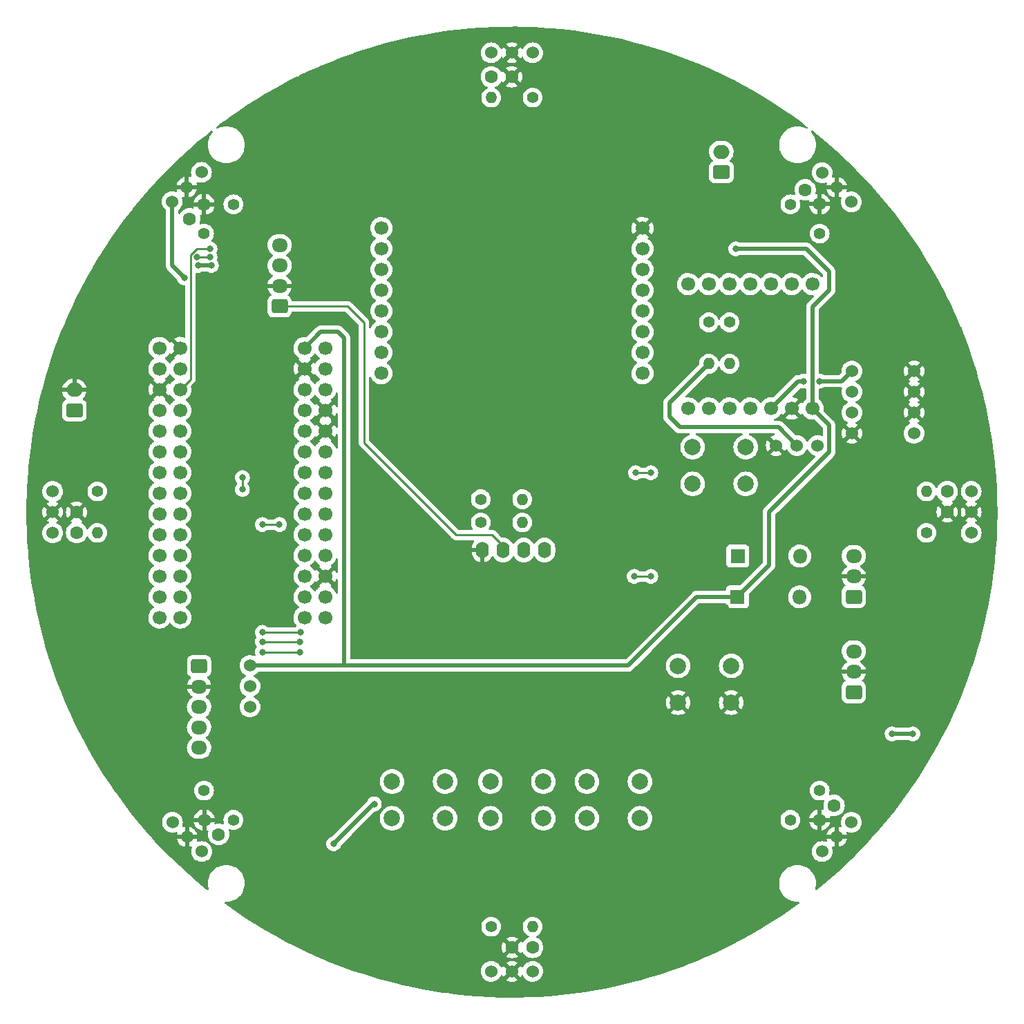
<source format=gbr>
%TF.GenerationSoftware,KiCad,Pcbnew,(6.0.11)*%
%TF.CreationDate,2023-09-02T12:48:20+09:00*%
%TF.ProjectId,main_board,6d61696e-5f62-46f6-9172-642e6b696361,rev?*%
%TF.SameCoordinates,Original*%
%TF.FileFunction,Copper,L2,Bot*%
%TF.FilePolarity,Positive*%
%FSLAX46Y46*%
G04 Gerber Fmt 4.6, Leading zero omitted, Abs format (unit mm)*
G04 Created by KiCad (PCBNEW (6.0.11)) date 2023-09-02 12:48:20*
%MOMM*%
%LPD*%
G01*
G04 APERTURE LIST*
G04 Aperture macros list*
%AMRoundRect*
0 Rectangle with rounded corners*
0 $1 Rounding radius*
0 $2 $3 $4 $5 $6 $7 $8 $9 X,Y pos of 4 corners*
0 Add a 4 corners polygon primitive as box body*
4,1,4,$2,$3,$4,$5,$6,$7,$8,$9,$2,$3,0*
0 Add four circle primitives for the rounded corners*
1,1,$1+$1,$2,$3*
1,1,$1+$1,$4,$5*
1,1,$1+$1,$6,$7*
1,1,$1+$1,$8,$9*
0 Add four rect primitives between the rounded corners*
20,1,$1+$1,$2,$3,$4,$5,0*
20,1,$1+$1,$4,$5,$6,$7,0*
20,1,$1+$1,$6,$7,$8,$9,0*
20,1,$1+$1,$8,$9,$2,$3,0*%
%AMHorizOval*
0 Thick line with rounded ends*
0 $1 width*
0 $2 $3 position (X,Y) of the first rounded end (center of the circle)*
0 $4 $5 position (X,Y) of the second rounded end (center of the circle)*
0 Add line between two ends*
20,1,$1,$2,$3,$4,$5,0*
0 Add two circle primitives to create the rounded ends*
1,1,$1,$2,$3*
1,1,$1,$4,$5*%
G04 Aperture macros list end*
%TA.AperFunction,ComponentPad*%
%ADD10C,2.000000*%
%TD*%
%TA.AperFunction,ComponentPad*%
%ADD11C,1.524000*%
%TD*%
%TA.AperFunction,ComponentPad*%
%ADD12C,1.700000*%
%TD*%
%TA.AperFunction,ComponentPad*%
%ADD13C,1.400000*%
%TD*%
%TA.AperFunction,ComponentPad*%
%ADD14HorizOval,1.400000X0.000000X0.000000X0.000000X0.000000X0*%
%TD*%
%TA.AperFunction,ComponentPad*%
%ADD15HorizOval,1.400000X0.000000X0.000000X0.000000X0.000000X0*%
%TD*%
%TA.AperFunction,ComponentPad*%
%ADD16RoundRect,0.250000X0.725000X-0.600000X0.725000X0.600000X-0.725000X0.600000X-0.725000X-0.600000X0*%
%TD*%
%TA.AperFunction,ComponentPad*%
%ADD17O,1.950000X1.700000*%
%TD*%
%TA.AperFunction,ComponentPad*%
%ADD18C,1.600000*%
%TD*%
%TA.AperFunction,ComponentPad*%
%ADD19RoundRect,0.250000X0.750000X-0.600000X0.750000X0.600000X-0.750000X0.600000X-0.750000X-0.600000X0*%
%TD*%
%TA.AperFunction,ComponentPad*%
%ADD20O,2.000000X1.700000*%
%TD*%
%TA.AperFunction,ComponentPad*%
%ADD21O,1.400000X1.400000*%
%TD*%
%TA.AperFunction,ComponentPad*%
%ADD22HorizOval,1.400000X0.000000X0.000000X0.000000X0.000000X0*%
%TD*%
%TA.AperFunction,ComponentPad*%
%ADD23RoundRect,0.250000X-0.725000X0.600000X-0.725000X-0.600000X0.725000X-0.600000X0.725000X0.600000X0*%
%TD*%
%TA.AperFunction,ComponentPad*%
%ADD24R,1.800000X1.800000*%
%TD*%
%TA.AperFunction,ComponentPad*%
%ADD25O,1.800000X1.800000*%
%TD*%
%TA.AperFunction,ComponentPad*%
%ADD26HorizOval,1.400000X0.000000X0.000000X0.000000X0.000000X0*%
%TD*%
%TA.AperFunction,ComponentPad*%
%ADD27O,1.600000X2.000000*%
%TD*%
%TA.AperFunction,ViaPad*%
%ADD28C,0.800000*%
%TD*%
%TA.AperFunction,Conductor*%
%ADD29C,0.500000*%
%TD*%
%TA.AperFunction,Conductor*%
%ADD30C,0.250000*%
%TD*%
G04 APERTURE END LIST*
D10*
%TO.P,SW3,1,1*%
%TO.N,+3.3V*%
X196036000Y-134620000D03*
X189536000Y-134620000D03*
%TO.P,SW3,2,2*%
%TO.N,PUSH_RIGHT*%
X196036000Y-139120000D03*
X189536000Y-139120000D03*
%TD*%
D11*
%TO.P,U11,0,Vin*%
%TO.N,+3.3V*%
X236622185Y-99060000D03*
%TO.P,U11,1,GND*%
%TO.N,GND*%
X236622185Y-101600000D03*
%TO.P,U11,2,OUT*%
%TO.N,Net-(100k7-Pad1)*%
X236622185Y-104140000D03*
%TD*%
D12*
%TO.P,U2,1,gnd*%
%TO.N,GND*%
X196340000Y-66802000D03*
%TO.P,U2,2,vin*%
%TO.N,+5V*%
X196340000Y-69342000D03*
%TO.P,U2,3,seru01*%
%TO.N,unconnected-(U2-Pad3)*%
X196340000Y-71882000D03*
%TO.P,U2,4,seru02*%
%TO.N,unconnected-(U2-Pad4)*%
X196340000Y-74422000D03*
%TO.P,U2,5,seru03*%
%TO.N,unconnected-(U2-Pad5)*%
X196340000Y-76962000D03*
%TO.P,U2,6,syn*%
%TO.N,unconnected-(U2-Pad6)*%
X196340000Y-79502000D03*
%TO.P,U2,7,boot*%
%TO.N,unconnected-(U2-Pad7)*%
X196340000Y-82042000D03*
%TO.P,U2,8,rst*%
%TO.N,Net-(SW4-Pad1)*%
X196340000Y-84582000D03*
%TO.P,U2,9,mosi*%
%TO.N,unconnected-(U2-Pad9)*%
X164340000Y-84582000D03*
%TO.P,U2,10,sclk*%
%TO.N,unconnected-(U2-Pad10)*%
X164340000Y-82042000D03*
%TO.P,U2,11,miso*%
%TO.N,unconnected-(U2-Pad11)*%
X164340000Y-79502000D03*
%TO.P,U2,12,ss*%
%TO.N,unconnected-(U2-Pad12)*%
X164340000Y-76962000D03*
%TO.P,U2,13,txo/scl*%
%TO.N,Cam_TX*%
X164340000Y-74422000D03*
%TO.P,U2,14,rxd/sca*%
%TO.N,Cam_RX*%
X164340000Y-71882000D03*
%TO.P,U2,15,adc/dac*%
%TO.N,unconnected-(U2-Pad15)*%
X164340000Y-69342000D03*
%TO.P,U2,16,3.3v*%
%TO.N,unconnected-(U2-Pad16)*%
X164340000Y-66802000D03*
%TD*%
D13*
%TO.P,100k2,1*%
%TO.N,Net-(100k2-Pad1)*%
X142622924Y-135724973D03*
D14*
%TO.P,100k2,2*%
%TO.N,IR5*%
X146215026Y-139317075D03*
%TD*%
D13*
%TO.P,100k8,1*%
%TO.N,Net-(100k8-Pad1)*%
X214464973Y-139317076D03*
D15*
%TO.P,100k8,2*%
%TO.N,IR3*%
X218057075Y-135724974D03*
%TD*%
D11*
%TO.P,U6,0,Vin*%
%TO.N,+3.3V*%
X142338537Y-143193566D03*
%TO.P,U6,1,GND*%
%TO.N,GND*%
X140542486Y-141397514D03*
%TO.P,U6,2,OUT*%
%TO.N,Net-(100k2-Pad1)*%
X138746434Y-139601463D03*
%TD*%
D16*
%TO.P,J2,1,Pin_1*%
%TO.N,+3.3V*%
X151875000Y-76394000D03*
D17*
%TO.P,J2,2,Pin_2*%
%TO.N,GND*%
X151875000Y-73894000D03*
%TO.P,J2,3,Pin_3*%
%TO.N,Touch_LED*%
X151875000Y-71394000D03*
%TO.P,J2,4,Pin_4*%
%TO.N,Touch_Sensor*%
X151875000Y-68894000D03*
%TD*%
D18*
%TO.P,C7,1*%
%TO.N,GND*%
X233680000Y-101580000D03*
%TO.P,C7,2*%
%TO.N,IR2*%
X233680000Y-99080000D03*
%TD*%
D19*
%TO.P,J6,1,Pin_1*%
%TO.N,Kicker_FET*%
X126729000Y-89134000D03*
D20*
%TO.P,J6,2,Pin_2*%
%TO.N,GND*%
X126729000Y-86634000D03*
%TD*%
D13*
%TO.P,100k7,1*%
%TO.N,Net-(100k7-Pad1)*%
X231140000Y-104140000D03*
D21*
%TO.P,100k7,2*%
%TO.N,IR2*%
X231140000Y-99060000D03*
%TD*%
D11*
%TO.P,U7,0,Vin*%
%TO.N,+3.3V*%
X124057815Y-104140000D03*
%TO.P,U7,1,GND*%
%TO.N,GND*%
X124057815Y-101600000D03*
%TO.P,U7,2,OUT*%
%TO.N,Net-(100k3-Pad1)*%
X124057815Y-99060000D03*
%TD*%
%TO.P,U5,0,Vin*%
%TO.N,+3.3V*%
X182880000Y-157882185D03*
%TO.P,U5,1,GND*%
%TO.N,GND*%
X180340000Y-157882185D03*
%TO.P,U5,2,OUT*%
%TO.N,Net-(100k1-Pad1)*%
X177800000Y-157882185D03*
%TD*%
D13*
%TO.P,R2,1*%
%TO.N,+3.3V*%
X176530000Y-102870000D03*
D21*
%TO.P,R2,2*%
%TO.N,SDA*%
X181610000Y-102870000D03*
%TD*%
D18*
%TO.P,C8,1*%
%TO.N,GND*%
X218057076Y-139317076D03*
%TO.P,C8,2*%
%TO.N,IR3*%
X219824843Y-137549309D03*
%TD*%
D11*
%TO.P,U4,1,VCC*%
%TO.N,Seeeduino_3V3*%
X221996000Y-84328000D03*
%TO.P,U4,2,SCL*%
%TO.N,Gyro_SCL*%
X221996000Y-86868000D03*
%TO.P,U4,3,SDA*%
%TO.N,Gyro_SDA*%
X221996000Y-89408000D03*
%TO.P,U4,4,SA0*%
%TO.N,GND*%
X221996000Y-91948000D03*
%TO.P,U4,5,GND*%
X229616000Y-84328000D03*
%TO.P,U4,6,INT1*%
X229616000Y-86868000D03*
%TO.P,U4,7,INT2*%
X229616000Y-89408000D03*
%TO.P,U4,8,CS*%
%TO.N,Seeeduino_3V3*%
X229616000Y-91948000D03*
%TD*%
D13*
%TO.P,R3,1*%
%TO.N,Gyro_SDA*%
X207010000Y-78348000D03*
D21*
%TO.P,R3,2*%
%TO.N,Seeeduino_3V3*%
X207010000Y-83428000D03*
%TD*%
D11*
%TO.P,U10,0,Vin*%
%TO.N,+3.3V*%
X218341463Y-60006434D03*
%TO.P,U10,1,GND*%
%TO.N,GND*%
X220137514Y-61802486D03*
%TO.P,U10,2,OUT*%
%TO.N,Net-(100k6-Pad1)*%
X221933566Y-63598537D03*
%TD*%
D16*
%TO.P,J1,1,Pin_1*%
%TO.N,+5V*%
X222233000Y-123658000D03*
D17*
%TO.P,J1,2,Pin_2*%
%TO.N,GND*%
X222233000Y-121158000D03*
%TO.P,J1,3,Pin_3*%
%TO.N,Motor_Driver*%
X222233000Y-118658000D03*
%TD*%
D13*
%TO.P,100k4,1*%
%TO.N,Net-(100k4-Pad1)*%
X146215027Y-63882924D03*
D22*
%TO.P,100k4,2*%
%TO.N,IR7*%
X142622925Y-67475026D03*
%TD*%
D10*
%TO.P,SW1,1,1*%
%TO.N,+3.3V*%
X177694800Y-134620000D03*
X184194800Y-134620000D03*
%TO.P,SW1,2,2*%
%TO.N,PUSH_RUN*%
X184194800Y-139120000D03*
X177694800Y-139120000D03*
%TD*%
D18*
%TO.P,C2,1*%
%TO.N,GND*%
X142637066Y-139331218D03*
%TO.P,C2,2*%
%TO.N,IR5*%
X144404833Y-141098985D03*
%TD*%
D13*
%TO.P,100k5,1*%
%TO.N,Net-(100k5-Pad1)*%
X182880000Y-50800000D03*
D21*
%TO.P,100k5,2*%
%TO.N,IR0*%
X177800000Y-50800000D03*
%TD*%
D13*
%TO.P,R4,1*%
%TO.N,Gyro_SCL*%
X204470000Y-78348000D03*
D21*
%TO.P,R4,2*%
%TO.N,Seeeduino_3V3*%
X204470000Y-83428000D03*
%TD*%
D23*
%TO.P,J4,1,Pin_1*%
%TO.N,+5V*%
X142003000Y-120476000D03*
D17*
%TO.P,J4,2,Pin_2*%
%TO.N,GND*%
X142003000Y-122976000D03*
%TO.P,J4,3,Pin_3*%
%TO.N,Net-(J4-Pad3)*%
X142003000Y-125476000D03*
%TO.P,J4,4,Pin_4*%
%TO.N,LineSensor_RX*%
X142003000Y-127976000D03*
%TO.P,J4,5,Pin_5*%
%TO.N,LineSensor_TX*%
X142003000Y-130476000D03*
%TD*%
D10*
%TO.P,SW2,1,1*%
%TO.N,+3.3V*%
X165660000Y-134620000D03*
X172160000Y-134620000D03*
%TO.P,SW2,2,2*%
%TO.N,PUSH_LEFT*%
X172160000Y-139120000D03*
X165660000Y-139120000D03*
%TD*%
D12*
%TO.P,U1,1,GND*%
%TO.N,GND*%
X157480000Y-109426000D03*
X137160000Y-86566000D03*
X157480000Y-89106000D03*
X154940000Y-84026000D03*
X157480000Y-91646000D03*
X139700000Y-81486000D03*
%TO.P,U1,2,0_RX1_CRX2_CS1*%
%TO.N,unconnected-(U1-Pad2)*%
X139700000Y-84026000D03*
%TO.P,U1,3,1_TX1_CTX2_MISO1*%
%TO.N,Motor_Driver*%
X139700000Y-86566000D03*
%TO.P,U1,4,2_OUT2*%
%TO.N,Touch_Sensor*%
X139700000Y-89106000D03*
%TO.P,U1,5,3_LRCLK2*%
%TO.N,unconnected-(U1-Pad5)*%
X139700000Y-91646000D03*
%TO.P,U1,6,4_BCLK2*%
%TO.N,unconnected-(U1-Pad6)*%
X139700000Y-94186000D03*
%TO.P,U1,7,5_IN2*%
%TO.N,unconnected-(U1-Pad7)*%
X139700000Y-96726000D03*
%TO.P,U1,8,6_OUT1D*%
%TO.N,unconnected-(U1-Pad8)*%
X139700000Y-99266000D03*
%TO.P,U1,9,7_RX2_OUT1A*%
%TO.N,Cam_TX*%
X139700000Y-101806000D03*
%TO.P,U1,10,8_TX2_IN1*%
%TO.N,Cam_RX*%
X139700000Y-104346000D03*
%TO.P,U1,11,9_OUT1C*%
%TO.N,unconnected-(U1-Pad11)*%
X139700000Y-106886000D03*
%TO.P,U1,12,10_CS_MQSR*%
%TO.N,unconnected-(U1-Pad12)*%
X139700000Y-109426000D03*
%TO.P,U1,13,11_MOSI_CTX1*%
%TO.N,unconnected-(U1-Pad13)*%
X139700000Y-111966000D03*
%TO.P,U1,14,12_MISO_MQSL*%
%TO.N,unconnected-(U1-Pad14)*%
X139700000Y-114506000D03*
%TO.P,U1,15,VBAT*%
%TO.N,unconnected-(U1-Pad15)*%
X137160000Y-114506000D03*
%TO.P,U1,18,PROGRAM*%
%TO.N,unconnected-(U1-Pad18)*%
X157480000Y-111966000D03*
%TO.P,U1,19,ON_OFF*%
%TO.N,unconnected-(U1-Pad19)*%
X157480000Y-114506000D03*
%TO.P,U1,20,13_SCK_CRX1_LED*%
%TO.N,unconnected-(U1-Pad20)*%
X154940000Y-114506000D03*
%TO.P,U1,21,14_A0_TX3_SPDIF_OUT*%
%TO.N,IR0*%
X154940000Y-111966000D03*
%TO.P,U1,22,15_A1_RX3_SPDIF_IN*%
%TO.N,IR1*%
X154940000Y-109426000D03*
%TO.P,U1,23,16_A2_RX4_SCL1*%
%TO.N,IR2*%
X154940000Y-106886000D03*
%TO.P,U1,24,17_A3_TX4_SDA1*%
%TO.N,IR3*%
X154940000Y-104346000D03*
%TO.P,U1,25,18_A4_SDA0*%
%TO.N,SDA*%
X154940000Y-101806000D03*
%TO.P,U1,26,19_A5_SCL0*%
%TO.N,SCL*%
X154940000Y-99266000D03*
%TO.P,U1,27,20_A6_TX5_LRCLK1*%
%TO.N,IR4*%
X154940000Y-96726000D03*
%TO.P,U1,28,21_A7_RX5_BCLK1*%
%TO.N,IR5*%
X154940000Y-94186000D03*
%TO.P,U1,29,22_A8_CTX1*%
%TO.N,IR6*%
X154940000Y-91646000D03*
%TO.P,U1,30,23_A9_CRX1_MCLK1*%
%TO.N,IR7*%
X154940000Y-89106000D03*
%TO.P,U1,31,3V3*%
%TO.N,unconnected-(U1-Pad31)*%
X157480000Y-106886000D03*
X137160000Y-91646000D03*
X154940000Y-86566000D03*
%TO.P,U1,33,VIN*%
%TO.N,+5V*%
X154940000Y-81486000D03*
%TO.P,U1,34,VUSB*%
%TO.N,unconnected-(U1-Pad34)*%
X157480000Y-81486000D03*
%TO.P,U1,35,24_A10_TX6_SCL2*%
%TO.N,Gyro_RX*%
X157480000Y-104346000D03*
%TO.P,U1,36,25_A11_RX6_SDA2*%
%TO.N,Gyro_TX*%
X157480000Y-96726000D03*
%TO.P,U1,37,26_A12_MOSI1*%
%TO.N,unconnected-(U1-Pad37)*%
X157480000Y-99266000D03*
%TO.P,U1,38,27_A13_SCK1*%
%TO.N,unconnected-(U1-Pad38)*%
X157480000Y-94186000D03*
%TO.P,U1,39,28_RX7*%
%TO.N,LineSensor_TX*%
X157480000Y-101806000D03*
%TO.P,U1,40,29_TX7*%
%TO.N,LineSensor_RX*%
X137160000Y-101806000D03*
%TO.P,U1,41,30_CRX3*%
%TO.N,PUSH_RUN*%
X137160000Y-111966000D03*
%TO.P,U1,42,31_CTX3*%
%TO.N,PUSH_LEFT*%
X137160000Y-104346000D03*
%TO.P,U1,43,32_OUT1B*%
%TO.N,PUSH_RIGHT*%
X137160000Y-109426000D03*
%TO.P,U1,44,33_MCLK2*%
%TO.N,unconnected-(U1-Pad44)*%
X137160000Y-106886000D03*
%TO.P,U1,45,34_DAT1_MISO2*%
%TO.N,unconnected-(U1-Pad45)*%
X137160000Y-81486000D03*
%TO.P,U1,46,35_DAT0_MOSI2*%
%TO.N,unconnected-(U1-Pad46)*%
X137160000Y-84026000D03*
%TO.P,U1,48,36_CLK_CS2*%
%TO.N,Kicker_FET*%
X137160000Y-89106000D03*
%TO.P,U1,50,37_CMD_SCK2*%
%TO.N,unconnected-(U1-Pad50)*%
X137160000Y-94186000D03*
%TO.P,U1,51,38_DAT3_RX5*%
%TO.N,unconnected-(U1-Pad51)*%
X137160000Y-96726000D03*
%TO.P,U1,52,39_DAT2_TX5*%
%TO.N,unconnected-(U1-Pad52)*%
X137160000Y-99266000D03*
%TO.P,U1,53,D-*%
%TO.N,unconnected-(U1-Pad53)*%
X157480000Y-84026000D03*
%TO.P,U1,54,D+*%
%TO.N,unconnected-(U1-Pad54)*%
X157480000Y-86566000D03*
%TD*%
%TO.P,U3,1,PA02_A0_D0*%
%TO.N,unconnected-(U3-Pad1)*%
X217170000Y-73660000D03*
%TO.P,U3,2,PA4_A1_D1*%
%TO.N,Gyro_Analog1*%
X214630000Y-73660000D03*
%TO.P,U3,3,PA10_A2_D2*%
%TO.N,Gyro_Analog2*%
X212090000Y-73660000D03*
%TO.P,U3,4,PA11_A3_D3*%
%TO.N,unconnected-(U3-Pad4)*%
X209550000Y-73660000D03*
%TO.P,U3,5,PA8_A4_D4_SDA*%
%TO.N,Gyro_SDA*%
X207010000Y-73660000D03*
%TO.P,U3,6,PA9_A5_D5_SCL*%
%TO.N,Gyro_SCL*%
X204470000Y-73660000D03*
%TO.P,U3,7,PB08_A6_D6_TX*%
%TO.N,Gyro_TX*%
X201930000Y-73660000D03*
%TO.P,U3,8,PB09_A7_D7_RX*%
%TO.N,Gyro_RX*%
X201930000Y-88900000D03*
%TO.P,U3,9,PA7_A8_D8_SCK*%
%TO.N,unconnected-(U3-Pad9)*%
X204470000Y-88900000D03*
%TO.P,U3,10,PA5_A9_D9_MISO*%
%TO.N,unconnected-(U3-Pad10)*%
X207010000Y-88900000D03*
%TO.P,U3,11,PA6_A10_D10_MOSI*%
%TO.N,unconnected-(U3-Pad11)*%
X209550000Y-88900000D03*
%TO.P,U3,12,3V3*%
%TO.N,Seeeduino_3V3*%
X212090000Y-88900000D03*
%TO.P,U3,13,GND*%
%TO.N,GND*%
X214630000Y-88900000D03*
%TO.P,U3,14,5V*%
%TO.N,+5V*%
X217170000Y-88900000D03*
%TD*%
D10*
%TO.P,SW4,1,1*%
%TO.N,Net-(SW4-Pad1)*%
X207212000Y-120432000D03*
X200712000Y-120432000D03*
%TO.P,SW4,2,2*%
%TO.N,GND*%
X200712000Y-124932000D03*
X207212000Y-124932000D03*
%TD*%
D11*
%TO.P,U8,0,Vin*%
%TO.N,+3.3V*%
X138705807Y-63557910D03*
%TO.P,U8,1,GND*%
%TO.N,GND*%
X140501859Y-61761859D03*
%TO.P,U8,2,OUT*%
%TO.N,Net-(100k4-Pad1)*%
X142297910Y-59965807D03*
%TD*%
D24*
%TO.P,D2,1,K*%
%TO.N,+3.3V*%
X208000600Y-106984800D03*
D25*
%TO.P,D2,2,A*%
%TO.N,Net-(D2-Pad2)*%
X215620600Y-106984800D03*
%TD*%
D18*
%TO.P,C5,1*%
%TO.N,GND*%
X180320000Y-48260000D03*
%TO.P,C5,2*%
%TO.N,IR0*%
X177820000Y-48260000D03*
%TD*%
D10*
%TO.P,SW5,1,1*%
%TO.N,Gyro_Analog2*%
X202490000Y-93635000D03*
X208990000Y-93635000D03*
%TO.P,SW5,2,2*%
%TO.N,Seeeduino_3V3*%
X208990000Y-98135000D03*
X202490000Y-98135000D03*
%TD*%
D13*
%TO.P,100k3,1*%
%TO.N,Net-(100k3-Pad1)*%
X129540000Y-99060000D03*
D21*
%TO.P,100k3,2*%
%TO.N,IR6*%
X129540000Y-104140000D03*
%TD*%
D13*
%TO.P,100k1,1*%
%TO.N,Net-(100k1-Pad1)*%
X177800000Y-152400000D03*
D21*
%TO.P,100k1,2*%
%TO.N,IR4*%
X182880000Y-152400000D03*
%TD*%
D16*
%TO.P,J5,1,Pin_1*%
%TO.N,Net-(D1-Pad2)*%
X222233000Y-111974000D03*
D17*
%TO.P,J5,2,Pin_2*%
%TO.N,GND*%
X222233000Y-109474000D03*
%TO.P,J5,3,Pin_3*%
%TO.N,Net-(D2-Pad2)*%
X222233000Y-106974000D03*
%TD*%
D24*
%TO.P,D1,1,K*%
%TO.N,+5V*%
X207975200Y-111988600D03*
D25*
%TO.P,D1,2,A*%
%TO.N,Net-(D1-Pad2)*%
X215595200Y-111988600D03*
%TD*%
D19*
%TO.P,J3,1,Pin_1*%
%TO.N,+5V*%
X205994000Y-59944000D03*
D20*
%TO.P,J3,2,Pin_2*%
%TO.N,Touch_LED*%
X205994000Y-57444000D03*
%TD*%
D18*
%TO.P,C6,1*%
%TO.N,GND*%
X218042934Y-63868782D03*
%TO.P,C6,2*%
%TO.N,IR1*%
X216275167Y-62101015D03*
%TD*%
D13*
%TO.P,100k6,1*%
%TO.N,Net-(100k6-Pad1)*%
X218057076Y-67475027D03*
D26*
%TO.P,100k6,2*%
%TO.N,IR1*%
X214464974Y-63882925D03*
%TD*%
D11*
%TO.P,R5,1*%
%TO.N,+5V*%
X148240000Y-120396000D03*
%TO.P,R5,2*%
%TO.N,Net-(J4-Pad3)*%
X148240000Y-122936000D03*
%TO.P,R5,3*%
%TO.N,N/C*%
X148240000Y-125476000D03*
%TD*%
D18*
%TO.P,C3,1*%
%TO.N,GND*%
X127000000Y-101620000D03*
%TO.P,C3,2*%
%TO.N,IR6*%
X127000000Y-104120000D03*
%TD*%
%TO.P,C1,1*%
%TO.N,GND*%
X180360000Y-154940000D03*
%TO.P,C1,2*%
%TO.N,IR4*%
X182860000Y-154940000D03*
%TD*%
D11*
%TO.P,RV1,1,1*%
%TO.N,Gyro_Analog1*%
X217805000Y-93440000D03*
%TO.P,RV1,2,2*%
%TO.N,Seeeduino_3V3*%
X215265000Y-93440000D03*
%TO.P,RV1,3,3*%
%TO.N,GND*%
X212725000Y-93440000D03*
%TD*%
%TO.P,U9,0,Vin*%
%TO.N,+3.3V*%
X177800000Y-45317815D03*
%TO.P,U9,1,GND*%
%TO.N,GND*%
X180340000Y-45317815D03*
%TO.P,U9,2,OUT*%
%TO.N,Net-(100k5-Pad1)*%
X182880000Y-45317815D03*
%TD*%
D13*
%TO.P,R1,1*%
%TO.N,+3.3V*%
X176530000Y-100025000D03*
D21*
%TO.P,R1,2*%
%TO.N,SCL*%
X181610000Y-100025000D03*
%TD*%
D27*
%TO.P,Brd1,1,GND*%
%TO.N,GND*%
X176720000Y-106240000D03*
%TO.P,Brd1,2,VCC*%
%TO.N,+3.3V*%
X179260000Y-106240000D03*
%TO.P,Brd1,3,SCL*%
%TO.N,SCL*%
X181800000Y-106240000D03*
%TO.P,Brd1,4,SDA*%
%TO.N,SDA*%
X184340000Y-106240000D03*
%TD*%
D18*
%TO.P,C4,1*%
%TO.N,GND*%
X142608782Y-63897066D03*
%TO.P,C4,2*%
%TO.N,IR7*%
X140841015Y-65664833D03*
%TD*%
D11*
%TO.P,U12,0,Vin*%
%TO.N,+3.3V*%
X221933566Y-139601463D03*
%TO.P,U12,1,GND*%
%TO.N,GND*%
X220137514Y-141397514D03*
%TO.P,U12,2,OUT*%
%TO.N,Net-(100k8-Pad1)*%
X218341463Y-143193566D03*
%TD*%
D28*
%TO.N,GND*%
X197459600Y-119227600D03*
X161239200Y-95605600D03*
X206756000Y-100533200D03*
X200507600Y-108204000D03*
X209346800Y-104952800D03*
X181406800Y-160070800D03*
X206248000Y-108712000D03*
X229971600Y-115316000D03*
X160274000Y-78689200D03*
X161137600Y-119126000D03*
X136448800Y-63195200D03*
X218744800Y-104952800D03*
X122174000Y-105816400D03*
X212090000Y-75641200D03*
X142290800Y-73304400D03*
X176326800Y-43281600D03*
X237083600Y-115417600D03*
X149148800Y-75285600D03*
X206552800Y-113284000D03*
X216662000Y-136906000D03*
X210667600Y-107594400D03*
X179070000Y-43129200D03*
X207873600Y-51612800D03*
X139903200Y-143611600D03*
X157327600Y-121666000D03*
X145440400Y-142798800D03*
X162610800Y-68021200D03*
X165049200Y-157480000D03*
X222554800Y-142036800D03*
X158038800Y-72339200D03*
X144576800Y-126898400D03*
X122021600Y-97332800D03*
X165252400Y-143256000D03*
X232206800Y-97485200D03*
X226466400Y-131978400D03*
X153924000Y-72491600D03*
X193903600Y-146507200D03*
X137820400Y-125730000D03*
X148183600Y-150114000D03*
X216001600Y-87020400D03*
X235356400Y-90525600D03*
X238709200Y-100482400D03*
X231343200Y-85191600D03*
X157226000Y-141224000D03*
X199593200Y-117348000D03*
X206806800Y-105054400D03*
X195783200Y-117449600D03*
X224840800Y-89357200D03*
X149402800Y-127203200D03*
X162153600Y-64058800D03*
X157632400Y-133248400D03*
X167640000Y-73253600D03*
X147980400Y-64160400D03*
X149961600Y-77774800D03*
X135331200Y-96774000D03*
X209042000Y-137058400D03*
X203657200Y-113284000D03*
X206349600Y-64262000D03*
X134112000Y-103073200D03*
X146304000Y-137261600D03*
X166878000Y-63957200D03*
X161086800Y-92506800D03*
X167487600Y-85801200D03*
X224637600Y-63601600D03*
X197916800Y-63550800D03*
X197713600Y-115468400D03*
X238556800Y-97637600D03*
X130860800Y-101346000D03*
X200609200Y-100482400D03*
X215239600Y-100330000D03*
X135382000Y-100076000D03*
X184607200Y-51511200D03*
X228295200Y-134721600D03*
X208838800Y-109067600D03*
X176225200Y-52019200D03*
X167386000Y-151536400D03*
X160985200Y-88341200D03*
X221640400Y-75641200D03*
X159562800Y-143560800D03*
X137769600Y-72491600D03*
X151638000Y-135890000D03*
X145440400Y-71526400D03*
X215798400Y-77368400D03*
X138226800Y-61163200D03*
X175869600Y-151587200D03*
X161493200Y-137261600D03*
X137464800Y-65024000D03*
X213004400Y-102209600D03*
X221691200Y-82194400D03*
X224282000Y-140106400D03*
X197561200Y-111150400D03*
X163271200Y-86004400D03*
X229768400Y-102158800D03*
X142087600Y-133807200D03*
X175818800Y-142849600D03*
X198374000Y-140614400D03*
X208635600Y-132029200D03*
X134416800Y-121869200D03*
X149910800Y-81076800D03*
X194919600Y-95453200D03*
X209143600Y-101244400D03*
X229971600Y-132232400D03*
X235356400Y-93319600D03*
X197967600Y-68021200D03*
X184556400Y-151079200D03*
X186182000Y-140716000D03*
X153822400Y-78841600D03*
X212140800Y-150368000D03*
X228447600Y-82448400D03*
X149758400Y-71678800D03*
X194818000Y-110693200D03*
X168605200Y-146659600D03*
X194767200Y-151079200D03*
X211886800Y-99263200D03*
X141630400Y-96621600D03*
X135839200Y-139242800D03*
X153162000Y-81127600D03*
X235762800Y-84683600D03*
X211582000Y-52120800D03*
X161086800Y-109626400D03*
X206552800Y-68122800D03*
X220776800Y-59486800D03*
X213106000Y-105003600D03*
X227584000Y-89306400D03*
X231749600Y-90474800D03*
X152908000Y-89357200D03*
X184404000Y-159918400D03*
X221437200Y-93776800D03*
X147015200Y-95859600D03*
X238150400Y-93319600D03*
X141579600Y-86309200D03*
X121970800Y-102920800D03*
X219100400Y-145288000D03*
X219557600Y-68580000D03*
X237744000Y-90576400D03*
X194259200Y-63550800D03*
X183896000Y-43281600D03*
X219964000Y-135737600D03*
X224688400Y-85242400D03*
X177800000Y-141071600D03*
X144780000Y-133756400D03*
X226517200Y-119888000D03*
X194106800Y-118973600D03*
X160274000Y-46990000D03*
X211582000Y-55168800D03*
X149250400Y-134518400D03*
X137972800Y-133908800D03*
X212090000Y-87020400D03*
X150723600Y-151841200D03*
X141986000Y-57505600D03*
X173990000Y-51968400D03*
X146862800Y-53797200D03*
%TO.N,+3.3V*%
X163474400Y-137363200D03*
X140212299Y-72902299D03*
X141898425Y-71374000D03*
X226923600Y-128778000D03*
X158496000Y-142240000D03*
X229463600Y-128778000D03*
X143510000Y-71374000D03*
%TO.N,+5V*%
X207772000Y-69342000D03*
%TO.N,Motor_Driver*%
X143347425Y-69342000D03*
%TO.N,Touch_Sensor*%
X141732000Y-70358000D03*
X143347425Y-70358000D03*
%TO.N,LineSensor_TX*%
X149770500Y-103124000D03*
X151854500Y-103124000D03*
%TO.N,PUSH_RUN*%
X149770500Y-118745000D03*
X154397292Y-118745000D03*
%TO.N,PUSH_LEFT*%
X149770500Y-116332000D03*
X154432000Y-116332000D03*
%TO.N,PUSH_RIGHT*%
X154397292Y-117475000D03*
X149770500Y-117475000D03*
%TO.N,Cam_TX*%
X147320000Y-97366500D03*
X147320000Y-98815500D03*
%TO.N,Gyro_RX*%
X197358000Y-109474000D03*
X195326000Y-109474000D03*
%TO.N,Gyro_TX*%
X195490500Y-96774000D03*
X197358000Y-96774000D03*
%TO.N,Seeeduino_3V3*%
X218033600Y-85547200D03*
X216103200Y-85547200D03*
%TD*%
D29*
%TO.N,+3.3V*%
X138705807Y-71395807D02*
X138705807Y-63557910D01*
D30*
X179260000Y-106240000D02*
X179260000Y-105752400D01*
X162204400Y-93116400D02*
X162204400Y-78384400D01*
X179260000Y-105752400D02*
X177901600Y-104394000D01*
X173482000Y-104394000D02*
X162204400Y-93116400D01*
D29*
X163372800Y-137363200D02*
X163474400Y-137363200D01*
X140212299Y-72902299D02*
X138705807Y-71395807D01*
X165660000Y-135076000D02*
X165660000Y-134620000D01*
D30*
X177901600Y-104394000D02*
X173482000Y-104394000D01*
D29*
X158496000Y-142240000D02*
X163372800Y-137363200D01*
D30*
X162204400Y-78384400D02*
X160214000Y-76394000D01*
D29*
X226923600Y-128778000D02*
X229463600Y-128778000D01*
D30*
X160214000Y-76394000D02*
X151875000Y-76394000D01*
D29*
X143510000Y-71374000D02*
X141898425Y-71374000D01*
X165394200Y-134620000D02*
X165660000Y-134620000D01*
%TO.N,+5V*%
X159766000Y-80264000D02*
X159004000Y-79502000D01*
X159766000Y-120396000D02*
X194564000Y-120396000D01*
X219202000Y-94234000D02*
X219202000Y-90932000D01*
X159766000Y-120396000D02*
X159766000Y-80264000D01*
X159004000Y-79502000D02*
X156924000Y-79502000D01*
X216408000Y-69342000D02*
X219202000Y-72136000D01*
X211836000Y-101600000D02*
X219202000Y-94234000D01*
X202971400Y-111988600D02*
X207975200Y-111988600D01*
X217170000Y-76454000D02*
X217170000Y-88900000D01*
X156924000Y-79502000D02*
X154940000Y-81486000D01*
X211836000Y-108127800D02*
X211836000Y-101600000D01*
X194564000Y-120396000D02*
X202971400Y-111988600D01*
X219202000Y-74422000D02*
X217170000Y-76454000D01*
X148240000Y-120396000D02*
X159766000Y-120396000D01*
X207975200Y-111988600D02*
X211836000Y-108127800D01*
X219202000Y-72136000D02*
X219202000Y-74422000D01*
X207772000Y-69342000D02*
X216408000Y-69342000D01*
X219202000Y-90932000D02*
X217170000Y-88900000D01*
D30*
%TO.N,Motor_Driver*%
X140970000Y-70094695D02*
X140970000Y-85296000D01*
X141722695Y-69342000D02*
X140970000Y-70094695D01*
X140970000Y-85296000D02*
X139700000Y-86566000D01*
X143347425Y-69342000D02*
X141722695Y-69342000D01*
%TO.N,Touch_Sensor*%
X143347425Y-70358000D02*
X141732000Y-70358000D01*
%TO.N,LineSensor_TX*%
X149770500Y-103124000D02*
X151854500Y-103124000D01*
%TO.N,PUSH_RUN*%
X149770500Y-118745000D02*
X154397292Y-118745000D01*
%TO.N,PUSH_LEFT*%
X154432000Y-116332000D02*
X149770500Y-116332000D01*
%TO.N,PUSH_RIGHT*%
X154397292Y-117475000D02*
X149770500Y-117475000D01*
%TO.N,Cam_TX*%
X147320000Y-98815500D02*
X147320000Y-97366500D01*
%TO.N,Gyro_RX*%
X197358000Y-109474000D02*
X195326000Y-109474000D01*
%TO.N,Gyro_TX*%
X195490500Y-96774000D02*
X197358000Y-96774000D01*
D29*
%TO.N,Seeeduino_3V3*%
X212090000Y-88900000D02*
X215442800Y-85547200D01*
X215442800Y-85547200D02*
X215849200Y-85547200D01*
X220776800Y-85547200D02*
X221996000Y-84328000D01*
X200914000Y-91186000D02*
X199644000Y-89916000D01*
X215265000Y-93440000D02*
X213011000Y-91186000D01*
X218033600Y-85547200D02*
X220776800Y-85547200D01*
X213011000Y-91186000D02*
X200914000Y-91186000D01*
X215849200Y-85547200D02*
X216103200Y-85547200D01*
X199644000Y-88254000D02*
X204470000Y-83428000D01*
X199644000Y-89916000D02*
X199644000Y-88254000D01*
%TD*%
%TA.AperFunction,Conductor*%
%TO.N,GND*%
G36*
X180756832Y-42109979D02*
G01*
X181252213Y-42119490D01*
X182207146Y-42137826D01*
X182210223Y-42137923D01*
X183290126Y-42185072D01*
X183659382Y-42201195D01*
X183662437Y-42201365D01*
X185109661Y-42300027D01*
X185112650Y-42300268D01*
X186557001Y-42434257D01*
X186560047Y-42434576D01*
X187140503Y-42502764D01*
X188000728Y-42603817D01*
X188003782Y-42604214D01*
X189439836Y-42808595D01*
X189442878Y-42809066D01*
X190873511Y-43048472D01*
X190876541Y-43049017D01*
X192300911Y-43323307D01*
X192303923Y-43323925D01*
X193721214Y-43632944D01*
X193724160Y-43633625D01*
X195133430Y-43977168D01*
X195136379Y-43977925D01*
X195447431Y-44061853D01*
X196536906Y-44355816D01*
X196539868Y-44356655D01*
X197032385Y-44502545D01*
X197930650Y-44768623D01*
X197933540Y-44769517D01*
X198479300Y-44945793D01*
X199313902Y-45215363D01*
X199316820Y-45216345D01*
X200685839Y-45695768D01*
X200688732Y-45696821D01*
X202045621Y-46209547D01*
X202048487Y-46210670D01*
X203392458Y-46756399D01*
X203395296Y-46757592D01*
X204725510Y-47335986D01*
X204728319Y-47337248D01*
X206044065Y-47947997D01*
X206046841Y-47949328D01*
X207347176Y-48591993D01*
X207349913Y-48593387D01*
X207409249Y-48624539D01*
X208634260Y-49267685D01*
X208636968Y-49269150D01*
X209904372Y-49974579D01*
X209907044Y-49976109D01*
X211156890Y-50712323D01*
X211159523Y-50713918D01*
X212390948Y-51480413D01*
X212393542Y-51482071D01*
X213605957Y-52278478D01*
X213608509Y-52280200D01*
X214801019Y-53105934D01*
X214803529Y-53107717D01*
X215975567Y-53962382D01*
X215978025Y-53964221D01*
X216256013Y-54177528D01*
X216539503Y-54395058D01*
X216581370Y-54452396D01*
X216585592Y-54523267D01*
X216550828Y-54585170D01*
X216488115Y-54618452D01*
X216417365Y-54612544D01*
X216407071Y-54608027D01*
X216235195Y-54523267D01*
X216206145Y-54508941D01*
X216093028Y-54470543D01*
X215929710Y-54415104D01*
X215929706Y-54415103D01*
X215925797Y-54413776D01*
X215921753Y-54412972D01*
X215921747Y-54412970D01*
X215639465Y-54356820D01*
X215639459Y-54356819D01*
X215635426Y-54356017D01*
X215631321Y-54355748D01*
X215631314Y-54355747D01*
X215344119Y-54336924D01*
X215340000Y-54336654D01*
X215335881Y-54336924D01*
X215048686Y-54355747D01*
X215048679Y-54355748D01*
X215044574Y-54356017D01*
X215040541Y-54356819D01*
X215040535Y-54356820D01*
X214758253Y-54412970D01*
X214758247Y-54412972D01*
X214754203Y-54413776D01*
X214750294Y-54415103D01*
X214750290Y-54415104D01*
X214586972Y-54470543D01*
X214473855Y-54508941D01*
X214444805Y-54523267D01*
X214212031Y-54638058D01*
X214212026Y-54638061D01*
X214208327Y-54639885D01*
X214204894Y-54642179D01*
X213965593Y-54802074D01*
X213965588Y-54802078D01*
X213962162Y-54804367D01*
X213959068Y-54807081D01*
X213959062Y-54807085D01*
X213746547Y-54993457D01*
X213739573Y-54999573D01*
X213736864Y-55002662D01*
X213547085Y-55219062D01*
X213547081Y-55219068D01*
X213544367Y-55222162D01*
X213542078Y-55225588D01*
X213542074Y-55225593D01*
X213534465Y-55236981D01*
X213379885Y-55468327D01*
X213248941Y-55733855D01*
X213153776Y-56014203D01*
X213152972Y-56018247D01*
X213152970Y-56018253D01*
X213106338Y-56252688D01*
X213096017Y-56304574D01*
X213095748Y-56308679D01*
X213095747Y-56308686D01*
X213085622Y-56463168D01*
X213076654Y-56600000D01*
X213076924Y-56604119D01*
X213092239Y-56837779D01*
X213096017Y-56895426D01*
X213096819Y-56899459D01*
X213096820Y-56899465D01*
X213152970Y-57181747D01*
X213153776Y-57185797D01*
X213155103Y-57189706D01*
X213155104Y-57189710D01*
X213207212Y-57343216D01*
X213248941Y-57466145D01*
X213290809Y-57551044D01*
X213348576Y-57668184D01*
X213379885Y-57731673D01*
X213382179Y-57735106D01*
X213533587Y-57961704D01*
X213544367Y-57977838D01*
X213547081Y-57980932D01*
X213547085Y-57980938D01*
X213603491Y-58045256D01*
X213739573Y-58200427D01*
X213742662Y-58203136D01*
X213959062Y-58392915D01*
X213959068Y-58392919D01*
X213962162Y-58395633D01*
X213965588Y-58397922D01*
X213965593Y-58397926D01*
X214128175Y-58506559D01*
X214208327Y-58560115D01*
X214212026Y-58561939D01*
X214212031Y-58561942D01*
X214293561Y-58602148D01*
X214473855Y-58691059D01*
X214477760Y-58692384D01*
X214477761Y-58692385D01*
X214750290Y-58784896D01*
X214750294Y-58784897D01*
X214754203Y-58786224D01*
X214758247Y-58787028D01*
X214758253Y-58787030D01*
X215040535Y-58843180D01*
X215040541Y-58843181D01*
X215044574Y-58843983D01*
X215048679Y-58844252D01*
X215048686Y-58844253D01*
X215335881Y-58863076D01*
X215340000Y-58863346D01*
X215344119Y-58863076D01*
X215631314Y-58844253D01*
X215631321Y-58844252D01*
X215635426Y-58843983D01*
X215639459Y-58843181D01*
X215639465Y-58843180D01*
X215921747Y-58787030D01*
X215921753Y-58787028D01*
X215925797Y-58786224D01*
X215929706Y-58784897D01*
X215929710Y-58784896D01*
X216202239Y-58692385D01*
X216202240Y-58692384D01*
X216206145Y-58691059D01*
X216386439Y-58602148D01*
X216467969Y-58561942D01*
X216467974Y-58561939D01*
X216471673Y-58560115D01*
X216551825Y-58506559D01*
X216714407Y-58397926D01*
X216714412Y-58397922D01*
X216717838Y-58395633D01*
X216720932Y-58392919D01*
X216720938Y-58392915D01*
X216937338Y-58203136D01*
X216940427Y-58200427D01*
X217076509Y-58045256D01*
X217132915Y-57980938D01*
X217132919Y-57980932D01*
X217135633Y-57977838D01*
X217146414Y-57961704D01*
X217297821Y-57735106D01*
X217300115Y-57731673D01*
X217331425Y-57668184D01*
X217389191Y-57551044D01*
X217431059Y-57466145D01*
X217472788Y-57343216D01*
X217524896Y-57189710D01*
X217524897Y-57189706D01*
X217526224Y-57185797D01*
X217527030Y-57181747D01*
X217583180Y-56899465D01*
X217583181Y-56899459D01*
X217583983Y-56895426D01*
X217587762Y-56837779D01*
X217603076Y-56604119D01*
X217603346Y-56600000D01*
X217594378Y-56463168D01*
X217584253Y-56308686D01*
X217584252Y-56308679D01*
X217583983Y-56304574D01*
X217573663Y-56252688D01*
X217527030Y-56018253D01*
X217527028Y-56018247D01*
X217526224Y-56014203D01*
X217431059Y-55733855D01*
X217300115Y-55468327D01*
X217145535Y-55236981D01*
X217137926Y-55225593D01*
X217137922Y-55225588D01*
X217135633Y-55222162D01*
X217132919Y-55219068D01*
X217132915Y-55219062D01*
X216991544Y-55057861D01*
X216961667Y-54993457D01*
X216971353Y-54923124D01*
X217017525Y-54869192D01*
X217085526Y-54848785D01*
X217153765Y-54868381D01*
X217165399Y-54876724D01*
X218260108Y-55760042D01*
X218262481Y-55762005D01*
X219176203Y-56536897D01*
X219368777Y-56700212D01*
X219371096Y-56702228D01*
X220023134Y-57283173D01*
X220454121Y-57667169D01*
X220456386Y-57669238D01*
X221509711Y-58654920D01*
X221515495Y-58660333D01*
X221517706Y-58662453D01*
X222236447Y-59368758D01*
X222552325Y-59679171D01*
X222554492Y-59681353D01*
X223535146Y-60693308D01*
X223563955Y-60723037D01*
X223566065Y-60725269D01*
X224549792Y-61791324D01*
X224551786Y-61793540D01*
X225509186Y-62883324D01*
X225511127Y-62885588D01*
X226437992Y-63994106D01*
X226441622Y-63998447D01*
X226443556Y-64000818D01*
X226864858Y-64530467D01*
X227346553Y-65136041D01*
X227348440Y-65138474D01*
X228223429Y-66295417D01*
X228225224Y-66297851D01*
X229071709Y-67475860D01*
X229073450Y-67478347D01*
X229890857Y-68676622D01*
X229892561Y-68679186D01*
X230228590Y-69198607D01*
X230661195Y-69867311D01*
X230680455Y-69897083D01*
X230682089Y-69899676D01*
X231357722Y-71002209D01*
X231440022Y-71136511D01*
X231441594Y-71139149D01*
X232113022Y-72297424D01*
X232169048Y-72394074D01*
X232170557Y-72396752D01*
X232851216Y-73640000D01*
X232867124Y-73669057D01*
X232868559Y-73671753D01*
X233238600Y-74388695D01*
X233533881Y-74960792D01*
X233535259Y-74963545D01*
X234168846Y-76268366D01*
X234170157Y-76271152D01*
X234570152Y-77148861D01*
X234647209Y-77317946D01*
X234771676Y-77591065D01*
X234772915Y-77593873D01*
X235342043Y-78928175D01*
X235343184Y-78930945D01*
X235713308Y-79861024D01*
X235879534Y-80278731D01*
X235880637Y-80281605D01*
X236383872Y-81642026D01*
X236384905Y-81644926D01*
X236854772Y-83017296D01*
X236855733Y-83020221D01*
X237291907Y-84403588D01*
X237292797Y-84406535D01*
X237455487Y-84970185D01*
X237694195Y-85797207D01*
X237695053Y-85800181D01*
X237695867Y-85803134D01*
X238055927Y-87175603D01*
X238063955Y-87206205D01*
X238064695Y-87209173D01*
X238180976Y-87701073D01*
X238398402Y-88620852D01*
X238399073Y-88623856D01*
X238698176Y-90043200D01*
X238698774Y-90046220D01*
X238963114Y-91472471D01*
X238963637Y-91475501D01*
X239038434Y-91942473D01*
X239193050Y-92907773D01*
X239193500Y-92910819D01*
X239387853Y-94348289D01*
X239388228Y-94351344D01*
X239430710Y-94736139D01*
X239540330Y-95729051D01*
X239547400Y-95793094D01*
X239547698Y-95796129D01*
X239609652Y-96518798D01*
X239671604Y-97241438D01*
X239671829Y-97244508D01*
X239760382Y-98692333D01*
X239760532Y-98695408D01*
X239813683Y-100144923D01*
X239813759Y-100148001D01*
X239831489Y-101599136D01*
X239831498Y-101600895D01*
X239831139Y-101806831D01*
X239831123Y-101808590D01*
X239808329Y-103259561D01*
X239808243Y-103262639D01*
X239775309Y-104082637D01*
X239755486Y-104576196D01*
X239750031Y-104712003D01*
X239749870Y-104715071D01*
X239693561Y-105585829D01*
X239656264Y-106162584D01*
X239656028Y-106165654D01*
X239527083Y-107610452D01*
X239526772Y-107613515D01*
X239362565Y-109054740D01*
X239362179Y-109057794D01*
X239305337Y-109467435D01*
X239164778Y-110480391D01*
X239162814Y-110494543D01*
X239162359Y-110497551D01*
X239032152Y-111292680D01*
X238927936Y-111929087D01*
X238927401Y-111932119D01*
X238769708Y-112766688D01*
X238659469Y-113350118D01*
X238658093Y-113357398D01*
X238657487Y-113360405D01*
X238556240Y-113832680D01*
X238353421Y-114778745D01*
X238352739Y-114781747D01*
X238014111Y-116192233D01*
X238013355Y-116195218D01*
X237640380Y-117596962D01*
X237639552Y-117599927D01*
X237446168Y-118261248D01*
X237248091Y-118938620D01*
X237232437Y-118992151D01*
X237231542Y-118995079D01*
X237058011Y-119538825D01*
X236790533Y-120376943D01*
X236789562Y-120379864D01*
X236771508Y-120432000D01*
X236314899Y-121750610D01*
X236313882Y-121753433D01*
X236050196Y-122458695D01*
X235805869Y-123112175D01*
X235804755Y-123115045D01*
X235263741Y-124460861D01*
X235262558Y-124463704D01*
X235024632Y-125016163D01*
X234700508Y-125768773D01*
X234688799Y-125795960D01*
X234687561Y-125798740D01*
X234081408Y-127116612D01*
X234080099Y-127119369D01*
X233579039Y-128142158D01*
X233441948Y-128421995D01*
X233440560Y-128424743D01*
X232770795Y-129711349D01*
X232769341Y-129714062D01*
X232068298Y-130984002D01*
X232066787Y-130986663D01*
X232010947Y-131082221D01*
X231334928Y-132239087D01*
X231333342Y-132241725D01*
X230571162Y-133475800D01*
X230569513Y-133478400D01*
X230270158Y-133937611D01*
X229787805Y-134677540D01*
X229777343Y-134693588D01*
X229775636Y-134696137D01*
X229707227Y-134795673D01*
X228954045Y-135891558D01*
X228952270Y-135894074D01*
X228101735Y-137069042D01*
X228099900Y-137071513D01*
X227220863Y-138225415D01*
X227218967Y-138227842D01*
X226312044Y-139359865D01*
X226310090Y-139362244D01*
X225375747Y-140471813D01*
X225373735Y-140474143D01*
X224412603Y-141560505D01*
X224410535Y-141562786D01*
X224060924Y-141939012D01*
X223425151Y-142623186D01*
X223423111Y-142625381D01*
X223420997Y-142627600D01*
X223136763Y-142918866D01*
X222407918Y-143665741D01*
X222405741Y-143667918D01*
X221894676Y-144166646D01*
X221604289Y-144450023D01*
X221367610Y-144680988D01*
X221365391Y-144683101D01*
X221200149Y-144836654D01*
X220302786Y-145670535D01*
X220300505Y-145672603D01*
X219214143Y-146633735D01*
X219211813Y-146635747D01*
X218102244Y-147570090D01*
X218099865Y-147572044D01*
X217701806Y-147890950D01*
X217636136Y-147917932D01*
X217566304Y-147905127D01*
X217514480Y-147856600D01*
X217497119Y-147787759D01*
X217503712Y-147752115D01*
X217524896Y-147689710D01*
X217524897Y-147689706D01*
X217526224Y-147685797D01*
X217527030Y-147681747D01*
X217583180Y-147399465D01*
X217583181Y-147399459D01*
X217583983Y-147395426D01*
X217603346Y-147100000D01*
X217590569Y-146905056D01*
X217584253Y-146808686D01*
X217584252Y-146808679D01*
X217583983Y-146804574D01*
X217565445Y-146711374D01*
X217527030Y-146518253D01*
X217527028Y-146518247D01*
X217526224Y-146514203D01*
X217431059Y-146233855D01*
X217300115Y-145968327D01*
X217135633Y-145722162D01*
X217132919Y-145719068D01*
X217132915Y-145719062D01*
X216943136Y-145502662D01*
X216940427Y-145499573D01*
X216937338Y-145496864D01*
X216720938Y-145307085D01*
X216720932Y-145307081D01*
X216717838Y-145304367D01*
X216714412Y-145302078D01*
X216714407Y-145302074D01*
X216475106Y-145142179D01*
X216471673Y-145139885D01*
X216467974Y-145138061D01*
X216467969Y-145138058D01*
X216331687Y-145070852D01*
X216206145Y-145008941D01*
X216202239Y-145007615D01*
X215929710Y-144915104D01*
X215929706Y-144915103D01*
X215925797Y-144913776D01*
X215921753Y-144912972D01*
X215921747Y-144912970D01*
X215639465Y-144856820D01*
X215639459Y-144856819D01*
X215635426Y-144856017D01*
X215631321Y-144855748D01*
X215631314Y-144855747D01*
X215344119Y-144836924D01*
X215340000Y-144836654D01*
X215335881Y-144836924D01*
X215048686Y-144855747D01*
X215048679Y-144855748D01*
X215044574Y-144856017D01*
X215040541Y-144856819D01*
X215040535Y-144856820D01*
X214758253Y-144912970D01*
X214758247Y-144912972D01*
X214754203Y-144913776D01*
X214750294Y-144915103D01*
X214750290Y-144915104D01*
X214477761Y-145007615D01*
X214473855Y-145008941D01*
X214348313Y-145070852D01*
X214212031Y-145138058D01*
X214212026Y-145138061D01*
X214208327Y-145139885D01*
X214204894Y-145142179D01*
X213965593Y-145302074D01*
X213965588Y-145302078D01*
X213962162Y-145304367D01*
X213959068Y-145307081D01*
X213959062Y-145307085D01*
X213742662Y-145496864D01*
X213739573Y-145499573D01*
X213736864Y-145502662D01*
X213547085Y-145719062D01*
X213547081Y-145719068D01*
X213544367Y-145722162D01*
X213379885Y-145968327D01*
X213248941Y-146233855D01*
X213153776Y-146514203D01*
X213152972Y-146518247D01*
X213152970Y-146518253D01*
X213114556Y-146711374D01*
X213096017Y-146804574D01*
X213095748Y-146808679D01*
X213095747Y-146808686D01*
X213089431Y-146905056D01*
X213076654Y-147100000D01*
X213096017Y-147395426D01*
X213096819Y-147399459D01*
X213096820Y-147399465D01*
X213152970Y-147681747D01*
X213153776Y-147685797D01*
X213155103Y-147689706D01*
X213155104Y-147689710D01*
X213222909Y-147889457D01*
X213248941Y-147966145D01*
X213379885Y-148231673D01*
X213382179Y-148235106D01*
X213466182Y-148360825D01*
X213544367Y-148477838D01*
X213547081Y-148480932D01*
X213547085Y-148480938D01*
X213675911Y-148627835D01*
X213739573Y-148700427D01*
X213742662Y-148703136D01*
X213959062Y-148892915D01*
X213959068Y-148892919D01*
X213962162Y-148895633D01*
X213965588Y-148897922D01*
X213965593Y-148897926D01*
X214149405Y-149020744D01*
X214208327Y-149060115D01*
X214212026Y-149061939D01*
X214212031Y-149061942D01*
X214348313Y-149129148D01*
X214473855Y-149191059D01*
X214477760Y-149192384D01*
X214477761Y-149192385D01*
X214750290Y-149284896D01*
X214750294Y-149284897D01*
X214754203Y-149286224D01*
X214758247Y-149287028D01*
X214758253Y-149287030D01*
X215040535Y-149343180D01*
X215040541Y-149343181D01*
X215044574Y-149343983D01*
X215048679Y-149344252D01*
X215048686Y-149344253D01*
X215335881Y-149363076D01*
X215340000Y-149363346D01*
X215344119Y-149363076D01*
X215344121Y-149363076D01*
X215416977Y-149358301D01*
X215486260Y-149373805D01*
X215536162Y-149424305D01*
X215550840Y-149493768D01*
X215525634Y-149560139D01*
X215499100Y-149586096D01*
X215469837Y-149607279D01*
X214634074Y-150212270D01*
X214631558Y-150214045D01*
X213436146Y-151035630D01*
X213433588Y-151037343D01*
X212218400Y-151829513D01*
X212215800Y-151831162D01*
X210981725Y-152593342D01*
X210979087Y-152594928D01*
X210611721Y-152809600D01*
X209978242Y-153179776D01*
X209726680Y-153326777D01*
X209724002Y-153328298D01*
X208454062Y-154029341D01*
X208451349Y-154030795D01*
X207164743Y-154700560D01*
X207161995Y-154701948D01*
X205859369Y-155340099D01*
X205856635Y-155341397D01*
X204538740Y-155947561D01*
X204535992Y-155948785D01*
X203890162Y-156226923D01*
X203203704Y-156522558D01*
X203200861Y-156523741D01*
X201855045Y-157064755D01*
X201852175Y-157065869D01*
X201506497Y-157195113D01*
X200493433Y-157573882D01*
X200490610Y-157574899D01*
X199455161Y-157933455D01*
X199119864Y-158049562D01*
X199116943Y-158050533D01*
X197735079Y-158491542D01*
X197732167Y-158492432D01*
X197324666Y-158611594D01*
X196339927Y-158899552D01*
X196336962Y-158900380D01*
X194935218Y-159273355D01*
X194932233Y-159274111D01*
X193521747Y-159612739D01*
X193518745Y-159613421D01*
X192100405Y-159917487D01*
X192097410Y-159918091D01*
X191670557Y-159998745D01*
X190672119Y-160187401D01*
X190669087Y-160187936D01*
X190111099Y-160279310D01*
X189237551Y-160422359D01*
X189234579Y-160422809D01*
X188492293Y-160525810D01*
X187797794Y-160622179D01*
X187794740Y-160622565D01*
X186353515Y-160786772D01*
X186350452Y-160787083D01*
X184905654Y-160916028D01*
X184902586Y-160916264D01*
X183455071Y-161009870D01*
X183452008Y-161010031D01*
X183070125Y-161025369D01*
X182002639Y-161068243D01*
X181999561Y-161068329D01*
X181512099Y-161075987D01*
X180549185Y-161091114D01*
X180546163Y-161091125D01*
X179095630Y-161078466D01*
X179092617Y-161078404D01*
X177642772Y-161030307D01*
X177639776Y-161030171D01*
X176191608Y-160946670D01*
X176188538Y-160946455D01*
X174742885Y-160827601D01*
X174739887Y-160827318D01*
X173297449Y-160673166D01*
X173294458Y-160672809D01*
X172361568Y-160549992D01*
X171856327Y-160483475D01*
X171853279Y-160483036D01*
X170420211Y-160258623D01*
X170417176Y-160258110D01*
X168989979Y-159998745D01*
X168986957Y-159998157D01*
X167566586Y-159704012D01*
X167563579Y-159703351D01*
X166959240Y-159562717D01*
X166150767Y-159374579D01*
X166147847Y-159373863D01*
X164743401Y-159010648D01*
X164740494Y-159009858D01*
X164052770Y-158813954D01*
X163345467Y-158612473D01*
X163342517Y-158611594D01*
X161957561Y-158180229D01*
X161954679Y-158179293D01*
X161076912Y-157882185D01*
X176524647Y-157882185D01*
X176544022Y-158103648D01*
X176601560Y-158318381D01*
X176603882Y-158323362D01*
X176603883Y-158323363D01*
X176693186Y-158514874D01*
X176693189Y-158514879D01*
X176695512Y-158519861D01*
X176698668Y-158524368D01*
X176698669Y-158524370D01*
X176735107Y-158576408D01*
X176823023Y-158701966D01*
X176980219Y-158859162D01*
X176984727Y-158862319D01*
X176984730Y-158862321D01*
X177039084Y-158900380D01*
X177162323Y-158986673D01*
X177167305Y-158988996D01*
X177167310Y-158988999D01*
X177357810Y-159077830D01*
X177363804Y-159080625D01*
X177369112Y-159082047D01*
X177369114Y-159082048D01*
X177434949Y-159099688D01*
X177578537Y-159138163D01*
X177800000Y-159157538D01*
X178021463Y-159138163D01*
X178165051Y-159099688D01*
X178230886Y-159082048D01*
X178230888Y-159082047D01*
X178236196Y-159080625D01*
X178242190Y-159077830D01*
X178432690Y-158988999D01*
X178432695Y-158988996D01*
X178437677Y-158986673D01*
X178502959Y-158940962D01*
X179645777Y-158940962D01*
X179655074Y-158952978D01*
X179698069Y-158983083D01*
X179707555Y-158988561D01*
X179898993Y-159077830D01*
X179909285Y-159081576D01*
X180113309Y-159136244D01*
X180124104Y-159138147D01*
X180334525Y-159156557D01*
X180345475Y-159156557D01*
X180555896Y-159138147D01*
X180566691Y-159136244D01*
X180770715Y-159081576D01*
X180781007Y-159077830D01*
X180972445Y-158988561D01*
X180981931Y-158983083D01*
X181025764Y-158952392D01*
X181034139Y-158941914D01*
X181027071Y-158928466D01*
X180352812Y-158254207D01*
X180338868Y-158246593D01*
X180337035Y-158246724D01*
X180330420Y-158250975D01*
X179652207Y-158929188D01*
X179645777Y-158940962D01*
X178502959Y-158940962D01*
X178560916Y-158900380D01*
X178615270Y-158862321D01*
X178615273Y-158862319D01*
X178619781Y-158859162D01*
X178776977Y-158701966D01*
X178864894Y-158576408D01*
X178901331Y-158524370D01*
X178901332Y-158524368D01*
X178904488Y-158519861D01*
X178906811Y-158514879D01*
X178906814Y-158514874D01*
X178956081Y-158409220D01*
X179002999Y-158355935D01*
X179071276Y-158336474D01*
X179139236Y-158357016D01*
X179184471Y-158409220D01*
X179233623Y-158514626D01*
X179239103Y-158524117D01*
X179269794Y-158567950D01*
X179280271Y-158576325D01*
X179293718Y-158569257D01*
X179967978Y-157894997D01*
X179974356Y-157883317D01*
X180704408Y-157883317D01*
X180704539Y-157885150D01*
X180708790Y-157891765D01*
X181387003Y-158569978D01*
X181398777Y-158576408D01*
X181410793Y-158567111D01*
X181440897Y-158524117D01*
X181446377Y-158514626D01*
X181495529Y-158409220D01*
X181542447Y-158355935D01*
X181610724Y-158336474D01*
X181678684Y-158357016D01*
X181723919Y-158409220D01*
X181773186Y-158514874D01*
X181773189Y-158514879D01*
X181775512Y-158519861D01*
X181778668Y-158524368D01*
X181778669Y-158524370D01*
X181815107Y-158576408D01*
X181903023Y-158701966D01*
X182060219Y-158859162D01*
X182064727Y-158862319D01*
X182064730Y-158862321D01*
X182119084Y-158900380D01*
X182242323Y-158986673D01*
X182247305Y-158988996D01*
X182247310Y-158988999D01*
X182437810Y-159077830D01*
X182443804Y-159080625D01*
X182449112Y-159082047D01*
X182449114Y-159082048D01*
X182514949Y-159099688D01*
X182658537Y-159138163D01*
X182880000Y-159157538D01*
X183101463Y-159138163D01*
X183245051Y-159099688D01*
X183310886Y-159082048D01*
X183310888Y-159082047D01*
X183316196Y-159080625D01*
X183322190Y-159077830D01*
X183512690Y-158988999D01*
X183512695Y-158988996D01*
X183517677Y-158986673D01*
X183640916Y-158900380D01*
X183695270Y-158862321D01*
X183695273Y-158862319D01*
X183699781Y-158859162D01*
X183856977Y-158701966D01*
X183944894Y-158576408D01*
X183981331Y-158524370D01*
X183981332Y-158524368D01*
X183984488Y-158519861D01*
X183986811Y-158514879D01*
X183986814Y-158514874D01*
X184076117Y-158323363D01*
X184076118Y-158323362D01*
X184078440Y-158318381D01*
X184135978Y-158103648D01*
X184155353Y-157882185D01*
X184135978Y-157660722D01*
X184095636Y-157510163D01*
X184079863Y-157451299D01*
X184079862Y-157451297D01*
X184078440Y-157445989D01*
X184036081Y-157355150D01*
X183986814Y-157249496D01*
X183986811Y-157249491D01*
X183984488Y-157244509D01*
X183981331Y-157240000D01*
X183860136Y-157066915D01*
X183860134Y-157066912D01*
X183856977Y-157062404D01*
X183699781Y-156905208D01*
X183695273Y-156902051D01*
X183695270Y-156902049D01*
X183619505Y-156848998D01*
X183517677Y-156777697D01*
X183512695Y-156775374D01*
X183512690Y-156775371D01*
X183321178Y-156686068D01*
X183321177Y-156686067D01*
X183316196Y-156683745D01*
X183310888Y-156682323D01*
X183310886Y-156682322D01*
X183245051Y-156664682D01*
X183101463Y-156626207D01*
X182880000Y-156606832D01*
X182658537Y-156626207D01*
X182514949Y-156664682D01*
X182449114Y-156682322D01*
X182449112Y-156682323D01*
X182443804Y-156683745D01*
X182438823Y-156686067D01*
X182438822Y-156686068D01*
X182247311Y-156775371D01*
X182247306Y-156775374D01*
X182242324Y-156777697D01*
X182237817Y-156780853D01*
X182237815Y-156780854D01*
X182064730Y-156902049D01*
X182064727Y-156902051D01*
X182060219Y-156905208D01*
X181903023Y-157062404D01*
X181899866Y-157066912D01*
X181899864Y-157066915D01*
X181778669Y-157240000D01*
X181775512Y-157244509D01*
X181773189Y-157249491D01*
X181773186Y-157249496D01*
X181723919Y-157355150D01*
X181677001Y-157408435D01*
X181608724Y-157427896D01*
X181540764Y-157407354D01*
X181495529Y-157355150D01*
X181446377Y-157249744D01*
X181440897Y-157240253D01*
X181410206Y-157196420D01*
X181399729Y-157188045D01*
X181386282Y-157195113D01*
X180712022Y-157869373D01*
X180704408Y-157883317D01*
X179974356Y-157883317D01*
X179975592Y-157881053D01*
X179975461Y-157879220D01*
X179971210Y-157872605D01*
X179292997Y-157194392D01*
X179281223Y-157187962D01*
X179269207Y-157197259D01*
X179239103Y-157240253D01*
X179233623Y-157249744D01*
X179184471Y-157355150D01*
X179137553Y-157408435D01*
X179069276Y-157427896D01*
X179001316Y-157407354D01*
X178956081Y-157355150D01*
X178906814Y-157249496D01*
X178906811Y-157249491D01*
X178904488Y-157244509D01*
X178901331Y-157240000D01*
X178780136Y-157066915D01*
X178780134Y-157066912D01*
X178776977Y-157062404D01*
X178619781Y-156905208D01*
X178615273Y-156902051D01*
X178615270Y-156902049D01*
X178539505Y-156848998D01*
X178501599Y-156822456D01*
X179645860Y-156822456D01*
X179652928Y-156835903D01*
X180327188Y-157510163D01*
X180341132Y-157517777D01*
X180342965Y-157517646D01*
X180349580Y-157513395D01*
X181027793Y-156835182D01*
X181034223Y-156823408D01*
X181024926Y-156811392D01*
X180981931Y-156781287D01*
X180972445Y-156775809D01*
X180781007Y-156686540D01*
X180770715Y-156682794D01*
X180566691Y-156628126D01*
X180555896Y-156626223D01*
X180345475Y-156607813D01*
X180334525Y-156607813D01*
X180124104Y-156626223D01*
X180113309Y-156628126D01*
X179909285Y-156682794D01*
X179898993Y-156686540D01*
X179707559Y-156775808D01*
X179698068Y-156781288D01*
X179654235Y-156811979D01*
X179645860Y-156822456D01*
X178501599Y-156822456D01*
X178437677Y-156777697D01*
X178432695Y-156775374D01*
X178432690Y-156775371D01*
X178241178Y-156686068D01*
X178241177Y-156686067D01*
X178236196Y-156683745D01*
X178230888Y-156682323D01*
X178230886Y-156682322D01*
X178165051Y-156664682D01*
X178021463Y-156626207D01*
X177800000Y-156606832D01*
X177578537Y-156626207D01*
X177434949Y-156664682D01*
X177369114Y-156682322D01*
X177369112Y-156682323D01*
X177363804Y-156683745D01*
X177358823Y-156686067D01*
X177358822Y-156686068D01*
X177167311Y-156775371D01*
X177167306Y-156775374D01*
X177162324Y-156777697D01*
X177157817Y-156780853D01*
X177157815Y-156780854D01*
X176984730Y-156902049D01*
X176984727Y-156902051D01*
X176980219Y-156905208D01*
X176823023Y-157062404D01*
X176819866Y-157066912D01*
X176819864Y-157066915D01*
X176698669Y-157240000D01*
X176695512Y-157244509D01*
X176693189Y-157249491D01*
X176693186Y-157249496D01*
X176643919Y-157355150D01*
X176601560Y-157445989D01*
X176600138Y-157451297D01*
X176600137Y-157451299D01*
X176584364Y-157510163D01*
X176544022Y-157660722D01*
X176524647Y-157882185D01*
X161076912Y-157882185D01*
X160580619Y-157714199D01*
X160577842Y-157713221D01*
X159862107Y-157451299D01*
X159215609Y-157214714D01*
X159212731Y-157213621D01*
X157863099Y-156681987D01*
X157860248Y-156680823D01*
X157487010Y-156523161D01*
X156524052Y-156116391D01*
X156521266Y-156115174D01*
X156323904Y-156026062D01*
X179638493Y-156026062D01*
X179647789Y-156038077D01*
X179698994Y-156073931D01*
X179708489Y-156079414D01*
X179905947Y-156171490D01*
X179916239Y-156175236D01*
X180126688Y-156231625D01*
X180137481Y-156233528D01*
X180354525Y-156252517D01*
X180365475Y-156252517D01*
X180582519Y-156233528D01*
X180593312Y-156231625D01*
X180803761Y-156175236D01*
X180814053Y-156171490D01*
X181011511Y-156079414D01*
X181021006Y-156073931D01*
X181073048Y-156037491D01*
X181081424Y-156027012D01*
X181074356Y-156013566D01*
X180372812Y-155312022D01*
X180358868Y-155304408D01*
X180357035Y-155304539D01*
X180350420Y-155308790D01*
X179644923Y-156014287D01*
X179638493Y-156026062D01*
X156323904Y-156026062D01*
X155829140Y-155802668D01*
X155199209Y-155518243D01*
X155196419Y-155516942D01*
X154008998Y-154945475D01*
X179047483Y-154945475D01*
X179066472Y-155162519D01*
X179068375Y-155173312D01*
X179124764Y-155383761D01*
X179128510Y-155394053D01*
X179220586Y-155591511D01*
X179226069Y-155601006D01*
X179262509Y-155653048D01*
X179272988Y-155661424D01*
X179286434Y-155654356D01*
X179987978Y-154952812D01*
X179994356Y-154941132D01*
X180724408Y-154941132D01*
X180724539Y-154942965D01*
X180728790Y-154949580D01*
X181434287Y-155655077D01*
X181446062Y-155661507D01*
X181458077Y-155652211D01*
X181493934Y-155601002D01*
X181500591Y-155589472D01*
X181551973Y-155540479D01*
X181621687Y-155527042D01*
X181687598Y-155553429D01*
X181718829Y-155589472D01*
X181720153Y-155591765D01*
X181722477Y-155596749D01*
X181853802Y-155784300D01*
X182015700Y-155946198D01*
X182020208Y-155949355D01*
X182020211Y-155949357D01*
X182098389Y-156004098D01*
X182203251Y-156077523D01*
X182208233Y-156079846D01*
X182208238Y-156079849D01*
X182286621Y-156116399D01*
X182410757Y-156174284D01*
X182416065Y-156175706D01*
X182416067Y-156175707D01*
X182626598Y-156232119D01*
X182626600Y-156232119D01*
X182631913Y-156233543D01*
X182860000Y-156253498D01*
X183088087Y-156233543D01*
X183093400Y-156232119D01*
X183093402Y-156232119D01*
X183303933Y-156175707D01*
X183303935Y-156175706D01*
X183309243Y-156174284D01*
X183433379Y-156116399D01*
X183511762Y-156079849D01*
X183511767Y-156079846D01*
X183516749Y-156077523D01*
X183621611Y-156004098D01*
X183699789Y-155949357D01*
X183699792Y-155949355D01*
X183704300Y-155946198D01*
X183866198Y-155784300D01*
X183997523Y-155596749D01*
X183999846Y-155591767D01*
X183999849Y-155591762D01*
X184091961Y-155394225D01*
X184091961Y-155394224D01*
X184094284Y-155389243D01*
X184107102Y-155341408D01*
X184152119Y-155173402D01*
X184152119Y-155173400D01*
X184153543Y-155168087D01*
X184173498Y-154940000D01*
X184153543Y-154711913D01*
X184116981Y-154575461D01*
X184095707Y-154496067D01*
X184095706Y-154496065D01*
X184094284Y-154490757D01*
X184062961Y-154423584D01*
X183999849Y-154288238D01*
X183999846Y-154288233D01*
X183997523Y-154283251D01*
X183866198Y-154095700D01*
X183704300Y-153933802D01*
X183699792Y-153930645D01*
X183699789Y-153930643D01*
X183573920Y-153842509D01*
X183516749Y-153802477D01*
X183511767Y-153800154D01*
X183511762Y-153800151D01*
X183369232Y-153733689D01*
X183315947Y-153686772D01*
X183296486Y-153618495D01*
X183317028Y-153550535D01*
X183369232Y-153505299D01*
X183481577Y-153452912D01*
X183481580Y-153452910D01*
X183486558Y-153450589D01*
X183659776Y-153329301D01*
X183809301Y-153179776D01*
X183930589Y-153006558D01*
X184019956Y-152814910D01*
X184021917Y-152807594D01*
X184073262Y-152615970D01*
X184073262Y-152615968D01*
X184074686Y-152610655D01*
X184093116Y-152400000D01*
X184074686Y-152189345D01*
X184055993Y-152119580D01*
X184021379Y-151990400D01*
X184021378Y-151990398D01*
X184019956Y-151985090D01*
X183930589Y-151793442D01*
X183809301Y-151620224D01*
X183659776Y-151470699D01*
X183486558Y-151349411D01*
X183481580Y-151347090D01*
X183481577Y-151347088D01*
X183299892Y-151262367D01*
X183299891Y-151262366D01*
X183294910Y-151260044D01*
X183289602Y-151258622D01*
X183289600Y-151258621D01*
X183095970Y-151206738D01*
X183095968Y-151206738D01*
X183090655Y-151205314D01*
X182880000Y-151186884D01*
X182669345Y-151205314D01*
X182664032Y-151206738D01*
X182664030Y-151206738D01*
X182470400Y-151258621D01*
X182470398Y-151258622D01*
X182465090Y-151260044D01*
X182460109Y-151262366D01*
X182460108Y-151262367D01*
X182278423Y-151347088D01*
X182278420Y-151347090D01*
X182273442Y-151349411D01*
X182100224Y-151470699D01*
X181950699Y-151620224D01*
X181829411Y-151793442D01*
X181740044Y-151985090D01*
X181738622Y-151990398D01*
X181738621Y-151990400D01*
X181704007Y-152119580D01*
X181685314Y-152189345D01*
X181666884Y-152400000D01*
X181685314Y-152610655D01*
X181686738Y-152615968D01*
X181686738Y-152615970D01*
X181738084Y-152807594D01*
X181740044Y-152814910D01*
X181829411Y-153006558D01*
X181950699Y-153179776D01*
X182100224Y-153329301D01*
X182273442Y-153450589D01*
X182278420Y-153452910D01*
X182278423Y-153452912D01*
X182370768Y-153495973D01*
X182424053Y-153542890D01*
X182443514Y-153611168D01*
X182422972Y-153679128D01*
X182370768Y-153724363D01*
X182208238Y-153800151D01*
X182208233Y-153800154D01*
X182203251Y-153802477D01*
X182146080Y-153842509D01*
X182020211Y-153930643D01*
X182020208Y-153930645D01*
X182015700Y-153933802D01*
X181853802Y-154095700D01*
X181722477Y-154283251D01*
X181720153Y-154288235D01*
X181718829Y-154290528D01*
X181667447Y-154339521D01*
X181597733Y-154352957D01*
X181531822Y-154326571D01*
X181500591Y-154290528D01*
X181493934Y-154278998D01*
X181457491Y-154226952D01*
X181447012Y-154218576D01*
X181433566Y-154225644D01*
X180732022Y-154927188D01*
X180724408Y-154941132D01*
X179994356Y-154941132D01*
X179995592Y-154938868D01*
X179995461Y-154937035D01*
X179991210Y-154930420D01*
X179285713Y-154224923D01*
X179273938Y-154218493D01*
X179261923Y-154227789D01*
X179226069Y-154278994D01*
X179220586Y-154288489D01*
X179128510Y-154485947D01*
X179124764Y-154496239D01*
X179068375Y-154706688D01*
X179066472Y-154717481D01*
X179047483Y-154934525D01*
X179047483Y-154945475D01*
X154008998Y-154945475D01*
X153889376Y-154887905D01*
X153886618Y-154886536D01*
X153525901Y-154701948D01*
X152595316Y-154225743D01*
X152592596Y-154224309D01*
X151908708Y-153852988D01*
X179638576Y-153852988D01*
X179645644Y-153866434D01*
X180347188Y-154567978D01*
X180361132Y-154575592D01*
X180362965Y-154575461D01*
X180369580Y-154571210D01*
X181075077Y-153865713D01*
X181081507Y-153853938D01*
X181072211Y-153841923D01*
X181021006Y-153806069D01*
X181011511Y-153800586D01*
X180814053Y-153708510D01*
X180803761Y-153704764D01*
X180593312Y-153648375D01*
X180582519Y-153646472D01*
X180365475Y-153627483D01*
X180354525Y-153627483D01*
X180137481Y-153646472D01*
X180126688Y-153648375D01*
X179916239Y-153704764D01*
X179905947Y-153708510D01*
X179708489Y-153800586D01*
X179698994Y-153806069D01*
X179646952Y-153842509D01*
X179638576Y-153852988D01*
X151908708Y-153852988D01*
X151317859Y-153532183D01*
X151315172Y-153530681D01*
X150057686Y-152807594D01*
X150055036Y-152806027D01*
X149387239Y-152400000D01*
X176586884Y-152400000D01*
X176605314Y-152610655D01*
X176606738Y-152615968D01*
X176606738Y-152615970D01*
X176658084Y-152807594D01*
X176660044Y-152814910D01*
X176749411Y-153006558D01*
X176870699Y-153179776D01*
X177020224Y-153329301D01*
X177193442Y-153450589D01*
X177198420Y-153452910D01*
X177198423Y-153452912D01*
X177380108Y-153537633D01*
X177385090Y-153539956D01*
X177390398Y-153541378D01*
X177390400Y-153541379D01*
X177584030Y-153593262D01*
X177584032Y-153593262D01*
X177589345Y-153594686D01*
X177800000Y-153613116D01*
X178010655Y-153594686D01*
X178015968Y-153593262D01*
X178015970Y-153593262D01*
X178209600Y-153541379D01*
X178209602Y-153541378D01*
X178214910Y-153539956D01*
X178219892Y-153537633D01*
X178401577Y-153452912D01*
X178401580Y-153452910D01*
X178406558Y-153450589D01*
X178579776Y-153329301D01*
X178729301Y-153179776D01*
X178850589Y-153006558D01*
X178939956Y-152814910D01*
X178941917Y-152807594D01*
X178993262Y-152615970D01*
X178993262Y-152615968D01*
X178994686Y-152610655D01*
X179013116Y-152400000D01*
X178994686Y-152189345D01*
X178975993Y-152119580D01*
X178941379Y-151990400D01*
X178941378Y-151990398D01*
X178939956Y-151985090D01*
X178850589Y-151793442D01*
X178729301Y-151620224D01*
X178579776Y-151470699D01*
X178406558Y-151349411D01*
X178401580Y-151347090D01*
X178401577Y-151347088D01*
X178219892Y-151262367D01*
X178219891Y-151262366D01*
X178214910Y-151260044D01*
X178209602Y-151258622D01*
X178209600Y-151258621D01*
X178015970Y-151206738D01*
X178015968Y-151206738D01*
X178010655Y-151205314D01*
X177800000Y-151186884D01*
X177589345Y-151205314D01*
X177584032Y-151206738D01*
X177584030Y-151206738D01*
X177390400Y-151258621D01*
X177390398Y-151258622D01*
X177385090Y-151260044D01*
X177380109Y-151262366D01*
X177380108Y-151262367D01*
X177198423Y-151347088D01*
X177198420Y-151347090D01*
X177193442Y-151349411D01*
X177020224Y-151470699D01*
X176870699Y-151620224D01*
X176749411Y-151793442D01*
X176660044Y-151985090D01*
X176658622Y-151990398D01*
X176658621Y-151990400D01*
X176624007Y-152119580D01*
X176605314Y-152189345D01*
X176586884Y-152400000D01*
X149387239Y-152400000D01*
X148815610Y-152052444D01*
X148812999Y-152050812D01*
X147592407Y-151267207D01*
X147589836Y-151265513D01*
X146388669Y-150452261D01*
X146386141Y-150450504D01*
X145205210Y-149608154D01*
X145202727Y-149606336D01*
X145173544Y-149584425D01*
X145131079Y-149527530D01*
X145126115Y-149456707D01*
X145160228Y-149394443D01*
X145222588Y-149360507D01*
X145257437Y-149357935D01*
X145335879Y-149363076D01*
X145335881Y-149363076D01*
X145340000Y-149363346D01*
X145344119Y-149363076D01*
X145631314Y-149344253D01*
X145631321Y-149344252D01*
X145635426Y-149343983D01*
X145639459Y-149343181D01*
X145639465Y-149343180D01*
X145921747Y-149287030D01*
X145921753Y-149287028D01*
X145925797Y-149286224D01*
X145929706Y-149284897D01*
X145929710Y-149284896D01*
X146202239Y-149192385D01*
X146202240Y-149192384D01*
X146206145Y-149191059D01*
X146331687Y-149129148D01*
X146467969Y-149061942D01*
X146467974Y-149061939D01*
X146471673Y-149060115D01*
X146530595Y-149020744D01*
X146714407Y-148897926D01*
X146714412Y-148897922D01*
X146717838Y-148895633D01*
X146720932Y-148892919D01*
X146720938Y-148892915D01*
X146937338Y-148703136D01*
X146940427Y-148700427D01*
X147004089Y-148627835D01*
X147132915Y-148480938D01*
X147132919Y-148480932D01*
X147135633Y-148477838D01*
X147213819Y-148360825D01*
X147297821Y-148235106D01*
X147300115Y-148231673D01*
X147431059Y-147966145D01*
X147457091Y-147889457D01*
X147524896Y-147689710D01*
X147524897Y-147689706D01*
X147526224Y-147685797D01*
X147527030Y-147681747D01*
X147583180Y-147399465D01*
X147583181Y-147399459D01*
X147583983Y-147395426D01*
X147603346Y-147100000D01*
X147590569Y-146905056D01*
X147584253Y-146808686D01*
X147584252Y-146808679D01*
X147583983Y-146804574D01*
X147565445Y-146711374D01*
X147527030Y-146518253D01*
X147527028Y-146518247D01*
X147526224Y-146514203D01*
X147431059Y-146233855D01*
X147300115Y-145968327D01*
X147135633Y-145722162D01*
X147132919Y-145719068D01*
X147132915Y-145719062D01*
X146943136Y-145502662D01*
X146940427Y-145499573D01*
X146937338Y-145496864D01*
X146720938Y-145307085D01*
X146720932Y-145307081D01*
X146717838Y-145304367D01*
X146714412Y-145302078D01*
X146714407Y-145302074D01*
X146475106Y-145142179D01*
X146471673Y-145139885D01*
X146467974Y-145138061D01*
X146467969Y-145138058D01*
X146331687Y-145070852D01*
X146206145Y-145008941D01*
X146202239Y-145007615D01*
X145929710Y-144915104D01*
X145929706Y-144915103D01*
X145925797Y-144913776D01*
X145921753Y-144912972D01*
X145921747Y-144912970D01*
X145639465Y-144856820D01*
X145639459Y-144856819D01*
X145635426Y-144856017D01*
X145631321Y-144855748D01*
X145631314Y-144855747D01*
X145344119Y-144836924D01*
X145340000Y-144836654D01*
X145335881Y-144836924D01*
X145048686Y-144855747D01*
X145048679Y-144855748D01*
X145044574Y-144856017D01*
X145040541Y-144856819D01*
X145040535Y-144856820D01*
X144758253Y-144912970D01*
X144758247Y-144912972D01*
X144754203Y-144913776D01*
X144750294Y-144915103D01*
X144750290Y-144915104D01*
X144477761Y-145007615D01*
X144473855Y-145008941D01*
X144348313Y-145070852D01*
X144212031Y-145138058D01*
X144212026Y-145138061D01*
X144208327Y-145139885D01*
X144204894Y-145142179D01*
X143965593Y-145302074D01*
X143965588Y-145302078D01*
X143962162Y-145304367D01*
X143959068Y-145307081D01*
X143959062Y-145307085D01*
X143742662Y-145496864D01*
X143739573Y-145499573D01*
X143736864Y-145502662D01*
X143547085Y-145719062D01*
X143547081Y-145719068D01*
X143544367Y-145722162D01*
X143379885Y-145968327D01*
X143248941Y-146233855D01*
X143153776Y-146514203D01*
X143152972Y-146518247D01*
X143152970Y-146518253D01*
X143114556Y-146711374D01*
X143096017Y-146804574D01*
X143095748Y-146808679D01*
X143095747Y-146808686D01*
X143089431Y-146905056D01*
X143076654Y-147100000D01*
X143096017Y-147395426D01*
X143096819Y-147399459D01*
X143096820Y-147399465D01*
X143152970Y-147681747D01*
X143153776Y-147685797D01*
X143155103Y-147689706D01*
X143155104Y-147689710D01*
X143178031Y-147757250D01*
X143180987Y-147828185D01*
X143145124Y-147889457D01*
X143081827Y-147921614D01*
X143011193Y-147914445D01*
X142980626Y-147896633D01*
X142929936Y-147856600D01*
X142901983Y-147834524D01*
X142899597Y-147832592D01*
X142845596Y-147787759D01*
X142373028Y-147395426D01*
X141783557Y-146906037D01*
X141781213Y-146904042D01*
X140688143Y-145950496D01*
X140685848Y-145948444D01*
X139616406Y-144968481D01*
X139614161Y-144966373D01*
X138568984Y-143960577D01*
X138566792Y-143958416D01*
X137546458Y-142927341D01*
X137544320Y-142925126D01*
X136619079Y-141943285D01*
X136549541Y-141869493D01*
X136547458Y-141867228D01*
X136365144Y-141664036D01*
X139299100Y-141664036D01*
X139343095Y-141828229D01*
X139346841Y-141838521D01*
X139436110Y-142029958D01*
X139441588Y-142039444D01*
X139562734Y-142212460D01*
X139569788Y-142220867D01*
X139719131Y-142370210D01*
X139727539Y-142377266D01*
X139900551Y-142498410D01*
X139910047Y-142503893D01*
X140101479Y-142593159D01*
X140111771Y-142596905D01*
X140270989Y-142639567D01*
X140285085Y-142639231D01*
X140288486Y-142631289D01*
X140288486Y-142626140D01*
X140796486Y-142626140D01*
X140800459Y-142639671D01*
X140809008Y-142640900D01*
X140973204Y-142596904D01*
X140979584Y-142594582D01*
X141050438Y-142590081D01*
X141112478Y-142624600D01*
X141146006Y-142687181D01*
X141141145Y-142755124D01*
X141140097Y-142757370D01*
X141082559Y-142972103D01*
X141063184Y-143193566D01*
X141082559Y-143415029D01*
X141140097Y-143629762D01*
X141142419Y-143634743D01*
X141142420Y-143634744D01*
X141231723Y-143826255D01*
X141231726Y-143826260D01*
X141234049Y-143831242D01*
X141237205Y-143835749D01*
X141237206Y-143835751D01*
X141323855Y-143959498D01*
X141361560Y-144013347D01*
X141518756Y-144170543D01*
X141523264Y-144173700D01*
X141523267Y-144173702D01*
X141599032Y-144226753D01*
X141700860Y-144298054D01*
X141705842Y-144300377D01*
X141705847Y-144300380D01*
X141897005Y-144389518D01*
X141902341Y-144392006D01*
X141907649Y-144393428D01*
X141907651Y-144393429D01*
X141973486Y-144411069D01*
X142117074Y-144449544D01*
X142338537Y-144468919D01*
X142560000Y-144449544D01*
X142703588Y-144411069D01*
X142769423Y-144393429D01*
X142769425Y-144393428D01*
X142774733Y-144392006D01*
X142780069Y-144389518D01*
X142971227Y-144300380D01*
X142971232Y-144300377D01*
X142976214Y-144298054D01*
X143078042Y-144226753D01*
X143153807Y-144173702D01*
X143153810Y-144173700D01*
X143158318Y-144170543D01*
X143315514Y-144013347D01*
X143353220Y-143959498D01*
X143439868Y-143835751D01*
X143439869Y-143835749D01*
X143443025Y-143831242D01*
X143445348Y-143826260D01*
X143445351Y-143826255D01*
X143534654Y-143634744D01*
X143534655Y-143634743D01*
X143536977Y-143629762D01*
X143594515Y-143415029D01*
X143613890Y-143193566D01*
X217066110Y-143193566D01*
X217085485Y-143415029D01*
X217143023Y-143629762D01*
X217145345Y-143634743D01*
X217145346Y-143634744D01*
X217234649Y-143826255D01*
X217234652Y-143826260D01*
X217236975Y-143831242D01*
X217240131Y-143835749D01*
X217240132Y-143835751D01*
X217326781Y-143959498D01*
X217364486Y-144013347D01*
X217521682Y-144170543D01*
X217526190Y-144173700D01*
X217526193Y-144173702D01*
X217601958Y-144226753D01*
X217703786Y-144298054D01*
X217708768Y-144300377D01*
X217708773Y-144300380D01*
X217899931Y-144389518D01*
X217905267Y-144392006D01*
X217910575Y-144393428D01*
X217910577Y-144393429D01*
X217976412Y-144411069D01*
X218120000Y-144449544D01*
X218341463Y-144468919D01*
X218562926Y-144449544D01*
X218706514Y-144411069D01*
X218772349Y-144393429D01*
X218772351Y-144393428D01*
X218777659Y-144392006D01*
X218782995Y-144389518D01*
X218974153Y-144300380D01*
X218974158Y-144300377D01*
X218979140Y-144298054D01*
X219080968Y-144226753D01*
X219156733Y-144173702D01*
X219156736Y-144173700D01*
X219161244Y-144170543D01*
X219318440Y-144013347D01*
X219356146Y-143959498D01*
X219442794Y-143835751D01*
X219442795Y-143835749D01*
X219445951Y-143831242D01*
X219448274Y-143826260D01*
X219448277Y-143826255D01*
X219537580Y-143634744D01*
X219537581Y-143634743D01*
X219539903Y-143629762D01*
X219597441Y-143415029D01*
X219616816Y-143193566D01*
X219597441Y-142972103D01*
X219539903Y-142757370D01*
X219538864Y-142755143D01*
X219534419Y-142685227D01*
X219568936Y-142623186D01*
X219631516Y-142589655D01*
X219700416Y-142594582D01*
X219706796Y-142596904D01*
X219866017Y-142639567D01*
X219880113Y-142639231D01*
X219883514Y-142631289D01*
X219883514Y-142626140D01*
X220391514Y-142626140D01*
X220395487Y-142639671D01*
X220404036Y-142640900D01*
X220568229Y-142596905D01*
X220578521Y-142593159D01*
X220769953Y-142503893D01*
X220779449Y-142498410D01*
X220952461Y-142377266D01*
X220960869Y-142370210D01*
X221110212Y-142220867D01*
X221117266Y-142212460D01*
X221238412Y-142039444D01*
X221243890Y-142029958D01*
X221333159Y-141838521D01*
X221336905Y-141828229D01*
X221379567Y-141669011D01*
X221379231Y-141654915D01*
X221371289Y-141651514D01*
X220409629Y-141651514D01*
X220394390Y-141655989D01*
X220393185Y-141657379D01*
X220391514Y-141665062D01*
X220391514Y-142626140D01*
X219883514Y-142626140D01*
X219883514Y-141669629D01*
X219879039Y-141654390D01*
X219877649Y-141653185D01*
X219869966Y-141651514D01*
X218908888Y-141651514D01*
X218895357Y-141655487D01*
X218894128Y-141664036D01*
X218938124Y-141828231D01*
X218940445Y-141834608D01*
X218944950Y-141905461D01*
X218910433Y-141967502D01*
X218847854Y-142001033D01*
X218779905Y-141996173D01*
X218777659Y-141995126D01*
X218562926Y-141937588D01*
X218341463Y-141918213D01*
X218120000Y-141937588D01*
X217976412Y-141976063D01*
X217910577Y-141993703D01*
X217910575Y-141993704D01*
X217905267Y-141995126D01*
X217900286Y-141997448D01*
X217900285Y-141997449D01*
X217708774Y-142086752D01*
X217708769Y-142086755D01*
X217703787Y-142089078D01*
X217699280Y-142092234D01*
X217699278Y-142092235D01*
X217526193Y-142213430D01*
X217526190Y-142213432D01*
X217521682Y-142216589D01*
X217364486Y-142373785D01*
X217361329Y-142378293D01*
X217361327Y-142378296D01*
X217240132Y-142551381D01*
X217236975Y-142555890D01*
X217234652Y-142560872D01*
X217234649Y-142560877D01*
X217197907Y-142639671D01*
X217143023Y-142757370D01*
X217085485Y-142972103D01*
X217066110Y-143193566D01*
X143613890Y-143193566D01*
X143594515Y-142972103D01*
X143536977Y-142757370D01*
X143482093Y-142639671D01*
X143445351Y-142560877D01*
X143445348Y-142560872D01*
X143443025Y-142555890D01*
X143439868Y-142551381D01*
X143318673Y-142378296D01*
X143318671Y-142378293D01*
X143315514Y-142373785D01*
X143158318Y-142216589D01*
X143153810Y-142213432D01*
X143153807Y-142213430D01*
X143078042Y-142160379D01*
X142976214Y-142089078D01*
X142971232Y-142086755D01*
X142971227Y-142086752D01*
X142779715Y-141997449D01*
X142779714Y-141997448D01*
X142774733Y-141995126D01*
X142769425Y-141993704D01*
X142769423Y-141993703D01*
X142703588Y-141976063D01*
X142560000Y-141937588D01*
X142338537Y-141918213D01*
X142117074Y-141937588D01*
X141902341Y-141995126D01*
X141900114Y-141996165D01*
X141830198Y-142000610D01*
X141768157Y-141966093D01*
X141734626Y-141903513D01*
X141739555Y-141834608D01*
X141741876Y-141828231D01*
X141784539Y-141669011D01*
X141784203Y-141654915D01*
X141776261Y-141651514D01*
X140814601Y-141651514D01*
X140799362Y-141655989D01*
X140798157Y-141657379D01*
X140796486Y-141665062D01*
X140796486Y-142626140D01*
X140288486Y-142626140D01*
X140288486Y-141669629D01*
X140284011Y-141654390D01*
X140282621Y-141653185D01*
X140274938Y-141651514D01*
X139313860Y-141651514D01*
X139300329Y-141655487D01*
X139299100Y-141664036D01*
X136365144Y-141664036D01*
X136272251Y-141560505D01*
X135578721Y-140787553D01*
X135576700Y-140785244D01*
X135510964Y-140708277D01*
X134634663Y-139682259D01*
X134632701Y-139679905D01*
X134568953Y-139601463D01*
X137471081Y-139601463D01*
X137490456Y-139822926D01*
X137516106Y-139918652D01*
X137532031Y-139978083D01*
X137547994Y-140037659D01*
X137550316Y-140042640D01*
X137550317Y-140042641D01*
X137639620Y-140234152D01*
X137639623Y-140234157D01*
X137641946Y-140239139D01*
X137645102Y-140243646D01*
X137645103Y-140243648D01*
X137733567Y-140369987D01*
X137769457Y-140421244D01*
X137926653Y-140578440D01*
X137931161Y-140581597D01*
X137931164Y-140581599D01*
X137975604Y-140612716D01*
X138108757Y-140705951D01*
X138113739Y-140708274D01*
X138113744Y-140708277D01*
X138305256Y-140797580D01*
X138310238Y-140799903D01*
X138315546Y-140801325D01*
X138315548Y-140801326D01*
X138381383Y-140818966D01*
X138524971Y-140857441D01*
X138746434Y-140876816D01*
X138967897Y-140857441D01*
X139182630Y-140799903D01*
X139184857Y-140798864D01*
X139254773Y-140794419D01*
X139316814Y-140828936D01*
X139350345Y-140891516D01*
X139345418Y-140960416D01*
X139343096Y-140966796D01*
X139300433Y-141126017D01*
X139300769Y-141140113D01*
X139308711Y-141143514D01*
X140270371Y-141143514D01*
X140285610Y-141139039D01*
X140286815Y-141137649D01*
X140288486Y-141129966D01*
X140288486Y-141125399D01*
X140796486Y-141125399D01*
X140800961Y-141140638D01*
X140802351Y-141141843D01*
X140810034Y-141143514D01*
X141771112Y-141143514D01*
X141784643Y-141139541D01*
X141785872Y-141130992D01*
X141741877Y-140966799D01*
X141738131Y-140956507D01*
X141648862Y-140765070D01*
X141643384Y-140755584D01*
X141522238Y-140582568D01*
X141515184Y-140574161D01*
X141365841Y-140424818D01*
X141357433Y-140417762D01*
X141184421Y-140296618D01*
X141174925Y-140291135D01*
X140983493Y-140201869D01*
X140973201Y-140198123D01*
X140813983Y-140155461D01*
X140799887Y-140155797D01*
X140796486Y-140163739D01*
X140796486Y-141125399D01*
X140288486Y-141125399D01*
X140288486Y-140168888D01*
X140284513Y-140155357D01*
X140275964Y-140154128D01*
X140111769Y-140198124D01*
X140105392Y-140200445D01*
X140034539Y-140204950D01*
X139972498Y-140170433D01*
X139938967Y-140107854D01*
X139943827Y-140039905D01*
X139944874Y-140037659D01*
X140002412Y-139822926D01*
X140021787Y-139601463D01*
X140021461Y-139597740D01*
X141354339Y-139597740D01*
X141401830Y-139774979D01*
X141405576Y-139785271D01*
X141497652Y-139982729D01*
X141503135Y-139992225D01*
X141628094Y-140170685D01*
X141635150Y-140179093D01*
X141789191Y-140333134D01*
X141797599Y-140340190D01*
X141976059Y-140465149D01*
X141985555Y-140470632D01*
X142183013Y-140562708D01*
X142193305Y-140566454D01*
X142365569Y-140612612D01*
X142379665Y-140612276D01*
X142383066Y-140604334D01*
X142383066Y-140599185D01*
X142891066Y-140599185D01*
X142895039Y-140612716D01*
X142903588Y-140613945D01*
X142990730Y-140590595D01*
X143061706Y-140592285D01*
X143120502Y-140632079D01*
X143148450Y-140697343D01*
X143145048Y-140744912D01*
X143111290Y-140870898D01*
X143091335Y-141098985D01*
X143111290Y-141327072D01*
X143170549Y-141548228D01*
X143172872Y-141553209D01*
X143172872Y-141553210D01*
X143264984Y-141750747D01*
X143264987Y-141750752D01*
X143267310Y-141755734D01*
X143270467Y-141760242D01*
X143394311Y-141937109D01*
X143398635Y-141943285D01*
X143560533Y-142105183D01*
X143565041Y-142108340D01*
X143565044Y-142108342D01*
X143643222Y-142163083D01*
X143748084Y-142236508D01*
X143753066Y-142238831D01*
X143753071Y-142238834D01*
X143950608Y-142330946D01*
X143955590Y-142333269D01*
X143960898Y-142334691D01*
X143960900Y-142334692D01*
X144171431Y-142391104D01*
X144171433Y-142391104D01*
X144176746Y-142392528D01*
X144404833Y-142412483D01*
X144632920Y-142392528D01*
X144638233Y-142391104D01*
X144638235Y-142391104D01*
X144848766Y-142334692D01*
X144848768Y-142334691D01*
X144854076Y-142333269D01*
X144859058Y-142330946D01*
X145054094Y-142240000D01*
X157582496Y-142240000D01*
X157583186Y-142246565D01*
X157596148Y-142369888D01*
X157602458Y-142429928D01*
X157661473Y-142611556D01*
X157664776Y-142617278D01*
X157664777Y-142617279D01*
X157670742Y-142627610D01*
X157756960Y-142776944D01*
X157884747Y-142918866D01*
X158039248Y-143031118D01*
X158045276Y-143033802D01*
X158045278Y-143033803D01*
X158207681Y-143106109D01*
X158213712Y-143108794D01*
X158307112Y-143128647D01*
X158394056Y-143147128D01*
X158394061Y-143147128D01*
X158400513Y-143148500D01*
X158591487Y-143148500D01*
X158597939Y-143147128D01*
X158597944Y-143147128D01*
X158684888Y-143128647D01*
X158778288Y-143108794D01*
X158784319Y-143106109D01*
X158946722Y-143033803D01*
X158946724Y-143033802D01*
X158952752Y-143031118D01*
X159107253Y-142918866D01*
X159235040Y-142776944D01*
X159321258Y-142627610D01*
X159327223Y-142617279D01*
X159327224Y-142617278D01*
X159330527Y-142611556D01*
X159385387Y-142442714D01*
X159416125Y-142392556D01*
X160682664Y-141126017D01*
X218895461Y-141126017D01*
X218895797Y-141140113D01*
X218903739Y-141143514D01*
X219865399Y-141143514D01*
X219880638Y-141139039D01*
X219881843Y-141137649D01*
X219883514Y-141129966D01*
X219883514Y-141125399D01*
X220391514Y-141125399D01*
X220395989Y-141140638D01*
X220397379Y-141141843D01*
X220405062Y-141143514D01*
X221366140Y-141143514D01*
X221379671Y-141139541D01*
X221380900Y-141130992D01*
X221336904Y-140966796D01*
X221334582Y-140960416D01*
X221330081Y-140889562D01*
X221364600Y-140827522D01*
X221427181Y-140793994D01*
X221495124Y-140798855D01*
X221497370Y-140799903D01*
X221712103Y-140857441D01*
X221933566Y-140876816D01*
X222155029Y-140857441D01*
X222298617Y-140818966D01*
X222364452Y-140801326D01*
X222364454Y-140801325D01*
X222369762Y-140799903D01*
X222374744Y-140797580D01*
X222566256Y-140708277D01*
X222566261Y-140708274D01*
X222571243Y-140705951D01*
X222704396Y-140612716D01*
X222748836Y-140581599D01*
X222748839Y-140581597D01*
X222753347Y-140578440D01*
X222910543Y-140421244D01*
X222946434Y-140369987D01*
X223034897Y-140243648D01*
X223034898Y-140243646D01*
X223038054Y-140239139D01*
X223040377Y-140234157D01*
X223040380Y-140234152D01*
X223129683Y-140042641D01*
X223129684Y-140042640D01*
X223132006Y-140037659D01*
X223147970Y-139978083D01*
X223163894Y-139918652D01*
X223189544Y-139822926D01*
X223208919Y-139601463D01*
X223189544Y-139380000D01*
X223151069Y-139236412D01*
X223133429Y-139170577D01*
X223133428Y-139170575D01*
X223132006Y-139165267D01*
X223129683Y-139160285D01*
X223040380Y-138968774D01*
X223040377Y-138968769D01*
X223038054Y-138963787D01*
X222991418Y-138897184D01*
X222913702Y-138786193D01*
X222913700Y-138786190D01*
X222910543Y-138781682D01*
X222753347Y-138624486D01*
X222748839Y-138621329D01*
X222748836Y-138621327D01*
X222649515Y-138551782D01*
X222571243Y-138496975D01*
X222566261Y-138494652D01*
X222566256Y-138494649D01*
X222374744Y-138405346D01*
X222374743Y-138405345D01*
X222369762Y-138403023D01*
X222364454Y-138401601D01*
X222364452Y-138401600D01*
X222298617Y-138383960D01*
X222155029Y-138345485D01*
X221933566Y-138326110D01*
X221712103Y-138345485D01*
X221568515Y-138383960D01*
X221502680Y-138401600D01*
X221502678Y-138401601D01*
X221497370Y-138403023D01*
X221492389Y-138405345D01*
X221492388Y-138405346D01*
X221300877Y-138494649D01*
X221300872Y-138494652D01*
X221295890Y-138496975D01*
X221291383Y-138500131D01*
X221291381Y-138500132D01*
X221118296Y-138621327D01*
X221118293Y-138621329D01*
X221113785Y-138624486D01*
X220956589Y-138781682D01*
X220953432Y-138786190D01*
X220953430Y-138786193D01*
X220875714Y-138897184D01*
X220829078Y-138963787D01*
X220826755Y-138968769D01*
X220826752Y-138968774D01*
X220737449Y-139160285D01*
X220735126Y-139165267D01*
X220733704Y-139170575D01*
X220733703Y-139170577D01*
X220716063Y-139236412D01*
X220677588Y-139380000D01*
X220658213Y-139601463D01*
X220677588Y-139822926D01*
X220735126Y-140037659D01*
X220736165Y-140039886D01*
X220740610Y-140109802D01*
X220706093Y-140171843D01*
X220643513Y-140205374D01*
X220574608Y-140200445D01*
X220568231Y-140198124D01*
X220409011Y-140155461D01*
X220394915Y-140155797D01*
X220391514Y-140163739D01*
X220391514Y-141125399D01*
X219883514Y-141125399D01*
X219883514Y-140168888D01*
X219879541Y-140155357D01*
X219870992Y-140154128D01*
X219706799Y-140198123D01*
X219696507Y-140201869D01*
X219505070Y-140291138D01*
X219495584Y-140296616D01*
X219322568Y-140417762D01*
X219314161Y-140424816D01*
X219164816Y-140574161D01*
X219157762Y-140582568D01*
X219036616Y-140755584D01*
X219031138Y-140765070D01*
X218941869Y-140956507D01*
X218938123Y-140966799D01*
X218895461Y-141126017D01*
X160682664Y-141126017D01*
X162688681Y-139120000D01*
X164146835Y-139120000D01*
X164165465Y-139356711D01*
X164166619Y-139361518D01*
X164166620Y-139361524D01*
X164201640Y-139507391D01*
X164220895Y-139587594D01*
X164222788Y-139592165D01*
X164222789Y-139592167D01*
X164307930Y-139797716D01*
X164311760Y-139806963D01*
X164314346Y-139811183D01*
X164433241Y-140005202D01*
X164433245Y-140005208D01*
X164435824Y-140009416D01*
X164590031Y-140189969D01*
X164770584Y-140344176D01*
X164774792Y-140346755D01*
X164774798Y-140346759D01*
X164953863Y-140456490D01*
X164973037Y-140468240D01*
X164977607Y-140470133D01*
X164977611Y-140470135D01*
X165122603Y-140530192D01*
X165192406Y-140559105D01*
X165255119Y-140574161D01*
X165418476Y-140613380D01*
X165418482Y-140613381D01*
X165423289Y-140614535D01*
X165660000Y-140633165D01*
X165896711Y-140614535D01*
X165901518Y-140613381D01*
X165901524Y-140613380D01*
X166064881Y-140574161D01*
X166127594Y-140559105D01*
X166197397Y-140530192D01*
X166342389Y-140470135D01*
X166342393Y-140470133D01*
X166346963Y-140468240D01*
X166366137Y-140456490D01*
X166545202Y-140346759D01*
X166545208Y-140346755D01*
X166549416Y-140344176D01*
X166729969Y-140189969D01*
X166884176Y-140009416D01*
X166886755Y-140005208D01*
X166886759Y-140005202D01*
X167005654Y-139811183D01*
X167008240Y-139806963D01*
X167012071Y-139797716D01*
X167097211Y-139592167D01*
X167097212Y-139592165D01*
X167099105Y-139587594D01*
X167118360Y-139507391D01*
X167153380Y-139361524D01*
X167153381Y-139361518D01*
X167154535Y-139356711D01*
X167173165Y-139120000D01*
X170646835Y-139120000D01*
X170665465Y-139356711D01*
X170666619Y-139361518D01*
X170666620Y-139361524D01*
X170701640Y-139507391D01*
X170720895Y-139587594D01*
X170722788Y-139592165D01*
X170722789Y-139592167D01*
X170807930Y-139797716D01*
X170811760Y-139806963D01*
X170814346Y-139811183D01*
X170933241Y-140005202D01*
X170933245Y-140005208D01*
X170935824Y-140009416D01*
X171090031Y-140189969D01*
X171270584Y-140344176D01*
X171274792Y-140346755D01*
X171274798Y-140346759D01*
X171453863Y-140456490D01*
X171473037Y-140468240D01*
X171477607Y-140470133D01*
X171477611Y-140470135D01*
X171622603Y-140530192D01*
X171692406Y-140559105D01*
X171755119Y-140574161D01*
X171918476Y-140613380D01*
X171918482Y-140613381D01*
X171923289Y-140614535D01*
X172160000Y-140633165D01*
X172396711Y-140614535D01*
X172401518Y-140613381D01*
X172401524Y-140613380D01*
X172564881Y-140574161D01*
X172627594Y-140559105D01*
X172697397Y-140530192D01*
X172842389Y-140470135D01*
X172842393Y-140470133D01*
X172846963Y-140468240D01*
X172866137Y-140456490D01*
X173045202Y-140346759D01*
X173045208Y-140346755D01*
X173049416Y-140344176D01*
X173229969Y-140189969D01*
X173384176Y-140009416D01*
X173386755Y-140005208D01*
X173386759Y-140005202D01*
X173505654Y-139811183D01*
X173508240Y-139806963D01*
X173512071Y-139797716D01*
X173597211Y-139592167D01*
X173597212Y-139592165D01*
X173599105Y-139587594D01*
X173618360Y-139507391D01*
X173653380Y-139361524D01*
X173653381Y-139361518D01*
X173654535Y-139356711D01*
X173673165Y-139120000D01*
X176181635Y-139120000D01*
X176200265Y-139356711D01*
X176201419Y-139361518D01*
X176201420Y-139361524D01*
X176236440Y-139507391D01*
X176255695Y-139587594D01*
X176257588Y-139592165D01*
X176257589Y-139592167D01*
X176342730Y-139797716D01*
X176346560Y-139806963D01*
X176349146Y-139811183D01*
X176468041Y-140005202D01*
X176468045Y-140005208D01*
X176470624Y-140009416D01*
X176624831Y-140189969D01*
X176805384Y-140344176D01*
X176809592Y-140346755D01*
X176809598Y-140346759D01*
X176988663Y-140456490D01*
X177007837Y-140468240D01*
X177012407Y-140470133D01*
X177012411Y-140470135D01*
X177157403Y-140530192D01*
X177227206Y-140559105D01*
X177289919Y-140574161D01*
X177453276Y-140613380D01*
X177453282Y-140613381D01*
X177458089Y-140614535D01*
X177694800Y-140633165D01*
X177931511Y-140614535D01*
X177936318Y-140613381D01*
X177936324Y-140613380D01*
X178099681Y-140574161D01*
X178162394Y-140559105D01*
X178232197Y-140530192D01*
X178377189Y-140470135D01*
X178377193Y-140470133D01*
X178381763Y-140468240D01*
X178400937Y-140456490D01*
X178580002Y-140346759D01*
X178580008Y-140346755D01*
X178584216Y-140344176D01*
X178764769Y-140189969D01*
X178918976Y-140009416D01*
X178921555Y-140005208D01*
X178921559Y-140005202D01*
X179040454Y-139811183D01*
X179043040Y-139806963D01*
X179046871Y-139797716D01*
X179132011Y-139592167D01*
X179132012Y-139592165D01*
X179133905Y-139587594D01*
X179153160Y-139507391D01*
X179188180Y-139361524D01*
X179188181Y-139361518D01*
X179189335Y-139356711D01*
X179207965Y-139120000D01*
X182681635Y-139120000D01*
X182700265Y-139356711D01*
X182701419Y-139361518D01*
X182701420Y-139361524D01*
X182736440Y-139507391D01*
X182755695Y-139587594D01*
X182757588Y-139592165D01*
X182757589Y-139592167D01*
X182842730Y-139797716D01*
X182846560Y-139806963D01*
X182849146Y-139811183D01*
X182968041Y-140005202D01*
X182968045Y-140005208D01*
X182970624Y-140009416D01*
X183124831Y-140189969D01*
X183305384Y-140344176D01*
X183309592Y-140346755D01*
X183309598Y-140346759D01*
X183488663Y-140456490D01*
X183507837Y-140468240D01*
X183512407Y-140470133D01*
X183512411Y-140470135D01*
X183657403Y-140530192D01*
X183727206Y-140559105D01*
X183789919Y-140574161D01*
X183953276Y-140613380D01*
X183953282Y-140613381D01*
X183958089Y-140614535D01*
X184194800Y-140633165D01*
X184431511Y-140614535D01*
X184436318Y-140613381D01*
X184436324Y-140613380D01*
X184599681Y-140574161D01*
X184662394Y-140559105D01*
X184732197Y-140530192D01*
X184877189Y-140470135D01*
X184877193Y-140470133D01*
X184881763Y-140468240D01*
X184900937Y-140456490D01*
X185080002Y-140346759D01*
X185080008Y-140346755D01*
X185084216Y-140344176D01*
X185264769Y-140189969D01*
X185418976Y-140009416D01*
X185421555Y-140005208D01*
X185421559Y-140005202D01*
X185540454Y-139811183D01*
X185543040Y-139806963D01*
X185546871Y-139797716D01*
X185632011Y-139592167D01*
X185632012Y-139592165D01*
X185633905Y-139587594D01*
X185653160Y-139507391D01*
X185688180Y-139361524D01*
X185688181Y-139361518D01*
X185689335Y-139356711D01*
X185707965Y-139120000D01*
X188022835Y-139120000D01*
X188041465Y-139356711D01*
X188042619Y-139361518D01*
X188042620Y-139361524D01*
X188077640Y-139507391D01*
X188096895Y-139587594D01*
X188098788Y-139592165D01*
X188098789Y-139592167D01*
X188183930Y-139797716D01*
X188187760Y-139806963D01*
X188190346Y-139811183D01*
X188309241Y-140005202D01*
X188309245Y-140005208D01*
X188311824Y-140009416D01*
X188466031Y-140189969D01*
X188646584Y-140344176D01*
X188650792Y-140346755D01*
X188650798Y-140346759D01*
X188829863Y-140456490D01*
X188849037Y-140468240D01*
X188853607Y-140470133D01*
X188853611Y-140470135D01*
X188998603Y-140530192D01*
X189068406Y-140559105D01*
X189131119Y-140574161D01*
X189294476Y-140613380D01*
X189294482Y-140613381D01*
X189299289Y-140614535D01*
X189536000Y-140633165D01*
X189772711Y-140614535D01*
X189777518Y-140613381D01*
X189777524Y-140613380D01*
X189940881Y-140574161D01*
X190003594Y-140559105D01*
X190073397Y-140530192D01*
X190218389Y-140470135D01*
X190218393Y-140470133D01*
X190222963Y-140468240D01*
X190242137Y-140456490D01*
X190421202Y-140346759D01*
X190421208Y-140346755D01*
X190425416Y-140344176D01*
X190605969Y-140189969D01*
X190760176Y-140009416D01*
X190762755Y-140005208D01*
X190762759Y-140005202D01*
X190881654Y-139811183D01*
X190884240Y-139806963D01*
X190888071Y-139797716D01*
X190973211Y-139592167D01*
X190973212Y-139592165D01*
X190975105Y-139587594D01*
X190994360Y-139507391D01*
X191029380Y-139361524D01*
X191029381Y-139361518D01*
X191030535Y-139356711D01*
X191049165Y-139120000D01*
X194522835Y-139120000D01*
X194541465Y-139356711D01*
X194542619Y-139361518D01*
X194542620Y-139361524D01*
X194577640Y-139507391D01*
X194596895Y-139587594D01*
X194598788Y-139592165D01*
X194598789Y-139592167D01*
X194683930Y-139797716D01*
X194687760Y-139806963D01*
X194690346Y-139811183D01*
X194809241Y-140005202D01*
X194809245Y-140005208D01*
X194811824Y-140009416D01*
X194966031Y-140189969D01*
X195146584Y-140344176D01*
X195150792Y-140346755D01*
X195150798Y-140346759D01*
X195329863Y-140456490D01*
X195349037Y-140468240D01*
X195353607Y-140470133D01*
X195353611Y-140470135D01*
X195498603Y-140530192D01*
X195568406Y-140559105D01*
X195631119Y-140574161D01*
X195794476Y-140613380D01*
X195794482Y-140613381D01*
X195799289Y-140614535D01*
X196036000Y-140633165D01*
X196272711Y-140614535D01*
X196277518Y-140613381D01*
X196277524Y-140613380D01*
X196440881Y-140574161D01*
X196503594Y-140559105D01*
X196573397Y-140530192D01*
X196718389Y-140470135D01*
X196718393Y-140470133D01*
X196722963Y-140468240D01*
X196742137Y-140456490D01*
X196921202Y-140346759D01*
X196921208Y-140346755D01*
X196925416Y-140344176D01*
X197105969Y-140189969D01*
X197260176Y-140009416D01*
X197262755Y-140005208D01*
X197262759Y-140005202D01*
X197381654Y-139811183D01*
X197384240Y-139806963D01*
X197388071Y-139797716D01*
X197473211Y-139592167D01*
X197473212Y-139592165D01*
X197475105Y-139587594D01*
X197494360Y-139507391D01*
X197529380Y-139361524D01*
X197529381Y-139361518D01*
X197530535Y-139356711D01*
X197533654Y-139317076D01*
X213251857Y-139317076D01*
X213270287Y-139527731D01*
X213271711Y-139533044D01*
X213271711Y-139533046D01*
X213312396Y-139684882D01*
X213325017Y-139731986D01*
X213327339Y-139736967D01*
X213327340Y-139736968D01*
X213401876Y-139896810D01*
X213414384Y-139923634D01*
X213535672Y-140096852D01*
X213685197Y-140246377D01*
X213858415Y-140367665D01*
X213863393Y-140369986D01*
X213863396Y-140369988D01*
X214018333Y-140442236D01*
X214050063Y-140457032D01*
X214055371Y-140458454D01*
X214055373Y-140458455D01*
X214249003Y-140510338D01*
X214249005Y-140510338D01*
X214254318Y-140511762D01*
X214464973Y-140530192D01*
X214675628Y-140511762D01*
X214680941Y-140510338D01*
X214680943Y-140510338D01*
X214874573Y-140458455D01*
X214874575Y-140458454D01*
X214879883Y-140457032D01*
X214911613Y-140442236D01*
X215066550Y-140369988D01*
X215066553Y-140369986D01*
X215071531Y-140367665D01*
X215244749Y-140246377D01*
X215394274Y-140096852D01*
X215515562Y-139923634D01*
X215528071Y-139896810D01*
X215602606Y-139736968D01*
X215602607Y-139736967D01*
X215604929Y-139731986D01*
X215617551Y-139684882D01*
X215644690Y-139583598D01*
X216774349Y-139583598D01*
X216821840Y-139760837D01*
X216825586Y-139771129D01*
X216917662Y-139968587D01*
X216923145Y-139978083D01*
X217048104Y-140156543D01*
X217055160Y-140164951D01*
X217209201Y-140318992D01*
X217217609Y-140326048D01*
X217396069Y-140451007D01*
X217405565Y-140456490D01*
X217603023Y-140548566D01*
X217613315Y-140552312D01*
X217785579Y-140598470D01*
X217799675Y-140598134D01*
X217803076Y-140590192D01*
X217803076Y-140585043D01*
X218311076Y-140585043D01*
X218315049Y-140598574D01*
X218323598Y-140599803D01*
X218500837Y-140552312D01*
X218511129Y-140548566D01*
X218708587Y-140456490D01*
X218718083Y-140451007D01*
X218896543Y-140326048D01*
X218904951Y-140318992D01*
X219058992Y-140164951D01*
X219066048Y-140156543D01*
X219191007Y-139978083D01*
X219196490Y-139968587D01*
X219288566Y-139771129D01*
X219292312Y-139760837D01*
X219338470Y-139588573D01*
X219338134Y-139574477D01*
X219330192Y-139571076D01*
X218329191Y-139571076D01*
X218313952Y-139575551D01*
X218312747Y-139576941D01*
X218311076Y-139584624D01*
X218311076Y-140585043D01*
X217803076Y-140585043D01*
X217803076Y-139589191D01*
X217798601Y-139573952D01*
X217797211Y-139572747D01*
X217789528Y-139571076D01*
X216789109Y-139571076D01*
X216775578Y-139575049D01*
X216774349Y-139583598D01*
X215644690Y-139583598D01*
X215658235Y-139533046D01*
X215658235Y-139533044D01*
X215659659Y-139527731D01*
X215678089Y-139317076D01*
X215659659Y-139106421D01*
X215651386Y-139075547D01*
X215643356Y-139045579D01*
X216775682Y-139045579D01*
X216776018Y-139059675D01*
X216783960Y-139063076D01*
X217784961Y-139063076D01*
X217800200Y-139058601D01*
X217801405Y-139057211D01*
X217803076Y-139049528D01*
X217803076Y-138049109D01*
X217799103Y-138035578D01*
X217790554Y-138034349D01*
X217613315Y-138081840D01*
X217603023Y-138085586D01*
X217405565Y-138177662D01*
X217396069Y-138183145D01*
X217217609Y-138308104D01*
X217209201Y-138315160D01*
X217055160Y-138469201D01*
X217048104Y-138477609D01*
X216923145Y-138656069D01*
X216917662Y-138665565D01*
X216825586Y-138863023D01*
X216821840Y-138873315D01*
X216775682Y-139045579D01*
X215643356Y-139045579D01*
X215606352Y-138907476D01*
X215606351Y-138907474D01*
X215604929Y-138902166D01*
X215602606Y-138897184D01*
X215517885Y-138715499D01*
X215517883Y-138715496D01*
X215515562Y-138710518D01*
X215394274Y-138537300D01*
X215244749Y-138387775D01*
X215071531Y-138266487D01*
X215066553Y-138264166D01*
X215066550Y-138264164D01*
X214884865Y-138179443D01*
X214884864Y-138179442D01*
X214879883Y-138177120D01*
X214874575Y-138175698D01*
X214874573Y-138175697D01*
X214680943Y-138123814D01*
X214680941Y-138123814D01*
X214675628Y-138122390D01*
X214464973Y-138103960D01*
X214254318Y-138122390D01*
X214249005Y-138123814D01*
X214249003Y-138123814D01*
X214055373Y-138175697D01*
X214055371Y-138175698D01*
X214050063Y-138177120D01*
X214045082Y-138179442D01*
X214045081Y-138179443D01*
X213863396Y-138264164D01*
X213863393Y-138264166D01*
X213858415Y-138266487D01*
X213685197Y-138387775D01*
X213535672Y-138537300D01*
X213414384Y-138710518D01*
X213412063Y-138715496D01*
X213412061Y-138715499D01*
X213327340Y-138897184D01*
X213325017Y-138902166D01*
X213323595Y-138907474D01*
X213323594Y-138907476D01*
X213278560Y-139075547D01*
X213270287Y-139106421D01*
X213251857Y-139317076D01*
X197533654Y-139317076D01*
X197549165Y-139120000D01*
X197530535Y-138883289D01*
X197528141Y-138873315D01*
X197481659Y-138679707D01*
X197475105Y-138652406D01*
X197473211Y-138647833D01*
X197386135Y-138437611D01*
X197386133Y-138437607D01*
X197384240Y-138433037D01*
X197364975Y-138401600D01*
X197262759Y-138234798D01*
X197262755Y-138234792D01*
X197260176Y-138230584D01*
X197105969Y-138050031D01*
X197089169Y-138035682D01*
X197017366Y-137974357D01*
X196925416Y-137895824D01*
X196921208Y-137893245D01*
X196921202Y-137893241D01*
X196727183Y-137774346D01*
X196722963Y-137771760D01*
X196718393Y-137769867D01*
X196718389Y-137769865D01*
X196508167Y-137682789D01*
X196508165Y-137682788D01*
X196503594Y-137680895D01*
X196423391Y-137661640D01*
X196277524Y-137626620D01*
X196277518Y-137626619D01*
X196272711Y-137625465D01*
X196036000Y-137606835D01*
X195799289Y-137625465D01*
X195794482Y-137626619D01*
X195794476Y-137626620D01*
X195648609Y-137661640D01*
X195568406Y-137680895D01*
X195563835Y-137682788D01*
X195563833Y-137682789D01*
X195353611Y-137769865D01*
X195353607Y-137769867D01*
X195349037Y-137771760D01*
X195344817Y-137774346D01*
X195150798Y-137893241D01*
X195150792Y-137893245D01*
X195146584Y-137895824D01*
X195054634Y-137974357D01*
X194982832Y-138035682D01*
X194966031Y-138050031D01*
X194811824Y-138230584D01*
X194809245Y-138234792D01*
X194809241Y-138234798D01*
X194707025Y-138401600D01*
X194687760Y-138433037D01*
X194685867Y-138437607D01*
X194685865Y-138437611D01*
X194598789Y-138647833D01*
X194596895Y-138652406D01*
X194590341Y-138679707D01*
X194543860Y-138873315D01*
X194541465Y-138883289D01*
X194522835Y-139120000D01*
X191049165Y-139120000D01*
X191030535Y-138883289D01*
X191028141Y-138873315D01*
X190981659Y-138679707D01*
X190975105Y-138652406D01*
X190973211Y-138647833D01*
X190886135Y-138437611D01*
X190886133Y-138437607D01*
X190884240Y-138433037D01*
X190864975Y-138401600D01*
X190762759Y-138234798D01*
X190762755Y-138234792D01*
X190760176Y-138230584D01*
X190605969Y-138050031D01*
X190589169Y-138035682D01*
X190517366Y-137974357D01*
X190425416Y-137895824D01*
X190421208Y-137893245D01*
X190421202Y-137893241D01*
X190227183Y-137774346D01*
X190222963Y-137771760D01*
X190218393Y-137769867D01*
X190218389Y-137769865D01*
X190008167Y-137682789D01*
X190008165Y-137682788D01*
X190003594Y-137680895D01*
X189923391Y-137661640D01*
X189777524Y-137626620D01*
X189777518Y-137626619D01*
X189772711Y-137625465D01*
X189536000Y-137606835D01*
X189299289Y-137625465D01*
X189294482Y-137626619D01*
X189294476Y-137626620D01*
X189148609Y-137661640D01*
X189068406Y-137680895D01*
X189063835Y-137682788D01*
X189063833Y-137682789D01*
X188853611Y-137769865D01*
X188853607Y-137769867D01*
X188849037Y-137771760D01*
X188844817Y-137774346D01*
X188650798Y-137893241D01*
X188650792Y-137893245D01*
X188646584Y-137895824D01*
X188554634Y-137974357D01*
X188482832Y-138035682D01*
X188466031Y-138050031D01*
X188311824Y-138230584D01*
X188309245Y-138234792D01*
X188309241Y-138234798D01*
X188207025Y-138401600D01*
X188187760Y-138433037D01*
X188185867Y-138437607D01*
X188185865Y-138437611D01*
X188098789Y-138647833D01*
X188096895Y-138652406D01*
X188090341Y-138679707D01*
X188043860Y-138873315D01*
X188041465Y-138883289D01*
X188022835Y-139120000D01*
X185707965Y-139120000D01*
X185689335Y-138883289D01*
X185686941Y-138873315D01*
X185640459Y-138679707D01*
X185633905Y-138652406D01*
X185632011Y-138647833D01*
X185544935Y-138437611D01*
X185544933Y-138437607D01*
X185543040Y-138433037D01*
X185523775Y-138401600D01*
X185421559Y-138234798D01*
X185421555Y-138234792D01*
X185418976Y-138230584D01*
X185264769Y-138050031D01*
X185247969Y-138035682D01*
X185176166Y-137974357D01*
X185084216Y-137895824D01*
X185080008Y-137893245D01*
X185080002Y-137893241D01*
X184885983Y-137774346D01*
X184881763Y-137771760D01*
X184877193Y-137769867D01*
X184877189Y-137769865D01*
X184666967Y-137682789D01*
X184666965Y-137682788D01*
X184662394Y-137680895D01*
X184582191Y-137661640D01*
X184436324Y-137626620D01*
X184436318Y-137626619D01*
X184431511Y-137625465D01*
X184194800Y-137606835D01*
X183958089Y-137625465D01*
X183953282Y-137626619D01*
X183953276Y-137626620D01*
X183807409Y-137661640D01*
X183727206Y-137680895D01*
X183722635Y-137682788D01*
X183722633Y-137682789D01*
X183512411Y-137769865D01*
X183512407Y-137769867D01*
X183507837Y-137771760D01*
X183503617Y-137774346D01*
X183309598Y-137893241D01*
X183309592Y-137893245D01*
X183305384Y-137895824D01*
X183213434Y-137974357D01*
X183141632Y-138035682D01*
X183124831Y-138050031D01*
X182970624Y-138230584D01*
X182968045Y-138234792D01*
X182968041Y-138234798D01*
X182865825Y-138401600D01*
X182846560Y-138433037D01*
X182844667Y-138437607D01*
X182844665Y-138437611D01*
X182757589Y-138647833D01*
X182755695Y-138652406D01*
X182749141Y-138679707D01*
X182702660Y-138873315D01*
X182700265Y-138883289D01*
X182681635Y-139120000D01*
X179207965Y-139120000D01*
X179189335Y-138883289D01*
X179186941Y-138873315D01*
X179140459Y-138679707D01*
X179133905Y-138652406D01*
X179132011Y-138647833D01*
X179044935Y-138437611D01*
X179044933Y-138437607D01*
X179043040Y-138433037D01*
X179023775Y-138401600D01*
X178921559Y-138234798D01*
X178921555Y-138234792D01*
X178918976Y-138230584D01*
X178764769Y-138050031D01*
X178747969Y-138035682D01*
X178676166Y-137974357D01*
X178584216Y-137895824D01*
X178580008Y-137893245D01*
X178580002Y-137893241D01*
X178385983Y-137774346D01*
X178381763Y-137771760D01*
X178377193Y-137769867D01*
X178377189Y-137769865D01*
X178166967Y-137682789D01*
X178166965Y-137682788D01*
X178162394Y-137680895D01*
X178082191Y-137661640D01*
X177936324Y-137626620D01*
X177936318Y-137626619D01*
X177931511Y-137625465D01*
X177694800Y-137606835D01*
X177458089Y-137625465D01*
X177453282Y-137626619D01*
X177453276Y-137626620D01*
X177307409Y-137661640D01*
X177227206Y-137680895D01*
X177222635Y-137682788D01*
X177222633Y-137682789D01*
X177012411Y-137769865D01*
X177012407Y-137769867D01*
X177007837Y-137771760D01*
X177003617Y-137774346D01*
X176809598Y-137893241D01*
X176809592Y-137893245D01*
X176805384Y-137895824D01*
X176713434Y-137974357D01*
X176641632Y-138035682D01*
X176624831Y-138050031D01*
X176470624Y-138230584D01*
X176468045Y-138234792D01*
X176468041Y-138234798D01*
X176365825Y-138401600D01*
X176346560Y-138433037D01*
X176344667Y-138437607D01*
X176344665Y-138437611D01*
X176257589Y-138647833D01*
X176255695Y-138652406D01*
X176249141Y-138679707D01*
X176202660Y-138873315D01*
X176200265Y-138883289D01*
X176181635Y-139120000D01*
X173673165Y-139120000D01*
X173654535Y-138883289D01*
X173652141Y-138873315D01*
X173605659Y-138679707D01*
X173599105Y-138652406D01*
X173597211Y-138647833D01*
X173510135Y-138437611D01*
X173510133Y-138437607D01*
X173508240Y-138433037D01*
X173488975Y-138401600D01*
X173386759Y-138234798D01*
X173386755Y-138234792D01*
X173384176Y-138230584D01*
X173229969Y-138050031D01*
X173213169Y-138035682D01*
X173141366Y-137974357D01*
X173049416Y-137895824D01*
X173045208Y-137893245D01*
X173045202Y-137893241D01*
X172851183Y-137774346D01*
X172846963Y-137771760D01*
X172842393Y-137769867D01*
X172842389Y-137769865D01*
X172632167Y-137682789D01*
X172632165Y-137682788D01*
X172627594Y-137680895D01*
X172547391Y-137661640D01*
X172401524Y-137626620D01*
X172401518Y-137626619D01*
X172396711Y-137625465D01*
X172160000Y-137606835D01*
X171923289Y-137625465D01*
X171918482Y-137626619D01*
X171918476Y-137626620D01*
X171772609Y-137661640D01*
X171692406Y-137680895D01*
X171687835Y-137682788D01*
X171687833Y-137682789D01*
X171477611Y-137769865D01*
X171477607Y-137769867D01*
X171473037Y-137771760D01*
X171468817Y-137774346D01*
X171274798Y-137893241D01*
X171274792Y-137893245D01*
X171270584Y-137895824D01*
X171178634Y-137974357D01*
X171106832Y-138035682D01*
X171090031Y-138050031D01*
X170935824Y-138230584D01*
X170933245Y-138234792D01*
X170933241Y-138234798D01*
X170831025Y-138401600D01*
X170811760Y-138433037D01*
X170809867Y-138437607D01*
X170809865Y-138437611D01*
X170722789Y-138647833D01*
X170720895Y-138652406D01*
X170714341Y-138679707D01*
X170667860Y-138873315D01*
X170665465Y-138883289D01*
X170646835Y-139120000D01*
X167173165Y-139120000D01*
X167154535Y-138883289D01*
X167152141Y-138873315D01*
X167105659Y-138679707D01*
X167099105Y-138652406D01*
X167097211Y-138647833D01*
X167010135Y-138437611D01*
X167010133Y-138437607D01*
X167008240Y-138433037D01*
X166988975Y-138401600D01*
X166886759Y-138234798D01*
X166886755Y-138234792D01*
X166884176Y-138230584D01*
X166729969Y-138050031D01*
X166713169Y-138035682D01*
X166641366Y-137974357D01*
X166549416Y-137895824D01*
X166545208Y-137893245D01*
X166545202Y-137893241D01*
X166351183Y-137774346D01*
X166346963Y-137771760D01*
X166342393Y-137769867D01*
X166342389Y-137769865D01*
X166132167Y-137682789D01*
X166132165Y-137682788D01*
X166127594Y-137680895D01*
X166047391Y-137661640D01*
X165901524Y-137626620D01*
X165901518Y-137626619D01*
X165896711Y-137625465D01*
X165660000Y-137606835D01*
X165423289Y-137625465D01*
X165418482Y-137626619D01*
X165418476Y-137626620D01*
X165272609Y-137661640D01*
X165192406Y-137680895D01*
X165187835Y-137682788D01*
X165187833Y-137682789D01*
X164977611Y-137769865D01*
X164977607Y-137769867D01*
X164973037Y-137771760D01*
X164968817Y-137774346D01*
X164774798Y-137893241D01*
X164774792Y-137893245D01*
X164770584Y-137895824D01*
X164678634Y-137974357D01*
X164606832Y-138035682D01*
X164590031Y-138050031D01*
X164435824Y-138230584D01*
X164433245Y-138234792D01*
X164433241Y-138234798D01*
X164331025Y-138401600D01*
X164311760Y-138433037D01*
X164309867Y-138437607D01*
X164309865Y-138437611D01*
X164222789Y-138647833D01*
X164220895Y-138652406D01*
X164214341Y-138679707D01*
X164167860Y-138873315D01*
X164165465Y-138883289D01*
X164146835Y-139120000D01*
X162688681Y-139120000D01*
X163502340Y-138306341D01*
X163564652Y-138272315D01*
X163568476Y-138271700D01*
X163569887Y-138271700D01*
X163574275Y-138270767D01*
X163574277Y-138270767D01*
X163611112Y-138262937D01*
X163756688Y-138231994D01*
X163771465Y-138225415D01*
X163925122Y-138157003D01*
X163925124Y-138157002D01*
X163931152Y-138154318D01*
X164085653Y-138042066D01*
X164091495Y-138035578D01*
X164209021Y-137905052D01*
X164209022Y-137905051D01*
X164213440Y-137900144D01*
X164308927Y-137734756D01*
X164367942Y-137553128D01*
X164387904Y-137363200D01*
X164367942Y-137173272D01*
X164308927Y-136991644D01*
X164213440Y-136826256D01*
X164085653Y-136684334D01*
X163931152Y-136572082D01*
X163925124Y-136569398D01*
X163925122Y-136569397D01*
X163762719Y-136497091D01*
X163762718Y-136497091D01*
X163756688Y-136494406D01*
X163663287Y-136474553D01*
X163576344Y-136456072D01*
X163576339Y-136456072D01*
X163569887Y-136454700D01*
X163378913Y-136454700D01*
X163372461Y-136456072D01*
X163372456Y-136456072D01*
X163285513Y-136474553D01*
X163192112Y-136494406D01*
X163186082Y-136497091D01*
X163186081Y-136497091D01*
X163023678Y-136569397D01*
X163023676Y-136569398D01*
X163017648Y-136572082D01*
X162863147Y-136684334D01*
X162735360Y-136826256D01*
X162639873Y-136991644D01*
X162637833Y-136997923D01*
X162633913Y-137009987D01*
X162603175Y-137060144D01*
X158339669Y-141323650D01*
X158276772Y-141357801D01*
X158220176Y-141369831D01*
X158220167Y-141369834D01*
X158213712Y-141371206D01*
X158207682Y-141373891D01*
X158207681Y-141373891D01*
X158045278Y-141446197D01*
X158045276Y-141446198D01*
X158039248Y-141448882D01*
X157884747Y-141561134D01*
X157880326Y-141566044D01*
X157880325Y-141566045D01*
X157803369Y-141651514D01*
X157756960Y-141703056D01*
X157661473Y-141868444D01*
X157602458Y-142050072D01*
X157601768Y-142056633D01*
X157601768Y-142056635D01*
X157597075Y-142101286D01*
X157582496Y-142240000D01*
X145054094Y-142240000D01*
X145056595Y-142238834D01*
X145056600Y-142238831D01*
X145061582Y-142236508D01*
X145166444Y-142163083D01*
X145244622Y-142108342D01*
X145244625Y-142108340D01*
X145249133Y-142105183D01*
X145411031Y-141943285D01*
X145415356Y-141937109D01*
X145539199Y-141760242D01*
X145542356Y-141755734D01*
X145544679Y-141750752D01*
X145544682Y-141750747D01*
X145636794Y-141553210D01*
X145636794Y-141553209D01*
X145639117Y-141548228D01*
X145698376Y-141327072D01*
X145718331Y-141098985D01*
X145698376Y-140870898D01*
X145687132Y-140828936D01*
X145640540Y-140655052D01*
X145640539Y-140655050D01*
X145639117Y-140649742D01*
X145636796Y-140644765D01*
X145636794Y-140644759D01*
X145625853Y-140621297D01*
X145615192Y-140551105D01*
X145644172Y-140486292D01*
X145703592Y-140447436D01*
X145774587Y-140446873D01*
X145793294Y-140453850D01*
X145800116Y-140457031D01*
X145805424Y-140458453D01*
X145805426Y-140458454D01*
X145999056Y-140510337D01*
X145999058Y-140510337D01*
X146004371Y-140511761D01*
X146215026Y-140530191D01*
X146425681Y-140511761D01*
X146430994Y-140510337D01*
X146430996Y-140510337D01*
X146624626Y-140458454D01*
X146624628Y-140458453D01*
X146629936Y-140457031D01*
X146636758Y-140453850D01*
X146816603Y-140369987D01*
X146816606Y-140369985D01*
X146821584Y-140367664D01*
X146994802Y-140246376D01*
X147144327Y-140096851D01*
X147265615Y-139923633D01*
X147280747Y-139891184D01*
X147352659Y-139736967D01*
X147352660Y-139736966D01*
X147354982Y-139731985D01*
X147368621Y-139681086D01*
X147408288Y-139533045D01*
X147408288Y-139533043D01*
X147409712Y-139527730D01*
X147428142Y-139317075D01*
X147409712Y-139106420D01*
X147397650Y-139061405D01*
X147356405Y-138907475D01*
X147356404Y-138907473D01*
X147354982Y-138902165D01*
X147309996Y-138805692D01*
X147267938Y-138715498D01*
X147267936Y-138715495D01*
X147265615Y-138710517D01*
X147144327Y-138537299D01*
X146994802Y-138387774D01*
X146821584Y-138266486D01*
X146816606Y-138264165D01*
X146816603Y-138264163D01*
X146634918Y-138179442D01*
X146634917Y-138179441D01*
X146629936Y-138177119D01*
X146624628Y-138175697D01*
X146624626Y-138175696D01*
X146430996Y-138123813D01*
X146430994Y-138123813D01*
X146425681Y-138122389D01*
X146215026Y-138103959D01*
X146004371Y-138122389D01*
X145999058Y-138123813D01*
X145999056Y-138123813D01*
X145805426Y-138175696D01*
X145805424Y-138175697D01*
X145800116Y-138177119D01*
X145795135Y-138179441D01*
X145795134Y-138179442D01*
X145613449Y-138264163D01*
X145613446Y-138264165D01*
X145608468Y-138266486D01*
X145435250Y-138387774D01*
X145285725Y-138537299D01*
X145164437Y-138710517D01*
X145162116Y-138715495D01*
X145162114Y-138715498D01*
X145120056Y-138805692D01*
X145075070Y-138902165D01*
X145073648Y-138907473D01*
X145073647Y-138907475D01*
X145032402Y-139061405D01*
X145020340Y-139106420D01*
X145001910Y-139317075D01*
X145020340Y-139527730D01*
X145021764Y-139533043D01*
X145021764Y-139533045D01*
X145036514Y-139588094D01*
X145075070Y-139731985D01*
X145075104Y-139732059D01*
X145079501Y-139801239D01*
X145044984Y-139863279D01*
X144982404Y-139896810D01*
X144911631Y-139891184D01*
X144903348Y-139887676D01*
X144859063Y-139867026D01*
X144859058Y-139867024D01*
X144854076Y-139864701D01*
X144848768Y-139863279D01*
X144848766Y-139863278D01*
X144638235Y-139806866D01*
X144638233Y-139806866D01*
X144632920Y-139805442D01*
X144404833Y-139785487D01*
X144176746Y-139805442D01*
X144050760Y-139839200D01*
X143979785Y-139837510D01*
X143920989Y-139797716D01*
X143893041Y-139732452D01*
X143896443Y-139684882D01*
X143918460Y-139602715D01*
X143918124Y-139588619D01*
X143910182Y-139585218D01*
X142909181Y-139585218D01*
X142893942Y-139589693D01*
X142892737Y-139591083D01*
X142891066Y-139598766D01*
X142891066Y-140599185D01*
X142383066Y-140599185D01*
X142383066Y-139603333D01*
X142378591Y-139588094D01*
X142377201Y-139586889D01*
X142369518Y-139585218D01*
X141369099Y-139585218D01*
X141355568Y-139589191D01*
X141354339Y-139597740D01*
X140021461Y-139597740D01*
X140002412Y-139380000D01*
X139963937Y-139236412D01*
X139946297Y-139170577D01*
X139946296Y-139170575D01*
X139944874Y-139165267D01*
X139942551Y-139160285D01*
X139895657Y-139059721D01*
X141355672Y-139059721D01*
X141356008Y-139073817D01*
X141363950Y-139077218D01*
X142364951Y-139077218D01*
X142380190Y-139072743D01*
X142381395Y-139071353D01*
X142383066Y-139063670D01*
X142383066Y-139059103D01*
X142891066Y-139059103D01*
X142895541Y-139074342D01*
X142896931Y-139075547D01*
X142904614Y-139077218D01*
X143905033Y-139077218D01*
X143918564Y-139073245D01*
X143919793Y-139064696D01*
X143872302Y-138887457D01*
X143868556Y-138877165D01*
X143776480Y-138679707D01*
X143770997Y-138670211D01*
X143646038Y-138491751D01*
X143638982Y-138483343D01*
X143484941Y-138329302D01*
X143476533Y-138322246D01*
X143298073Y-138197287D01*
X143288577Y-138191804D01*
X143091119Y-138099728D01*
X143080827Y-138095982D01*
X142908563Y-138049824D01*
X142894467Y-138050160D01*
X142891066Y-138058102D01*
X142891066Y-139059103D01*
X142383066Y-139059103D01*
X142383066Y-138063251D01*
X142379093Y-138049720D01*
X142370544Y-138048491D01*
X142193305Y-138095982D01*
X142183013Y-138099728D01*
X141985555Y-138191804D01*
X141976059Y-138197287D01*
X141797599Y-138322246D01*
X141789191Y-138329302D01*
X141635150Y-138483343D01*
X141628094Y-138491751D01*
X141503135Y-138670211D01*
X141497652Y-138679707D01*
X141405576Y-138877165D01*
X141401830Y-138887457D01*
X141355672Y-139059721D01*
X139895657Y-139059721D01*
X139853248Y-138968774D01*
X139853245Y-138968769D01*
X139850922Y-138963787D01*
X139804286Y-138897184D01*
X139726570Y-138786193D01*
X139726568Y-138786190D01*
X139723411Y-138781682D01*
X139566215Y-138624486D01*
X139561707Y-138621329D01*
X139561704Y-138621327D01*
X139462383Y-138551782D01*
X139384111Y-138496975D01*
X139379129Y-138494652D01*
X139379124Y-138494649D01*
X139187612Y-138405346D01*
X139187611Y-138405345D01*
X139182630Y-138403023D01*
X139177322Y-138401601D01*
X139177320Y-138401600D01*
X139111485Y-138383960D01*
X138967897Y-138345485D01*
X138746434Y-138326110D01*
X138524971Y-138345485D01*
X138381383Y-138383960D01*
X138315548Y-138401600D01*
X138315546Y-138401601D01*
X138310238Y-138403023D01*
X138305257Y-138405345D01*
X138305256Y-138405346D01*
X138113745Y-138494649D01*
X138113740Y-138494652D01*
X138108758Y-138496975D01*
X138104251Y-138500131D01*
X138104249Y-138500132D01*
X137931164Y-138621327D01*
X137931161Y-138621329D01*
X137926653Y-138624486D01*
X137769457Y-138781682D01*
X137766300Y-138786190D01*
X137766298Y-138786193D01*
X137688582Y-138897184D01*
X137641946Y-138963787D01*
X137639623Y-138968769D01*
X137639620Y-138968774D01*
X137550317Y-139160285D01*
X137547994Y-139165267D01*
X137546572Y-139170575D01*
X137546571Y-139170577D01*
X137528931Y-139236412D01*
X137490456Y-139380000D01*
X137471081Y-139601463D01*
X134568953Y-139601463D01*
X133717838Y-138554166D01*
X133715972Y-138551812D01*
X132828933Y-137404116D01*
X132827080Y-137401658D01*
X131968314Y-136232591D01*
X131966522Y-136230087D01*
X131614150Y-135724973D01*
X141409808Y-135724973D01*
X141428238Y-135935628D01*
X141429662Y-135940941D01*
X141429662Y-135940943D01*
X141475867Y-136113380D01*
X141482968Y-136139883D01*
X141485290Y-136144864D01*
X141485291Y-136144865D01*
X141563975Y-136313602D01*
X141572335Y-136331531D01*
X141693623Y-136504749D01*
X141843148Y-136654274D01*
X142016366Y-136775562D01*
X142021344Y-136777883D01*
X142021347Y-136777885D01*
X142203032Y-136862606D01*
X142208014Y-136864929D01*
X142213322Y-136866351D01*
X142213324Y-136866352D01*
X142406954Y-136918235D01*
X142406956Y-136918235D01*
X142412269Y-136919659D01*
X142622924Y-136938089D01*
X142833579Y-136919659D01*
X142838892Y-136918235D01*
X142838894Y-136918235D01*
X143032524Y-136866352D01*
X143032526Y-136866351D01*
X143037834Y-136864929D01*
X143042816Y-136862606D01*
X143224501Y-136777885D01*
X143224504Y-136777883D01*
X143229482Y-136775562D01*
X143402700Y-136654274D01*
X143552225Y-136504749D01*
X143673513Y-136331531D01*
X143681874Y-136313602D01*
X143760557Y-136144865D01*
X143760558Y-136144864D01*
X143762880Y-136139883D01*
X143769982Y-136113380D01*
X143816186Y-135940943D01*
X143816186Y-135940941D01*
X143817610Y-135935628D01*
X143836040Y-135724973D01*
X143817610Y-135514318D01*
X143816186Y-135509003D01*
X143764303Y-135315373D01*
X143764302Y-135315371D01*
X143762880Y-135310063D01*
X143673513Y-135118415D01*
X143552225Y-134945197D01*
X143402700Y-134795672D01*
X143229482Y-134674384D01*
X143224504Y-134672063D01*
X143224501Y-134672061D01*
X143112856Y-134620000D01*
X164146835Y-134620000D01*
X164165465Y-134856711D01*
X164166619Y-134861518D01*
X164166620Y-134861524D01*
X164186709Y-134945198D01*
X164220895Y-135087594D01*
X164222788Y-135092165D01*
X164222789Y-135092167D01*
X164235725Y-135123396D01*
X164311760Y-135306963D01*
X164314346Y-135311183D01*
X164433241Y-135505202D01*
X164433245Y-135505208D01*
X164435824Y-135509416D01*
X164590031Y-135689969D01*
X164770584Y-135844176D01*
X164774792Y-135846755D01*
X164774798Y-135846759D01*
X164928494Y-135940944D01*
X164973037Y-135968240D01*
X164977607Y-135970133D01*
X164977611Y-135970135D01*
X165187833Y-136057211D01*
X165192406Y-136059105D01*
X165272609Y-136078360D01*
X165418476Y-136113380D01*
X165418482Y-136113381D01*
X165423289Y-136114535D01*
X165660000Y-136133165D01*
X165896711Y-136114535D01*
X165901518Y-136113381D01*
X165901524Y-136113380D01*
X166047391Y-136078360D01*
X166127594Y-136059105D01*
X166132167Y-136057211D01*
X166342389Y-135970135D01*
X166342393Y-135970133D01*
X166346963Y-135968240D01*
X166391506Y-135940944D01*
X166545202Y-135846759D01*
X166545208Y-135846755D01*
X166549416Y-135844176D01*
X166729969Y-135689969D01*
X166884176Y-135509416D01*
X166886755Y-135505208D01*
X166886759Y-135505202D01*
X167005654Y-135311183D01*
X167008240Y-135306963D01*
X167084276Y-135123396D01*
X167097211Y-135092167D01*
X167097212Y-135092165D01*
X167099105Y-135087594D01*
X167133291Y-134945198D01*
X167153380Y-134861524D01*
X167153381Y-134861518D01*
X167154535Y-134856711D01*
X167173165Y-134620000D01*
X170646835Y-134620000D01*
X170665465Y-134856711D01*
X170666619Y-134861518D01*
X170666620Y-134861524D01*
X170686709Y-134945198D01*
X170720895Y-135087594D01*
X170722788Y-135092165D01*
X170722789Y-135092167D01*
X170735725Y-135123396D01*
X170811760Y-135306963D01*
X170814346Y-135311183D01*
X170933241Y-135505202D01*
X170933245Y-135505208D01*
X170935824Y-135509416D01*
X171090031Y-135689969D01*
X171270584Y-135844176D01*
X171274792Y-135846755D01*
X171274798Y-135846759D01*
X171428494Y-135940944D01*
X171473037Y-135968240D01*
X171477607Y-135970133D01*
X171477611Y-135970135D01*
X171687833Y-136057211D01*
X171692406Y-136059105D01*
X171772609Y-136078360D01*
X171918476Y-136113380D01*
X171918482Y-136113381D01*
X171923289Y-136114535D01*
X172160000Y-136133165D01*
X172396711Y-136114535D01*
X172401518Y-136113381D01*
X172401524Y-136113380D01*
X172547391Y-136078360D01*
X172627594Y-136059105D01*
X172632167Y-136057211D01*
X172842389Y-135970135D01*
X172842393Y-135970133D01*
X172846963Y-135968240D01*
X172891506Y-135940944D01*
X173045202Y-135846759D01*
X173045208Y-135846755D01*
X173049416Y-135844176D01*
X173229969Y-135689969D01*
X173384176Y-135509416D01*
X173386755Y-135505208D01*
X173386759Y-135505202D01*
X173505654Y-135311183D01*
X173508240Y-135306963D01*
X173584276Y-135123396D01*
X173597211Y-135092167D01*
X173597212Y-135092165D01*
X173599105Y-135087594D01*
X173633291Y-134945198D01*
X173653380Y-134861524D01*
X173653381Y-134861518D01*
X173654535Y-134856711D01*
X173673165Y-134620000D01*
X176181635Y-134620000D01*
X176200265Y-134856711D01*
X176201419Y-134861518D01*
X176201420Y-134861524D01*
X176221509Y-134945198D01*
X176255695Y-135087594D01*
X176257588Y-135092165D01*
X176257589Y-135092167D01*
X176270525Y-135123396D01*
X176346560Y-135306963D01*
X176349146Y-135311183D01*
X176468041Y-135505202D01*
X176468045Y-135505208D01*
X176470624Y-135509416D01*
X176624831Y-135689969D01*
X176805384Y-135844176D01*
X176809592Y-135846755D01*
X176809598Y-135846759D01*
X176963294Y-135940944D01*
X177007837Y-135968240D01*
X177012407Y-135970133D01*
X177012411Y-135970135D01*
X177222633Y-136057211D01*
X177227206Y-136059105D01*
X177307409Y-136078360D01*
X177453276Y-136113380D01*
X177453282Y-136113381D01*
X177458089Y-136114535D01*
X177694800Y-136133165D01*
X177931511Y-136114535D01*
X177936318Y-136113381D01*
X177936324Y-136113380D01*
X178082191Y-136078360D01*
X178162394Y-136059105D01*
X178166967Y-136057211D01*
X178377189Y-135970135D01*
X178377193Y-135970133D01*
X178381763Y-135968240D01*
X178426306Y-135940944D01*
X178580002Y-135846759D01*
X178580008Y-135846755D01*
X178584216Y-135844176D01*
X178764769Y-135689969D01*
X178918976Y-135509416D01*
X178921555Y-135505208D01*
X178921559Y-135505202D01*
X179040454Y-135311183D01*
X179043040Y-135306963D01*
X179119076Y-135123396D01*
X179132011Y-135092167D01*
X179132012Y-135092165D01*
X179133905Y-135087594D01*
X179168091Y-134945198D01*
X179188180Y-134861524D01*
X179188181Y-134861518D01*
X179189335Y-134856711D01*
X179207965Y-134620000D01*
X182681635Y-134620000D01*
X182700265Y-134856711D01*
X182701419Y-134861518D01*
X182701420Y-134861524D01*
X182721509Y-134945198D01*
X182755695Y-135087594D01*
X182757588Y-135092165D01*
X182757589Y-135092167D01*
X182770525Y-135123396D01*
X182846560Y-135306963D01*
X182849146Y-135311183D01*
X182968041Y-135505202D01*
X182968045Y-135505208D01*
X182970624Y-135509416D01*
X183124831Y-135689969D01*
X183305384Y-135844176D01*
X183309592Y-135846755D01*
X183309598Y-135846759D01*
X183463294Y-135940944D01*
X183507837Y-135968240D01*
X183512407Y-135970133D01*
X183512411Y-135970135D01*
X183722633Y-136057211D01*
X183727206Y-136059105D01*
X183807409Y-136078360D01*
X183953276Y-136113380D01*
X183953282Y-136113381D01*
X183958089Y-136114535D01*
X184194800Y-136133165D01*
X184431511Y-136114535D01*
X184436318Y-136113381D01*
X184436324Y-136113380D01*
X184582191Y-136078360D01*
X184662394Y-136059105D01*
X184666967Y-136057211D01*
X184877189Y-135970135D01*
X184877193Y-135970133D01*
X184881763Y-135968240D01*
X184926306Y-135940944D01*
X185080002Y-135846759D01*
X185080008Y-135846755D01*
X185084216Y-135844176D01*
X185264769Y-135689969D01*
X185418976Y-135509416D01*
X185421555Y-135505208D01*
X185421559Y-135505202D01*
X185540454Y-135311183D01*
X185543040Y-135306963D01*
X185619076Y-135123396D01*
X185632011Y-135092167D01*
X185632012Y-135092165D01*
X185633905Y-135087594D01*
X185668091Y-134945198D01*
X185688180Y-134861524D01*
X185688181Y-134861518D01*
X185689335Y-134856711D01*
X185707965Y-134620000D01*
X188022835Y-134620000D01*
X188041465Y-134856711D01*
X188042619Y-134861518D01*
X188042620Y-134861524D01*
X188062709Y-134945198D01*
X188096895Y-135087594D01*
X188098788Y-135092165D01*
X188098789Y-135092167D01*
X188111725Y-135123396D01*
X188187760Y-135306963D01*
X188190346Y-135311183D01*
X188309241Y-135505202D01*
X188309245Y-135505208D01*
X188311824Y-135509416D01*
X188466031Y-135689969D01*
X188646584Y-135844176D01*
X188650792Y-135846755D01*
X188650798Y-135846759D01*
X188804494Y-135940944D01*
X188849037Y-135968240D01*
X188853607Y-135970133D01*
X188853611Y-135970135D01*
X189063833Y-136057211D01*
X189068406Y-136059105D01*
X189148609Y-136078360D01*
X189294476Y-136113380D01*
X189294482Y-136113381D01*
X189299289Y-136114535D01*
X189536000Y-136133165D01*
X189772711Y-136114535D01*
X189777518Y-136113381D01*
X189777524Y-136113380D01*
X189923391Y-136078360D01*
X190003594Y-136059105D01*
X190008167Y-136057211D01*
X190218389Y-135970135D01*
X190218393Y-135970133D01*
X190222963Y-135968240D01*
X190267506Y-135940944D01*
X190421202Y-135846759D01*
X190421208Y-135846755D01*
X190425416Y-135844176D01*
X190605969Y-135689969D01*
X190760176Y-135509416D01*
X190762755Y-135505208D01*
X190762759Y-135505202D01*
X190881654Y-135311183D01*
X190884240Y-135306963D01*
X190960276Y-135123396D01*
X190973211Y-135092167D01*
X190973212Y-135092165D01*
X190975105Y-135087594D01*
X191009291Y-134945198D01*
X191029380Y-134861524D01*
X191029381Y-134861518D01*
X191030535Y-134856711D01*
X191049165Y-134620000D01*
X194522835Y-134620000D01*
X194541465Y-134856711D01*
X194542619Y-134861518D01*
X194542620Y-134861524D01*
X194562709Y-134945198D01*
X194596895Y-135087594D01*
X194598788Y-135092165D01*
X194598789Y-135092167D01*
X194611725Y-135123396D01*
X194687760Y-135306963D01*
X194690346Y-135311183D01*
X194809241Y-135505202D01*
X194809245Y-135505208D01*
X194811824Y-135509416D01*
X194966031Y-135689969D01*
X195146584Y-135844176D01*
X195150792Y-135846755D01*
X195150798Y-135846759D01*
X195304494Y-135940944D01*
X195349037Y-135968240D01*
X195353607Y-135970133D01*
X195353611Y-135970135D01*
X195563833Y-136057211D01*
X195568406Y-136059105D01*
X195648609Y-136078360D01*
X195794476Y-136113380D01*
X195794482Y-136113381D01*
X195799289Y-136114535D01*
X196036000Y-136133165D01*
X196272711Y-136114535D01*
X196277518Y-136113381D01*
X196277524Y-136113380D01*
X196423391Y-136078360D01*
X196503594Y-136059105D01*
X196508167Y-136057211D01*
X196718389Y-135970135D01*
X196718393Y-135970133D01*
X196722963Y-135968240D01*
X196767506Y-135940944D01*
X196921202Y-135846759D01*
X196921208Y-135846755D01*
X196925416Y-135844176D01*
X197064983Y-135724974D01*
X216843959Y-135724974D01*
X216862389Y-135935629D01*
X216863813Y-135940942D01*
X216863813Y-135940944D01*
X216915319Y-136133165D01*
X216917119Y-136139884D01*
X216919441Y-136144865D01*
X216919442Y-136144866D01*
X217002877Y-136323792D01*
X217006486Y-136331532D01*
X217127774Y-136504750D01*
X217277299Y-136654275D01*
X217450517Y-136775563D01*
X217455495Y-136777884D01*
X217455498Y-136777886D01*
X217637181Y-136862606D01*
X217642165Y-136864930D01*
X217647473Y-136866352D01*
X217647475Y-136866353D01*
X217841105Y-136918236D01*
X217841107Y-136918236D01*
X217846420Y-136919660D01*
X218057075Y-136938090D01*
X218267730Y-136919660D01*
X218273043Y-136918236D01*
X218273045Y-136918236D01*
X218350257Y-136897547D01*
X218471791Y-136864982D01*
X218542766Y-136866672D01*
X218601562Y-136906466D01*
X218629510Y-136971730D01*
X218618596Y-137039938D01*
X218604433Y-137070312D01*
X218590559Y-137100066D01*
X218589137Y-137105374D01*
X218589136Y-137105376D01*
X218570943Y-137173272D01*
X218531300Y-137321222D01*
X218511345Y-137549309D01*
X218531300Y-137777396D01*
X218565058Y-137903380D01*
X218563368Y-137974357D01*
X218523574Y-138033153D01*
X218458310Y-138061101D01*
X218410740Y-138057699D01*
X218328573Y-138035682D01*
X218314477Y-138036018D01*
X218311076Y-138043960D01*
X218311076Y-139044961D01*
X218315551Y-139060200D01*
X218316941Y-139061405D01*
X218324624Y-139063076D01*
X219325043Y-139063076D01*
X219338574Y-139059103D01*
X219339803Y-139050554D01*
X219316453Y-138963412D01*
X219318143Y-138892436D01*
X219357937Y-138833640D01*
X219423201Y-138805692D01*
X219470770Y-138809094D01*
X219596756Y-138842852D01*
X219824843Y-138862807D01*
X220052930Y-138842852D01*
X220058243Y-138841428D01*
X220058245Y-138841428D01*
X220268776Y-138785016D01*
X220268778Y-138785015D01*
X220274086Y-138783593D01*
X220279068Y-138781270D01*
X220476605Y-138689158D01*
X220476610Y-138689155D01*
X220481592Y-138686832D01*
X220586454Y-138613407D01*
X220664632Y-138558666D01*
X220664635Y-138558664D01*
X220669143Y-138555507D01*
X220831041Y-138393609D01*
X220878305Y-138326110D01*
X220917844Y-138269642D01*
X220962366Y-138206058D01*
X220964689Y-138201076D01*
X220964692Y-138201071D01*
X221056804Y-138003534D01*
X221056804Y-138003533D01*
X221059127Y-137998552D01*
X221084181Y-137905052D01*
X221116962Y-137782711D01*
X221116963Y-137782708D01*
X221118386Y-137777396D01*
X221138341Y-137549309D01*
X221118386Y-137321222D01*
X221078743Y-137173272D01*
X221060550Y-137105376D01*
X221060549Y-137105374D01*
X221059127Y-137100066D01*
X221045253Y-137070312D01*
X220964692Y-136897547D01*
X220964689Y-136897542D01*
X220962366Y-136892560D01*
X220882070Y-136777886D01*
X220834200Y-136709520D01*
X220834198Y-136709517D01*
X220831041Y-136705009D01*
X220669143Y-136543111D01*
X220664635Y-136539954D01*
X220664632Y-136539952D01*
X220542879Y-136454700D01*
X220481592Y-136411786D01*
X220476610Y-136409463D01*
X220476605Y-136409460D01*
X220279068Y-136317348D01*
X220279067Y-136317348D01*
X220274086Y-136315025D01*
X220268778Y-136313603D01*
X220268776Y-136313602D01*
X220058245Y-136257190D01*
X220058243Y-136257190D01*
X220052930Y-136255766D01*
X219824843Y-136235811D01*
X219596756Y-136255766D01*
X219591443Y-136257190D01*
X219591441Y-136257190D01*
X219380910Y-136313602D01*
X219380908Y-136313603D01*
X219375600Y-136315025D01*
X219370619Y-136317348D01*
X219370618Y-136317348D01*
X219356799Y-136323792D01*
X219286607Y-136334453D01*
X219221794Y-136305473D01*
X219182938Y-136246053D01*
X219182375Y-136175059D01*
X219189355Y-136156346D01*
X219194706Y-136144871D01*
X219194708Y-136144865D01*
X219197031Y-136139884D01*
X219198832Y-136133165D01*
X219250337Y-135940944D01*
X219250337Y-135940942D01*
X219251761Y-135935629D01*
X219270191Y-135724974D01*
X219251761Y-135514319D01*
X219197031Y-135310064D01*
X219194708Y-135305082D01*
X219109987Y-135123397D01*
X219109985Y-135123394D01*
X219107664Y-135118416D01*
X218986376Y-134945198D01*
X218836851Y-134795673D01*
X218663633Y-134674385D01*
X218658655Y-134672064D01*
X218658652Y-134672062D01*
X218476967Y-134587341D01*
X218476966Y-134587340D01*
X218471985Y-134585018D01*
X218466677Y-134583596D01*
X218466675Y-134583595D01*
X218273045Y-134531712D01*
X218273043Y-134531712D01*
X218267730Y-134530288D01*
X218057075Y-134511858D01*
X217846420Y-134530288D01*
X217841107Y-134531712D01*
X217841105Y-134531712D01*
X217647475Y-134583595D01*
X217647473Y-134583596D01*
X217642165Y-134585018D01*
X217637184Y-134587340D01*
X217637183Y-134587341D01*
X217455498Y-134672062D01*
X217455495Y-134672064D01*
X217450517Y-134674385D01*
X217277299Y-134795673D01*
X217127774Y-134945198D01*
X217006486Y-135118416D01*
X217004165Y-135123394D01*
X217004163Y-135123397D01*
X216919442Y-135305082D01*
X216917119Y-135310064D01*
X216862389Y-135514319D01*
X216843959Y-135724974D01*
X197064983Y-135724974D01*
X197105969Y-135689969D01*
X197260176Y-135509416D01*
X197262755Y-135505208D01*
X197262759Y-135505202D01*
X197381654Y-135311183D01*
X197384240Y-135306963D01*
X197460276Y-135123396D01*
X197473211Y-135092167D01*
X197473212Y-135092165D01*
X197475105Y-135087594D01*
X197509291Y-134945198D01*
X197529380Y-134861524D01*
X197529381Y-134861518D01*
X197530535Y-134856711D01*
X197549165Y-134620000D01*
X197530535Y-134383289D01*
X197475105Y-134152406D01*
X197384240Y-133933037D01*
X197381654Y-133928817D01*
X197262759Y-133734798D01*
X197262755Y-133734792D01*
X197260176Y-133730584D01*
X197105969Y-133550031D01*
X196925416Y-133395824D01*
X196921208Y-133393245D01*
X196921202Y-133393241D01*
X196727183Y-133274346D01*
X196722963Y-133271760D01*
X196718393Y-133269867D01*
X196718389Y-133269865D01*
X196508167Y-133182789D01*
X196508165Y-133182788D01*
X196503594Y-133180895D01*
X196423391Y-133161640D01*
X196277524Y-133126620D01*
X196277518Y-133126619D01*
X196272711Y-133125465D01*
X196036000Y-133106835D01*
X195799289Y-133125465D01*
X195794482Y-133126619D01*
X195794476Y-133126620D01*
X195648609Y-133161640D01*
X195568406Y-133180895D01*
X195563835Y-133182788D01*
X195563833Y-133182789D01*
X195353611Y-133269865D01*
X195353607Y-133269867D01*
X195349037Y-133271760D01*
X195344817Y-133274346D01*
X195150798Y-133393241D01*
X195150792Y-133393245D01*
X195146584Y-133395824D01*
X194966031Y-133550031D01*
X194811824Y-133730584D01*
X194809245Y-133734792D01*
X194809241Y-133734798D01*
X194690346Y-133928817D01*
X194687760Y-133933037D01*
X194596895Y-134152406D01*
X194541465Y-134383289D01*
X194522835Y-134620000D01*
X191049165Y-134620000D01*
X191030535Y-134383289D01*
X190975105Y-134152406D01*
X190884240Y-133933037D01*
X190881654Y-133928817D01*
X190762759Y-133734798D01*
X190762755Y-133734792D01*
X190760176Y-133730584D01*
X190605969Y-133550031D01*
X190425416Y-133395824D01*
X190421208Y-133393245D01*
X190421202Y-133393241D01*
X190227183Y-133274346D01*
X190222963Y-133271760D01*
X190218393Y-133269867D01*
X190218389Y-133269865D01*
X190008167Y-133182789D01*
X190008165Y-133182788D01*
X190003594Y-133180895D01*
X189923391Y-133161640D01*
X189777524Y-133126620D01*
X189777518Y-133126619D01*
X189772711Y-133125465D01*
X189536000Y-133106835D01*
X189299289Y-133125465D01*
X189294482Y-133126619D01*
X189294476Y-133126620D01*
X189148609Y-133161640D01*
X189068406Y-133180895D01*
X189063835Y-133182788D01*
X189063833Y-133182789D01*
X188853611Y-133269865D01*
X188853607Y-133269867D01*
X188849037Y-133271760D01*
X188844817Y-133274346D01*
X188650798Y-133393241D01*
X188650792Y-133393245D01*
X188646584Y-133395824D01*
X188466031Y-133550031D01*
X188311824Y-133730584D01*
X188309245Y-133734792D01*
X188309241Y-133734798D01*
X188190346Y-133928817D01*
X188187760Y-133933037D01*
X188096895Y-134152406D01*
X188041465Y-134383289D01*
X188022835Y-134620000D01*
X185707965Y-134620000D01*
X185689335Y-134383289D01*
X185633905Y-134152406D01*
X185543040Y-133933037D01*
X185540454Y-133928817D01*
X185421559Y-133734798D01*
X185421555Y-133734792D01*
X185418976Y-133730584D01*
X185264769Y-133550031D01*
X185084216Y-133395824D01*
X185080008Y-133393245D01*
X185080002Y-133393241D01*
X184885983Y-133274346D01*
X184881763Y-133271760D01*
X184877193Y-133269867D01*
X184877189Y-133269865D01*
X184666967Y-133182789D01*
X184666965Y-133182788D01*
X184662394Y-133180895D01*
X184582191Y-133161640D01*
X184436324Y-133126620D01*
X184436318Y-133126619D01*
X184431511Y-133125465D01*
X184194800Y-133106835D01*
X183958089Y-133125465D01*
X183953282Y-133126619D01*
X183953276Y-133126620D01*
X183807409Y-133161640D01*
X183727206Y-133180895D01*
X183722635Y-133182788D01*
X183722633Y-133182789D01*
X183512411Y-133269865D01*
X183512407Y-133269867D01*
X183507837Y-133271760D01*
X183503617Y-133274346D01*
X183309598Y-133393241D01*
X183309592Y-133393245D01*
X183305384Y-133395824D01*
X183124831Y-133550031D01*
X182970624Y-133730584D01*
X182968045Y-133734792D01*
X182968041Y-133734798D01*
X182849146Y-133928817D01*
X182846560Y-133933037D01*
X182755695Y-134152406D01*
X182700265Y-134383289D01*
X182681635Y-134620000D01*
X179207965Y-134620000D01*
X179189335Y-134383289D01*
X179133905Y-134152406D01*
X179043040Y-133933037D01*
X179040454Y-133928817D01*
X178921559Y-133734798D01*
X178921555Y-133734792D01*
X178918976Y-133730584D01*
X178764769Y-133550031D01*
X178584216Y-133395824D01*
X178580008Y-133393245D01*
X178580002Y-133393241D01*
X178385983Y-133274346D01*
X178381763Y-133271760D01*
X178377193Y-133269867D01*
X178377189Y-133269865D01*
X178166967Y-133182789D01*
X178166965Y-133182788D01*
X178162394Y-133180895D01*
X178082191Y-133161640D01*
X177936324Y-133126620D01*
X177936318Y-133126619D01*
X177931511Y-133125465D01*
X177694800Y-133106835D01*
X177458089Y-133125465D01*
X177453282Y-133126619D01*
X177453276Y-133126620D01*
X177307409Y-133161640D01*
X177227206Y-133180895D01*
X177222635Y-133182788D01*
X177222633Y-133182789D01*
X177012411Y-133269865D01*
X177012407Y-133269867D01*
X177007837Y-133271760D01*
X177003617Y-133274346D01*
X176809598Y-133393241D01*
X176809592Y-133393245D01*
X176805384Y-133395824D01*
X176624831Y-133550031D01*
X176470624Y-133730584D01*
X176468045Y-133734792D01*
X176468041Y-133734798D01*
X176349146Y-133928817D01*
X176346560Y-133933037D01*
X176255695Y-134152406D01*
X176200265Y-134383289D01*
X176181635Y-134620000D01*
X173673165Y-134620000D01*
X173654535Y-134383289D01*
X173599105Y-134152406D01*
X173508240Y-133933037D01*
X173505654Y-133928817D01*
X173386759Y-133734798D01*
X173386755Y-133734792D01*
X173384176Y-133730584D01*
X173229969Y-133550031D01*
X173049416Y-133395824D01*
X173045208Y-133393245D01*
X173045202Y-133393241D01*
X172851183Y-133274346D01*
X172846963Y-133271760D01*
X172842393Y-133269867D01*
X172842389Y-133269865D01*
X172632167Y-133182789D01*
X172632165Y-133182788D01*
X172627594Y-133180895D01*
X172547391Y-133161640D01*
X172401524Y-133126620D01*
X172401518Y-133126619D01*
X172396711Y-133125465D01*
X172160000Y-133106835D01*
X171923289Y-133125465D01*
X171918482Y-133126619D01*
X171918476Y-133126620D01*
X171772609Y-133161640D01*
X171692406Y-133180895D01*
X171687835Y-133182788D01*
X171687833Y-133182789D01*
X171477611Y-133269865D01*
X171477607Y-133269867D01*
X171473037Y-133271760D01*
X171468817Y-133274346D01*
X171274798Y-133393241D01*
X171274792Y-133393245D01*
X171270584Y-133395824D01*
X171090031Y-133550031D01*
X170935824Y-133730584D01*
X170933245Y-133734792D01*
X170933241Y-133734798D01*
X170814346Y-133928817D01*
X170811760Y-133933037D01*
X170720895Y-134152406D01*
X170665465Y-134383289D01*
X170646835Y-134620000D01*
X167173165Y-134620000D01*
X167154535Y-134383289D01*
X167099105Y-134152406D01*
X167008240Y-133933037D01*
X167005654Y-133928817D01*
X166886759Y-133734798D01*
X166886755Y-133734792D01*
X166884176Y-133730584D01*
X166729969Y-133550031D01*
X166549416Y-133395824D01*
X166545208Y-133393245D01*
X166545202Y-133393241D01*
X166351183Y-133274346D01*
X166346963Y-133271760D01*
X166342393Y-133269867D01*
X166342389Y-133269865D01*
X166132167Y-133182789D01*
X166132165Y-133182788D01*
X166127594Y-133180895D01*
X166047391Y-133161640D01*
X165901524Y-133126620D01*
X165901518Y-133126619D01*
X165896711Y-133125465D01*
X165660000Y-133106835D01*
X165423289Y-133125465D01*
X165418482Y-133126619D01*
X165418476Y-133126620D01*
X165272609Y-133161640D01*
X165192406Y-133180895D01*
X165187835Y-133182788D01*
X165187833Y-133182789D01*
X164977611Y-133269865D01*
X164977607Y-133269867D01*
X164973037Y-133271760D01*
X164968817Y-133274346D01*
X164774798Y-133393241D01*
X164774792Y-133393245D01*
X164770584Y-133395824D01*
X164590031Y-133550031D01*
X164435824Y-133730584D01*
X164433245Y-133734792D01*
X164433241Y-133734798D01*
X164314346Y-133928817D01*
X164311760Y-133933037D01*
X164220895Y-134152406D01*
X164165465Y-134383289D01*
X164146835Y-134620000D01*
X143112856Y-134620000D01*
X143042816Y-134587340D01*
X143042815Y-134587339D01*
X143037834Y-134585017D01*
X143032526Y-134583595D01*
X143032524Y-134583594D01*
X142838894Y-134531711D01*
X142838892Y-134531711D01*
X142833579Y-134530287D01*
X142622924Y-134511857D01*
X142412269Y-134530287D01*
X142406956Y-134531711D01*
X142406954Y-134531711D01*
X142213324Y-134583594D01*
X142213322Y-134583595D01*
X142208014Y-134585017D01*
X142203033Y-134587339D01*
X142203032Y-134587340D01*
X142021347Y-134672061D01*
X142021344Y-134672063D01*
X142016366Y-134674384D01*
X141843148Y-134795672D01*
X141693623Y-134945197D01*
X141572335Y-135118415D01*
X141482968Y-135310063D01*
X141481546Y-135315371D01*
X141481545Y-135315373D01*
X141429662Y-135509003D01*
X141428238Y-135514318D01*
X141409808Y-135724973D01*
X131614150Y-135724973D01*
X131136631Y-135040466D01*
X131134900Y-135037920D01*
X130974560Y-134795673D01*
X130334254Y-133828275D01*
X130332598Y-133825705D01*
X129561799Y-132596945D01*
X129560195Y-132594317D01*
X129066002Y-131762001D01*
X128819636Y-131347074D01*
X128818110Y-131344432D01*
X128781570Y-131279317D01*
X128294727Y-130411774D01*
X140516102Y-130411774D01*
X140524751Y-130642158D01*
X140572093Y-130867791D01*
X140656776Y-131082221D01*
X140776377Y-131279317D01*
X140779874Y-131283347D01*
X140866438Y-131383103D01*
X140927477Y-131453445D01*
X140931608Y-131456832D01*
X141101627Y-131596240D01*
X141101633Y-131596244D01*
X141105755Y-131599624D01*
X141110391Y-131602263D01*
X141110394Y-131602265D01*
X141219422Y-131664327D01*
X141306114Y-131713675D01*
X141522825Y-131792337D01*
X141528074Y-131793286D01*
X141528077Y-131793287D01*
X141745608Y-131832623D01*
X141745615Y-131832624D01*
X141749692Y-131833361D01*
X141767414Y-131834197D01*
X141772356Y-131834430D01*
X141772363Y-131834430D01*
X141773844Y-131834500D01*
X142185890Y-131834500D01*
X142252809Y-131828822D01*
X142352409Y-131820371D01*
X142352413Y-131820370D01*
X142357720Y-131819920D01*
X142362875Y-131818582D01*
X142362881Y-131818581D01*
X142575703Y-131763343D01*
X142575707Y-131763342D01*
X142580872Y-131762001D01*
X142585738Y-131759809D01*
X142585741Y-131759808D01*
X142786202Y-131669507D01*
X142791075Y-131667312D01*
X142982319Y-131538559D01*
X143149135Y-131379424D01*
X143286754Y-131194458D01*
X143391240Y-130988949D01*
X143427321Y-130872752D01*
X143458024Y-130773871D01*
X143459607Y-130768773D01*
X143460308Y-130763484D01*
X143489198Y-130545511D01*
X143489198Y-130545506D01*
X143489898Y-130540226D01*
X143481249Y-130309842D01*
X143433907Y-130084209D01*
X143349224Y-129869779D01*
X143229623Y-129672683D01*
X143139754Y-129569118D01*
X143082023Y-129502588D01*
X143082021Y-129502586D01*
X143078523Y-129498555D01*
X143021690Y-129451955D01*
X142904373Y-129355760D01*
X142904367Y-129355756D01*
X142900245Y-129352376D01*
X142868750Y-129334448D01*
X142819445Y-129283368D01*
X142805583Y-129213738D01*
X142831566Y-129147667D01*
X142860716Y-129120427D01*
X142896642Y-129096240D01*
X142982319Y-129038559D01*
X143149135Y-128879424D01*
X143224597Y-128778000D01*
X226010096Y-128778000D01*
X226030058Y-128967928D01*
X226089073Y-129149556D01*
X226092376Y-129155278D01*
X226092377Y-129155279D01*
X226126092Y-129213675D01*
X226184560Y-129314944D01*
X226188978Y-129319851D01*
X226188979Y-129319852D01*
X226218264Y-129352376D01*
X226312347Y-129456866D01*
X226365065Y-129495168D01*
X226461504Y-129565235D01*
X226466848Y-129569118D01*
X226472876Y-129571802D01*
X226472878Y-129571803D01*
X226484223Y-129576854D01*
X226641312Y-129646794D01*
X226734713Y-129666647D01*
X226821656Y-129685128D01*
X226821661Y-129685128D01*
X226828113Y-129686500D01*
X227019087Y-129686500D01*
X227025539Y-129685128D01*
X227025544Y-129685128D01*
X227112487Y-129666647D01*
X227205888Y-129646794D01*
X227362977Y-129576854D01*
X227374322Y-129571803D01*
X227374324Y-129571802D01*
X227380352Y-129569118D01*
X227385691Y-129565239D01*
X227385698Y-129565235D01*
X227392128Y-129560563D01*
X227466187Y-129536500D01*
X228921013Y-129536500D01*
X228995072Y-129560563D01*
X229001502Y-129565235D01*
X229001509Y-129565239D01*
X229006848Y-129569118D01*
X229012876Y-129571802D01*
X229012878Y-129571803D01*
X229024223Y-129576854D01*
X229181312Y-129646794D01*
X229274713Y-129666647D01*
X229361656Y-129685128D01*
X229361661Y-129685128D01*
X229368113Y-129686500D01*
X229559087Y-129686500D01*
X229565539Y-129685128D01*
X229565544Y-129685128D01*
X229652487Y-129666647D01*
X229745888Y-129646794D01*
X229902977Y-129576854D01*
X229914322Y-129571803D01*
X229914324Y-129571802D01*
X229920352Y-129569118D01*
X229925697Y-129565235D01*
X230022135Y-129495168D01*
X230074853Y-129456866D01*
X230168936Y-129352376D01*
X230198221Y-129319852D01*
X230198222Y-129319851D01*
X230202640Y-129314944D01*
X230261108Y-129213675D01*
X230294823Y-129155279D01*
X230294824Y-129155278D01*
X230298127Y-129149556D01*
X230357142Y-128967928D01*
X230377104Y-128778000D01*
X230368774Y-128698740D01*
X230357832Y-128594635D01*
X230357832Y-128594633D01*
X230357142Y-128588072D01*
X230298127Y-128406444D01*
X230272798Y-128362572D01*
X230205941Y-128246774D01*
X230202640Y-128241056D01*
X230074853Y-128099134D01*
X229932127Y-127995437D01*
X229925694Y-127990763D01*
X229925693Y-127990762D01*
X229920352Y-127986882D01*
X229914324Y-127984198D01*
X229914322Y-127984197D01*
X229751919Y-127911891D01*
X229751918Y-127911891D01*
X229745888Y-127909206D01*
X229652488Y-127889353D01*
X229565544Y-127870872D01*
X229565539Y-127870872D01*
X229559087Y-127869500D01*
X229368113Y-127869500D01*
X229361661Y-127870872D01*
X229361656Y-127870872D01*
X229274712Y-127889353D01*
X229181312Y-127909206D01*
X229175282Y-127911891D01*
X229175281Y-127911891D01*
X229012878Y-127984197D01*
X229012876Y-127984198D01*
X229006848Y-127986882D01*
X229001509Y-127990761D01*
X229001502Y-127990765D01*
X228995072Y-127995437D01*
X228921013Y-128019500D01*
X227466187Y-128019500D01*
X227392128Y-127995437D01*
X227385698Y-127990765D01*
X227385691Y-127990761D01*
X227380352Y-127986882D01*
X227374324Y-127984198D01*
X227374322Y-127984197D01*
X227211919Y-127911891D01*
X227211918Y-127911891D01*
X227205888Y-127909206D01*
X227112488Y-127889353D01*
X227025544Y-127870872D01*
X227025539Y-127870872D01*
X227019087Y-127869500D01*
X226828113Y-127869500D01*
X226821661Y-127870872D01*
X226821656Y-127870872D01*
X226734712Y-127889353D01*
X226641312Y-127909206D01*
X226635282Y-127911891D01*
X226635281Y-127911891D01*
X226472878Y-127984197D01*
X226472876Y-127984198D01*
X226466848Y-127986882D01*
X226461507Y-127990762D01*
X226461506Y-127990763D01*
X226455073Y-127995437D01*
X226312347Y-128099134D01*
X226184560Y-128241056D01*
X226181259Y-128246774D01*
X226114403Y-128362572D01*
X226089073Y-128406444D01*
X226030058Y-128588072D01*
X226029368Y-128594633D01*
X226029368Y-128594635D01*
X226018426Y-128698740D01*
X226010096Y-128778000D01*
X143224597Y-128778000D01*
X143286754Y-128694458D01*
X143391240Y-128488949D01*
X143427321Y-128372752D01*
X143458024Y-128273871D01*
X143459607Y-128268773D01*
X143463931Y-128236148D01*
X143489198Y-128045511D01*
X143489198Y-128045506D01*
X143489898Y-128040226D01*
X143481249Y-127809842D01*
X143433907Y-127584209D01*
X143398253Y-127493928D01*
X143351185Y-127374744D01*
X143351184Y-127374742D01*
X143349224Y-127369779D01*
X143229623Y-127172683D01*
X143226126Y-127168653D01*
X143082023Y-127002588D01*
X143082021Y-127002586D01*
X143078523Y-126998555D01*
X143036970Y-126964484D01*
X142904373Y-126855760D01*
X142904367Y-126855756D01*
X142900245Y-126852376D01*
X142868750Y-126834448D01*
X142819445Y-126783368D01*
X142805583Y-126713738D01*
X142831566Y-126647667D01*
X142860716Y-126620427D01*
X142896642Y-126596240D01*
X142982319Y-126538559D01*
X143149135Y-126379424D01*
X143286754Y-126194458D01*
X143295344Y-126177564D01*
X143388822Y-125993704D01*
X143391240Y-125988949D01*
X143416722Y-125906886D01*
X143458024Y-125773871D01*
X143459607Y-125768773D01*
X143469058Y-125697463D01*
X143489198Y-125545511D01*
X143489198Y-125545506D01*
X143489898Y-125540226D01*
X143487487Y-125476000D01*
X146964647Y-125476000D01*
X146984022Y-125697463D01*
X147041560Y-125912196D01*
X147043882Y-125917177D01*
X147043883Y-125917178D01*
X147133186Y-126108689D01*
X147133189Y-126108694D01*
X147135512Y-126113676D01*
X147138668Y-126118183D01*
X147138669Y-126118185D01*
X147254317Y-126283347D01*
X147263023Y-126295781D01*
X147420219Y-126452977D01*
X147424727Y-126456134D01*
X147424730Y-126456136D01*
X147425724Y-126456832D01*
X147602323Y-126580488D01*
X147607305Y-126582811D01*
X147607310Y-126582814D01*
X147798822Y-126672117D01*
X147803804Y-126674440D01*
X147809112Y-126675862D01*
X147809114Y-126675863D01*
X147874949Y-126693503D01*
X148018537Y-126731978D01*
X148240000Y-126751353D01*
X148461463Y-126731978D01*
X148605051Y-126693503D01*
X148670886Y-126675863D01*
X148670888Y-126675862D01*
X148676196Y-126674440D01*
X148681178Y-126672117D01*
X148872690Y-126582814D01*
X148872695Y-126582811D01*
X148877677Y-126580488D01*
X149054276Y-126456832D01*
X149055270Y-126456136D01*
X149055273Y-126456134D01*
X149059781Y-126452977D01*
X149216977Y-126295781D01*
X149225684Y-126283347D01*
X149308782Y-126164670D01*
X199844160Y-126164670D01*
X199849887Y-126172320D01*
X200021042Y-126277205D01*
X200029837Y-126281687D01*
X200239988Y-126368734D01*
X200249373Y-126371783D01*
X200470554Y-126424885D01*
X200480301Y-126426428D01*
X200707070Y-126444275D01*
X200716930Y-126444275D01*
X200943699Y-126426428D01*
X200953446Y-126424885D01*
X201174627Y-126371783D01*
X201184012Y-126368734D01*
X201394163Y-126281687D01*
X201402958Y-126277205D01*
X201570445Y-126174568D01*
X201579400Y-126164670D01*
X206344160Y-126164670D01*
X206349887Y-126172320D01*
X206521042Y-126277205D01*
X206529837Y-126281687D01*
X206739988Y-126368734D01*
X206749373Y-126371783D01*
X206970554Y-126424885D01*
X206980301Y-126426428D01*
X207207070Y-126444275D01*
X207216930Y-126444275D01*
X207443699Y-126426428D01*
X207453446Y-126424885D01*
X207674627Y-126371783D01*
X207684012Y-126368734D01*
X207894163Y-126281687D01*
X207902958Y-126277205D01*
X208070445Y-126174568D01*
X208079907Y-126164110D01*
X208076124Y-126155334D01*
X207224812Y-125304022D01*
X207210868Y-125296408D01*
X207209035Y-125296539D01*
X207202420Y-125300790D01*
X206350920Y-126152290D01*
X206344160Y-126164670D01*
X201579400Y-126164670D01*
X201579907Y-126164110D01*
X201576124Y-126155334D01*
X200724812Y-125304022D01*
X200710868Y-125296408D01*
X200709035Y-125296539D01*
X200702420Y-125300790D01*
X199850920Y-126152290D01*
X199844160Y-126164670D01*
X149308782Y-126164670D01*
X149341331Y-126118185D01*
X149341332Y-126118183D01*
X149344488Y-126113676D01*
X149346811Y-126108694D01*
X149346814Y-126108689D01*
X149436117Y-125917178D01*
X149436118Y-125917177D01*
X149438440Y-125912196D01*
X149495978Y-125697463D01*
X149515353Y-125476000D01*
X149495978Y-125254537D01*
X149438440Y-125039804D01*
X149405026Y-124968148D01*
X149390469Y-124936930D01*
X199199725Y-124936930D01*
X199217572Y-125163699D01*
X199219115Y-125173446D01*
X199272217Y-125394627D01*
X199275266Y-125404012D01*
X199362313Y-125614163D01*
X199366795Y-125622958D01*
X199469432Y-125790445D01*
X199479890Y-125799907D01*
X199488666Y-125796124D01*
X200339978Y-124944812D01*
X200346356Y-124933132D01*
X201076408Y-124933132D01*
X201076539Y-124934965D01*
X201080790Y-124941580D01*
X201932290Y-125793080D01*
X201944670Y-125799840D01*
X201952320Y-125794113D01*
X202057205Y-125622958D01*
X202061687Y-125614163D01*
X202148734Y-125404012D01*
X202151783Y-125394627D01*
X202204885Y-125173446D01*
X202206428Y-125163699D01*
X202224275Y-124936930D01*
X205699725Y-124936930D01*
X205717572Y-125163699D01*
X205719115Y-125173446D01*
X205772217Y-125394627D01*
X205775266Y-125404012D01*
X205862313Y-125614163D01*
X205866795Y-125622958D01*
X205969432Y-125790445D01*
X205979890Y-125799907D01*
X205988666Y-125796124D01*
X206839978Y-124944812D01*
X206846356Y-124933132D01*
X207576408Y-124933132D01*
X207576539Y-124934965D01*
X207580790Y-124941580D01*
X208432290Y-125793080D01*
X208444670Y-125799840D01*
X208452320Y-125794113D01*
X208557205Y-125622958D01*
X208561687Y-125614163D01*
X208648734Y-125404012D01*
X208651783Y-125394627D01*
X208704885Y-125173446D01*
X208706428Y-125163699D01*
X208724275Y-124936930D01*
X208724275Y-124927070D01*
X208706428Y-124700301D01*
X208704885Y-124690554D01*
X208651783Y-124469373D01*
X208648734Y-124459988D01*
X208585944Y-124308400D01*
X220749500Y-124308400D01*
X220749837Y-124311646D01*
X220749837Y-124311650D01*
X220753789Y-124349733D01*
X220760474Y-124414166D01*
X220762655Y-124420702D01*
X220762655Y-124420704D01*
X220787498Y-124495168D01*
X220816450Y-124581946D01*
X220909522Y-124732348D01*
X221034697Y-124857305D01*
X221040927Y-124861145D01*
X221040928Y-124861146D01*
X221178090Y-124945694D01*
X221185262Y-124950115D01*
X221224263Y-124963051D01*
X221346611Y-125003632D01*
X221346613Y-125003632D01*
X221353139Y-125005797D01*
X221359975Y-125006497D01*
X221359978Y-125006498D01*
X221403031Y-125010909D01*
X221457600Y-125016500D01*
X223008400Y-125016500D01*
X223011646Y-125016163D01*
X223011650Y-125016163D01*
X223107308Y-125006238D01*
X223107312Y-125006237D01*
X223114166Y-125005526D01*
X223120702Y-125003345D01*
X223120704Y-125003345D01*
X223255731Y-124958296D01*
X223281946Y-124949550D01*
X223432348Y-124856478D01*
X223557305Y-124731303D01*
X223650115Y-124580738D01*
X223705797Y-124412861D01*
X223716500Y-124308400D01*
X223716500Y-123007600D01*
X223705526Y-122901834D01*
X223649550Y-122734054D01*
X223556478Y-122583652D01*
X223431303Y-122458695D01*
X223285220Y-122368647D01*
X223237727Y-122315876D01*
X223226303Y-122245804D01*
X223254577Y-122180680D01*
X223264364Y-122170218D01*
X223374906Y-122064766D01*
X223381941Y-122056814D01*
X223513141Y-121880475D01*
X223518745Y-121871438D01*
X223618357Y-121675516D01*
X223622357Y-121665665D01*
X223687534Y-121455760D01*
X223689817Y-121445376D01*
X223691861Y-121429957D01*
X223689665Y-121415793D01*
X223676478Y-121412000D01*
X220791808Y-121412000D01*
X220778277Y-121415973D01*
X220776752Y-121426580D01*
X220801477Y-121544421D01*
X220804537Y-121554617D01*
X220885263Y-121759029D01*
X220889994Y-121768561D01*
X221004016Y-121956462D01*
X221010280Y-121965052D01*
X221154327Y-122131052D01*
X221161956Y-122138470D01*
X221193569Y-122164391D01*
X221233564Y-122223051D01*
X221235496Y-122294021D01*
X221198752Y-122354770D01*
X221179983Y-122368969D01*
X221033652Y-122459522D01*
X220908695Y-122584697D01*
X220815885Y-122735262D01*
X220760203Y-122903139D01*
X220749500Y-123007600D01*
X220749500Y-124308400D01*
X208585944Y-124308400D01*
X208561687Y-124249837D01*
X208557205Y-124241042D01*
X208454568Y-124073555D01*
X208444110Y-124064093D01*
X208435334Y-124067876D01*
X207584022Y-124919188D01*
X207576408Y-124933132D01*
X206846356Y-124933132D01*
X206847592Y-124930868D01*
X206847461Y-124929035D01*
X206843210Y-124922420D01*
X205991710Y-124070920D01*
X205979330Y-124064160D01*
X205971680Y-124069887D01*
X205866795Y-124241042D01*
X205862313Y-124249837D01*
X205775266Y-124459988D01*
X205772217Y-124469373D01*
X205719115Y-124690554D01*
X205717572Y-124700301D01*
X205699725Y-124927070D01*
X205699725Y-124936930D01*
X202224275Y-124936930D01*
X202224275Y-124927070D01*
X202206428Y-124700301D01*
X202204885Y-124690554D01*
X202151783Y-124469373D01*
X202148734Y-124459988D01*
X202061687Y-124249837D01*
X202057205Y-124241042D01*
X201954568Y-124073555D01*
X201944110Y-124064093D01*
X201935334Y-124067876D01*
X201084022Y-124919188D01*
X201076408Y-124933132D01*
X200346356Y-124933132D01*
X200347592Y-124930868D01*
X200347461Y-124929035D01*
X200343210Y-124922420D01*
X199491710Y-124070920D01*
X199479330Y-124064160D01*
X199471680Y-124069887D01*
X199366795Y-124241042D01*
X199362313Y-124249837D01*
X199275266Y-124459988D01*
X199272217Y-124469373D01*
X199219115Y-124690554D01*
X199217572Y-124700301D01*
X199199725Y-124927070D01*
X199199725Y-124936930D01*
X149390469Y-124936930D01*
X149346814Y-124843311D01*
X149346811Y-124843306D01*
X149344488Y-124838324D01*
X149341331Y-124833815D01*
X149220136Y-124660730D01*
X149220134Y-124660727D01*
X149216977Y-124656219D01*
X149059781Y-124499023D01*
X149055273Y-124495866D01*
X149055270Y-124495864D01*
X148946052Y-124419389D01*
X148877677Y-124371512D01*
X148872695Y-124369189D01*
X148872690Y-124369186D01*
X148767627Y-124320195D01*
X148714342Y-124273278D01*
X148694881Y-124205001D01*
X148715423Y-124137041D01*
X148767627Y-124091805D01*
X148872690Y-124042814D01*
X148872695Y-124042811D01*
X148877677Y-124040488D01*
X149008261Y-123949052D01*
X149055270Y-123916136D01*
X149055273Y-123916134D01*
X149059781Y-123912977D01*
X149216977Y-123755781D01*
X149249968Y-123708666D01*
X149256113Y-123699890D01*
X199844093Y-123699890D01*
X199847876Y-123708666D01*
X200699188Y-124559978D01*
X200713132Y-124567592D01*
X200714965Y-124567461D01*
X200721580Y-124563210D01*
X201573080Y-123711710D01*
X201579534Y-123699890D01*
X206344093Y-123699890D01*
X206347876Y-123708666D01*
X207199188Y-124559978D01*
X207213132Y-124567592D01*
X207214965Y-124567461D01*
X207221580Y-124563210D01*
X208073080Y-123711710D01*
X208079840Y-123699330D01*
X208074113Y-123691680D01*
X207902958Y-123586795D01*
X207894163Y-123582313D01*
X207684012Y-123495266D01*
X207674627Y-123492217D01*
X207453446Y-123439115D01*
X207443699Y-123437572D01*
X207216930Y-123419725D01*
X207207070Y-123419725D01*
X206980301Y-123437572D01*
X206970554Y-123439115D01*
X206749373Y-123492217D01*
X206739988Y-123495266D01*
X206529837Y-123582313D01*
X206521042Y-123586795D01*
X206353555Y-123689432D01*
X206344093Y-123699890D01*
X201579534Y-123699890D01*
X201579840Y-123699330D01*
X201574113Y-123691680D01*
X201402958Y-123586795D01*
X201394163Y-123582313D01*
X201184012Y-123495266D01*
X201174627Y-123492217D01*
X200953446Y-123439115D01*
X200943699Y-123437572D01*
X200716930Y-123419725D01*
X200707070Y-123419725D01*
X200480301Y-123437572D01*
X200470554Y-123439115D01*
X200249373Y-123492217D01*
X200239988Y-123495266D01*
X200029837Y-123582313D01*
X200021042Y-123586795D01*
X199853555Y-123689432D01*
X199844093Y-123699890D01*
X149256113Y-123699890D01*
X149341331Y-123578185D01*
X149341332Y-123578183D01*
X149344488Y-123573676D01*
X149346811Y-123568694D01*
X149346814Y-123568689D01*
X149436117Y-123377178D01*
X149436118Y-123377177D01*
X149438440Y-123372196D01*
X149495978Y-123157463D01*
X149515353Y-122936000D01*
X149495978Y-122714537D01*
X149438440Y-122499804D01*
X149419656Y-122459522D01*
X149346814Y-122303311D01*
X149346811Y-122303306D01*
X149344488Y-122298324D01*
X149319447Y-122262562D01*
X149220136Y-122120730D01*
X149220134Y-122120727D01*
X149216977Y-122116219D01*
X149059781Y-121959023D01*
X149055273Y-121955866D01*
X149055270Y-121955864D01*
X148934221Y-121871105D01*
X148877677Y-121831512D01*
X148872695Y-121829189D01*
X148872690Y-121829186D01*
X148782217Y-121786998D01*
X148767627Y-121780195D01*
X148714342Y-121733278D01*
X148694881Y-121665001D01*
X148715423Y-121597041D01*
X148767627Y-121551805D01*
X148872690Y-121502814D01*
X148872695Y-121502811D01*
X148877677Y-121500488D01*
X149014093Y-121404968D01*
X149055270Y-121376136D01*
X149055273Y-121376134D01*
X149059781Y-121372977D01*
X149216977Y-121215781D01*
X149222264Y-121208231D01*
X149223546Y-121207206D01*
X149223669Y-121207059D01*
X149223698Y-121207084D01*
X149277718Y-121163902D01*
X149325477Y-121154500D01*
X159738165Y-121154500D01*
X159745966Y-121154742D01*
X159807298Y-121158547D01*
X159820260Y-121156320D01*
X159841596Y-121154500D01*
X194496930Y-121154500D01*
X194515880Y-121155933D01*
X194530115Y-121158099D01*
X194530119Y-121158099D01*
X194537349Y-121159199D01*
X194544641Y-121158606D01*
X194544644Y-121158606D01*
X194590018Y-121154915D01*
X194600233Y-121154500D01*
X194608293Y-121154500D01*
X194621583Y-121152951D01*
X194636507Y-121151211D01*
X194640882Y-121150778D01*
X194706339Y-121145454D01*
X194706342Y-121145453D01*
X194713637Y-121144860D01*
X194720601Y-121142604D01*
X194726560Y-121141413D01*
X194732415Y-121140029D01*
X194739681Y-121139182D01*
X194808327Y-121114265D01*
X194812455Y-121112848D01*
X194874936Y-121092607D01*
X194874938Y-121092606D01*
X194881899Y-121090351D01*
X194888154Y-121086555D01*
X194893628Y-121084049D01*
X194899058Y-121081330D01*
X194905937Y-121078833D01*
X194966976Y-121038814D01*
X194970680Y-121036477D01*
X195033107Y-120998595D01*
X195041484Y-120991197D01*
X195041508Y-120991224D01*
X195044500Y-120988571D01*
X195047733Y-120985868D01*
X195053852Y-120981856D01*
X195107128Y-120925617D01*
X195109506Y-120923175D01*
X195600681Y-120432000D01*
X199198835Y-120432000D01*
X199217465Y-120668711D01*
X199218619Y-120673518D01*
X199218620Y-120673524D01*
X199241925Y-120770594D01*
X199272895Y-120899594D01*
X199274788Y-120904165D01*
X199274789Y-120904167D01*
X199361819Y-121114276D01*
X199363760Y-121118963D01*
X199366346Y-121123183D01*
X199485241Y-121317202D01*
X199485245Y-121317208D01*
X199487824Y-121321416D01*
X199642031Y-121501969D01*
X199822584Y-121656176D01*
X199826792Y-121658755D01*
X199826798Y-121658759D01*
X199990424Y-121759029D01*
X200025037Y-121780240D01*
X200029607Y-121782133D01*
X200029611Y-121782135D01*
X200239833Y-121869211D01*
X200244406Y-121871105D01*
X200315595Y-121888196D01*
X200470476Y-121925380D01*
X200470482Y-121925381D01*
X200475289Y-121926535D01*
X200712000Y-121945165D01*
X200948711Y-121926535D01*
X200953518Y-121925381D01*
X200953524Y-121925380D01*
X201108405Y-121888196D01*
X201179594Y-121871105D01*
X201184167Y-121869211D01*
X201394389Y-121782135D01*
X201394393Y-121782133D01*
X201398963Y-121780240D01*
X201433576Y-121759029D01*
X201597202Y-121658759D01*
X201597208Y-121658755D01*
X201601416Y-121656176D01*
X201781969Y-121501969D01*
X201936176Y-121321416D01*
X201938755Y-121317208D01*
X201938759Y-121317202D01*
X202057654Y-121123183D01*
X202060240Y-121118963D01*
X202062182Y-121114276D01*
X202149211Y-120904167D01*
X202149212Y-120904165D01*
X202151105Y-120899594D01*
X202182075Y-120770594D01*
X202205380Y-120673524D01*
X202205381Y-120673518D01*
X202206535Y-120668711D01*
X202225165Y-120432000D01*
X205698835Y-120432000D01*
X205717465Y-120668711D01*
X205718619Y-120673518D01*
X205718620Y-120673524D01*
X205741925Y-120770594D01*
X205772895Y-120899594D01*
X205774788Y-120904165D01*
X205774789Y-120904167D01*
X205861819Y-121114276D01*
X205863760Y-121118963D01*
X205866346Y-121123183D01*
X205985241Y-121317202D01*
X205985245Y-121317208D01*
X205987824Y-121321416D01*
X206142031Y-121501969D01*
X206322584Y-121656176D01*
X206326792Y-121658755D01*
X206326798Y-121658759D01*
X206490424Y-121759029D01*
X206525037Y-121780240D01*
X206529607Y-121782133D01*
X206529611Y-121782135D01*
X206739833Y-121869211D01*
X206744406Y-121871105D01*
X206815595Y-121888196D01*
X206970476Y-121925380D01*
X206970482Y-121925381D01*
X206975289Y-121926535D01*
X207212000Y-121945165D01*
X207448711Y-121926535D01*
X207453518Y-121925381D01*
X207453524Y-121925380D01*
X207608405Y-121888196D01*
X207679594Y-121871105D01*
X207684167Y-121869211D01*
X207894389Y-121782135D01*
X207894393Y-121782133D01*
X207898963Y-121780240D01*
X207933576Y-121759029D01*
X208097202Y-121658759D01*
X208097208Y-121658755D01*
X208101416Y-121656176D01*
X208281969Y-121501969D01*
X208436176Y-121321416D01*
X208438755Y-121317208D01*
X208438759Y-121317202D01*
X208557654Y-121123183D01*
X208560240Y-121118963D01*
X208562182Y-121114276D01*
X208649211Y-120904167D01*
X208649212Y-120904165D01*
X208651105Y-120899594D01*
X208682075Y-120770594D01*
X208705380Y-120673524D01*
X208705381Y-120673518D01*
X208706535Y-120668711D01*
X208725165Y-120432000D01*
X208706535Y-120195289D01*
X208704053Y-120184948D01*
X208667369Y-120032152D01*
X208651105Y-119964406D01*
X208603432Y-119849312D01*
X208562135Y-119749611D01*
X208562133Y-119749607D01*
X208560240Y-119745037D01*
X208530196Y-119696010D01*
X208438759Y-119546798D01*
X208438755Y-119546792D01*
X208436176Y-119542584D01*
X208281969Y-119362031D01*
X208101416Y-119207824D01*
X208097208Y-119205245D01*
X208097202Y-119205241D01*
X207903183Y-119086346D01*
X207898963Y-119083760D01*
X207894393Y-119081867D01*
X207894389Y-119081865D01*
X207684167Y-118994789D01*
X207684165Y-118994788D01*
X207679594Y-118992895D01*
X207599391Y-118973640D01*
X207453524Y-118938620D01*
X207453518Y-118938619D01*
X207448711Y-118937465D01*
X207212000Y-118918835D01*
X206975289Y-118937465D01*
X206970482Y-118938619D01*
X206970476Y-118938620D01*
X206824609Y-118973640D01*
X206744406Y-118992895D01*
X206739835Y-118994788D01*
X206739833Y-118994789D01*
X206529611Y-119081865D01*
X206529607Y-119081867D01*
X206525037Y-119083760D01*
X206520817Y-119086346D01*
X206326798Y-119205241D01*
X206326792Y-119205245D01*
X206322584Y-119207824D01*
X206142031Y-119362031D01*
X205987824Y-119542584D01*
X205985245Y-119546792D01*
X205985241Y-119546798D01*
X205893804Y-119696010D01*
X205863760Y-119745037D01*
X205861867Y-119749607D01*
X205861865Y-119749611D01*
X205820568Y-119849312D01*
X205772895Y-119964406D01*
X205756631Y-120032152D01*
X205719948Y-120184948D01*
X205717465Y-120195289D01*
X205698835Y-120432000D01*
X202225165Y-120432000D01*
X202206535Y-120195289D01*
X202204053Y-120184948D01*
X202167369Y-120032152D01*
X202151105Y-119964406D01*
X202103432Y-119849312D01*
X202062135Y-119749611D01*
X202062133Y-119749607D01*
X202060240Y-119745037D01*
X202030196Y-119696010D01*
X201938759Y-119546798D01*
X201938755Y-119546792D01*
X201936176Y-119542584D01*
X201781969Y-119362031D01*
X201601416Y-119207824D01*
X201597208Y-119205245D01*
X201597202Y-119205241D01*
X201403183Y-119086346D01*
X201398963Y-119083760D01*
X201394393Y-119081867D01*
X201394389Y-119081865D01*
X201184167Y-118994789D01*
X201184165Y-118994788D01*
X201179594Y-118992895D01*
X201099391Y-118973640D01*
X200953524Y-118938620D01*
X200953518Y-118938619D01*
X200948711Y-118937465D01*
X200712000Y-118918835D01*
X200475289Y-118937465D01*
X200470482Y-118938619D01*
X200470476Y-118938620D01*
X200324609Y-118973640D01*
X200244406Y-118992895D01*
X200239835Y-118994788D01*
X200239833Y-118994789D01*
X200029611Y-119081865D01*
X200029607Y-119081867D01*
X200025037Y-119083760D01*
X200020817Y-119086346D01*
X199826798Y-119205241D01*
X199826792Y-119205245D01*
X199822584Y-119207824D01*
X199642031Y-119362031D01*
X199487824Y-119542584D01*
X199485245Y-119546792D01*
X199485241Y-119546798D01*
X199393804Y-119696010D01*
X199363760Y-119745037D01*
X199361867Y-119749607D01*
X199361865Y-119749611D01*
X199320568Y-119849312D01*
X199272895Y-119964406D01*
X199256631Y-120032152D01*
X199219948Y-120184948D01*
X199217465Y-120195289D01*
X199198835Y-120432000D01*
X195600681Y-120432000D01*
X197438907Y-118593774D01*
X220746102Y-118593774D01*
X220754751Y-118824158D01*
X220802093Y-119049791D01*
X220804051Y-119054750D01*
X220804052Y-119054752D01*
X220874180Y-119232325D01*
X220886776Y-119264221D01*
X220889543Y-119268780D01*
X220889544Y-119268783D01*
X220905252Y-119294669D01*
X221006377Y-119461317D01*
X221009874Y-119465347D01*
X221109036Y-119579621D01*
X221157477Y-119635445D01*
X221161608Y-119638832D01*
X221331627Y-119778240D01*
X221331633Y-119778244D01*
X221335755Y-119781624D01*
X221340398Y-119784267D01*
X221367735Y-119799829D01*
X221417041Y-119850912D01*
X221430902Y-119920542D01*
X221404918Y-119986613D01*
X221375768Y-120013851D01*
X221258422Y-120092852D01*
X221250130Y-120099519D01*
X221091100Y-120251228D01*
X221084059Y-120259186D01*
X220952859Y-120435525D01*
X220947255Y-120444562D01*
X220847643Y-120640484D01*
X220843643Y-120650335D01*
X220778466Y-120860240D01*
X220776183Y-120870624D01*
X220774139Y-120886043D01*
X220776335Y-120900207D01*
X220789522Y-120904000D01*
X223674192Y-120904000D01*
X223687723Y-120900027D01*
X223689248Y-120889420D01*
X223664523Y-120771579D01*
X223661463Y-120761383D01*
X223580737Y-120556971D01*
X223576006Y-120547439D01*
X223461984Y-120359538D01*
X223455720Y-120350948D01*
X223311673Y-120184948D01*
X223304042Y-120177528D01*
X223134089Y-120038174D01*
X223125326Y-120032152D01*
X223098289Y-120016762D01*
X223048982Y-119965680D01*
X223035120Y-119896049D01*
X223061103Y-119829978D01*
X223090253Y-119802739D01*
X223148817Y-119763311D01*
X223212319Y-119720559D01*
X223379135Y-119561424D01*
X223386107Y-119552054D01*
X223488423Y-119414536D01*
X223516754Y-119376458D01*
X223522180Y-119365787D01*
X223607710Y-119197560D01*
X223621240Y-119170949D01*
X223636860Y-119120647D01*
X223688024Y-118955871D01*
X223689607Y-118950773D01*
X223693840Y-118918835D01*
X223719198Y-118727511D01*
X223719198Y-118727506D01*
X223719898Y-118722226D01*
X223711249Y-118491842D01*
X223663907Y-118266209D01*
X223661948Y-118261248D01*
X223581185Y-118056744D01*
X223581184Y-118056742D01*
X223579224Y-118051779D01*
X223555052Y-118011944D01*
X223462390Y-117859243D01*
X223459623Y-117854683D01*
X223372755Y-117754576D01*
X223312023Y-117684588D01*
X223312021Y-117684586D01*
X223308523Y-117680555D01*
X223266970Y-117646484D01*
X223134373Y-117537760D01*
X223134367Y-117537756D01*
X223130245Y-117534376D01*
X223125609Y-117531737D01*
X223125606Y-117531735D01*
X222934529Y-117422968D01*
X222929886Y-117420325D01*
X222713175Y-117341663D01*
X222707926Y-117340714D01*
X222707923Y-117340713D01*
X222490392Y-117301377D01*
X222490385Y-117301376D01*
X222486308Y-117300639D01*
X222468586Y-117299803D01*
X222463644Y-117299570D01*
X222463637Y-117299570D01*
X222462156Y-117299500D01*
X222050110Y-117299500D01*
X221983191Y-117305178D01*
X221883591Y-117313629D01*
X221883587Y-117313630D01*
X221878280Y-117314080D01*
X221873125Y-117315418D01*
X221873119Y-117315419D01*
X221660297Y-117370657D01*
X221660293Y-117370658D01*
X221655128Y-117371999D01*
X221650262Y-117374191D01*
X221650259Y-117374192D01*
X221541980Y-117422968D01*
X221444925Y-117466688D01*
X221253681Y-117595441D01*
X221086865Y-117754576D01*
X220949246Y-117939542D01*
X220946830Y-117944293D01*
X220946828Y-117944297D01*
X220915342Y-118006226D01*
X220844760Y-118145051D01*
X220843178Y-118150145D01*
X220843177Y-118150148D01*
X220802923Y-118279786D01*
X220776393Y-118365227D01*
X220775692Y-118370516D01*
X220750362Y-118561635D01*
X220746102Y-118593774D01*
X197438907Y-118593774D01*
X203248676Y-112784005D01*
X203310988Y-112749979D01*
X203337771Y-112747100D01*
X206440700Y-112747100D01*
X206508821Y-112767102D01*
X206555314Y-112820758D01*
X206566700Y-112873100D01*
X206566700Y-112936734D01*
X206573455Y-112998916D01*
X206624585Y-113135305D01*
X206711939Y-113251861D01*
X206828495Y-113339215D01*
X206964884Y-113390345D01*
X207027066Y-113397100D01*
X208923334Y-113397100D01*
X208985516Y-113390345D01*
X209121905Y-113339215D01*
X209238461Y-113251861D01*
X209325815Y-113135305D01*
X209376945Y-112998916D01*
X209383700Y-112936734D01*
X209383700Y-111954069D01*
X214182295Y-111954069D01*
X214182592Y-111959222D01*
X214182592Y-111959225D01*
X214188267Y-112057641D01*
X214195627Y-112185297D01*
X214196764Y-112190343D01*
X214196765Y-112190349D01*
X214228941Y-112333123D01*
X214246546Y-112411242D01*
X214248488Y-112416024D01*
X214248489Y-112416028D01*
X214317110Y-112585020D01*
X214333684Y-112625837D01*
X214454701Y-112823319D01*
X214606347Y-112998384D01*
X214784549Y-113146330D01*
X214984522Y-113263184D01*
X215200894Y-113345809D01*
X215205960Y-113346840D01*
X215205961Y-113346840D01*
X215249077Y-113355612D01*
X215427856Y-113391985D01*
X215557289Y-113396731D01*
X215654149Y-113400283D01*
X215654153Y-113400283D01*
X215659313Y-113400472D01*
X215664433Y-113399816D01*
X215664435Y-113399816D01*
X215738366Y-113390345D01*
X215889047Y-113371042D01*
X215893995Y-113369557D01*
X215894002Y-113369556D01*
X216105947Y-113305969D01*
X216110890Y-113304486D01*
X216125428Y-113297364D01*
X216314249Y-113204862D01*
X216314252Y-113204860D01*
X216318884Y-113202591D01*
X216507443Y-113068094D01*
X216671503Y-112904605D01*
X216806658Y-112716517D01*
X216828169Y-112672994D01*
X216852185Y-112624400D01*
X220749500Y-112624400D01*
X220749837Y-112627646D01*
X220749837Y-112627650D01*
X220759058Y-112716517D01*
X220760474Y-112730166D01*
X220762655Y-112736702D01*
X220762655Y-112736704D01*
X220798883Y-112845292D01*
X220816450Y-112897946D01*
X220909522Y-113048348D01*
X221034697Y-113173305D01*
X221040927Y-113177145D01*
X221040928Y-113177146D01*
X221178090Y-113261694D01*
X221185262Y-113266115D01*
X221265005Y-113292564D01*
X221346611Y-113319632D01*
X221346613Y-113319632D01*
X221353139Y-113321797D01*
X221359975Y-113322497D01*
X221359978Y-113322498D01*
X221403031Y-113326909D01*
X221457600Y-113332500D01*
X223008400Y-113332500D01*
X223011646Y-113332163D01*
X223011650Y-113332163D01*
X223107308Y-113322238D01*
X223107312Y-113322237D01*
X223114166Y-113321526D01*
X223120702Y-113319345D01*
X223120704Y-113319345D01*
X223252806Y-113275272D01*
X223281946Y-113265550D01*
X223432348Y-113172478D01*
X223557305Y-113047303D01*
X223582042Y-113007173D01*
X223646275Y-112902968D01*
X223646276Y-112902966D01*
X223650115Y-112896738D01*
X223693250Y-112766689D01*
X223703632Y-112735389D01*
X223703632Y-112735387D01*
X223705797Y-112728861D01*
X223716500Y-112624400D01*
X223716500Y-111323600D01*
X223715752Y-111316393D01*
X223706238Y-111224692D01*
X223706237Y-111224688D01*
X223705526Y-111217834D01*
X223649550Y-111050054D01*
X223556478Y-110899652D01*
X223431303Y-110774695D01*
X223285220Y-110684647D01*
X223237727Y-110631876D01*
X223226303Y-110561804D01*
X223254577Y-110496680D01*
X223264364Y-110486218D01*
X223374906Y-110380766D01*
X223381941Y-110372814D01*
X223513141Y-110196475D01*
X223518745Y-110187438D01*
X223618357Y-109991516D01*
X223622357Y-109981665D01*
X223687534Y-109771760D01*
X223689817Y-109761376D01*
X223691861Y-109745957D01*
X223689665Y-109731793D01*
X223676478Y-109728000D01*
X220791808Y-109728000D01*
X220778277Y-109731973D01*
X220776752Y-109742580D01*
X220801477Y-109860421D01*
X220804537Y-109870617D01*
X220885263Y-110075029D01*
X220889994Y-110084561D01*
X221004016Y-110272462D01*
X221010280Y-110281052D01*
X221154327Y-110447052D01*
X221161956Y-110454470D01*
X221193569Y-110480391D01*
X221233564Y-110539051D01*
X221235496Y-110610021D01*
X221198752Y-110670770D01*
X221179983Y-110684969D01*
X221033652Y-110775522D01*
X221028479Y-110780704D01*
X220996731Y-110812507D01*
X220908695Y-110900697D01*
X220904855Y-110906927D01*
X220904854Y-110906928D01*
X220820434Y-111043883D01*
X220815885Y-111051262D01*
X220760203Y-111219139D01*
X220759503Y-111225975D01*
X220759502Y-111225978D01*
X220755441Y-111265618D01*
X220749500Y-111323600D01*
X220749500Y-112624400D01*
X216852185Y-112624400D01*
X216906984Y-112513522D01*
X216906985Y-112513520D01*
X216909278Y-112508880D01*
X216976608Y-112287271D01*
X217006840Y-112057641D01*
X217008527Y-111988600D01*
X217002232Y-111912034D01*
X216989973Y-111762918D01*
X216989972Y-111762912D01*
X216989549Y-111757767D01*
X216953909Y-111615876D01*
X216934384Y-111538144D01*
X216934383Y-111538140D01*
X216933125Y-111533133D01*
X216930329Y-111526702D01*
X216842830Y-111325468D01*
X216842828Y-111325465D01*
X216840770Y-111320731D01*
X216714964Y-111126265D01*
X216695070Y-111104401D01*
X216640002Y-111043883D01*
X216559087Y-110954958D01*
X216555036Y-110951759D01*
X216555032Y-110951755D01*
X216381377Y-110814611D01*
X216381372Y-110814608D01*
X216377323Y-110811410D01*
X216372807Y-110808917D01*
X216372804Y-110808915D01*
X216179079Y-110701973D01*
X216179075Y-110701971D01*
X216174555Y-110699476D01*
X216169686Y-110697752D01*
X216169682Y-110697750D01*
X215961103Y-110623888D01*
X215961099Y-110623887D01*
X215956228Y-110622162D01*
X215951135Y-110621255D01*
X215951132Y-110621254D01*
X215733295Y-110582451D01*
X215733289Y-110582450D01*
X215728206Y-110581545D01*
X215655296Y-110580654D01*
X215501781Y-110578779D01*
X215501779Y-110578779D01*
X215496611Y-110578716D01*
X215267664Y-110613750D01*
X215047514Y-110685706D01*
X215042926Y-110688094D01*
X215042922Y-110688096D01*
X214865024Y-110780704D01*
X214842072Y-110792652D01*
X214837939Y-110795755D01*
X214837936Y-110795757D01*
X214660990Y-110928612D01*
X214656855Y-110931717D01*
X214496839Y-111099164D01*
X214493925Y-111103436D01*
X214493924Y-111103437D01*
X214469926Y-111138617D01*
X214366319Y-111290499D01*
X214268802Y-111500581D01*
X214206907Y-111723769D01*
X214182295Y-111954069D01*
X209383700Y-111954069D01*
X209383700Y-111704971D01*
X209403702Y-111636850D01*
X209420605Y-111615876D01*
X212324911Y-108711570D01*
X212339323Y-108699184D01*
X212350918Y-108690651D01*
X212350923Y-108690646D01*
X212356818Y-108686308D01*
X212361557Y-108680730D01*
X212361560Y-108680727D01*
X212391035Y-108646032D01*
X212397965Y-108638516D01*
X212403661Y-108632820D01*
X212405924Y-108629959D01*
X212405929Y-108629954D01*
X212421293Y-108610534D01*
X212424082Y-108607133D01*
X212438249Y-108590457D01*
X212471333Y-108551515D01*
X212474659Y-108545002D01*
X212478020Y-108539963D01*
X212481196Y-108534821D01*
X212485734Y-108529084D01*
X212516655Y-108462925D01*
X212518561Y-108459025D01*
X212551769Y-108393992D01*
X212553508Y-108386883D01*
X212555604Y-108381249D01*
X212557523Y-108375479D01*
X212560622Y-108368850D01*
X212564928Y-108348152D01*
X212574492Y-108302169D01*
X212575491Y-108297365D01*
X212576461Y-108293082D01*
X212593808Y-108222190D01*
X212594500Y-108211036D01*
X212594535Y-108211038D01*
X212594775Y-108207066D01*
X212595152Y-108202845D01*
X212596641Y-108195685D01*
X212594546Y-108118258D01*
X212594500Y-108114850D01*
X212594500Y-106950269D01*
X214207695Y-106950269D01*
X214207992Y-106955422D01*
X214207992Y-106955425D01*
X214218944Y-107145377D01*
X214221027Y-107181497D01*
X214222164Y-107186543D01*
X214222165Y-107186549D01*
X214245163Y-107288596D01*
X214271946Y-107407442D01*
X214273888Y-107412224D01*
X214273889Y-107412228D01*
X214357140Y-107617250D01*
X214359084Y-107622037D01*
X214480101Y-107819519D01*
X214631747Y-107994584D01*
X214809949Y-108142530D01*
X215009922Y-108259384D01*
X215014747Y-108261226D01*
X215014748Y-108261227D01*
X215053537Y-108276039D01*
X215226294Y-108342009D01*
X215231360Y-108343040D01*
X215231361Y-108343040D01*
X215284446Y-108353840D01*
X215453256Y-108388185D01*
X215582689Y-108392931D01*
X215679549Y-108396483D01*
X215679553Y-108396483D01*
X215684713Y-108396672D01*
X215689833Y-108396016D01*
X215689835Y-108396016D01*
X215763766Y-108386545D01*
X215914447Y-108367242D01*
X215919395Y-108365757D01*
X215919402Y-108365756D01*
X216131347Y-108302169D01*
X216136290Y-108300686D01*
X216155860Y-108291099D01*
X216339649Y-108201062D01*
X216339652Y-108201060D01*
X216344284Y-108198791D01*
X216532843Y-108064294D01*
X216696903Y-107900805D01*
X216832058Y-107712717D01*
X216839955Y-107696740D01*
X216932384Y-107509722D01*
X216932385Y-107509720D01*
X216934678Y-107505080D01*
X217002008Y-107283471D01*
X217032240Y-107053841D01*
X217032322Y-107050491D01*
X217033845Y-106988165D01*
X217033845Y-106988161D01*
X217033927Y-106984800D01*
X217027759Y-106909774D01*
X220746102Y-106909774D01*
X220746302Y-106915103D01*
X220746302Y-106915105D01*
X220747584Y-106949240D01*
X220754751Y-107140158D01*
X220802093Y-107365791D01*
X220804051Y-107370750D01*
X220804052Y-107370752D01*
X220857078Y-107505020D01*
X220886776Y-107580221D01*
X220889543Y-107584780D01*
X220889544Y-107584783D01*
X220914823Y-107626441D01*
X221006377Y-107777317D01*
X221009874Y-107781347D01*
X221144362Y-107936331D01*
X221157477Y-107951445D01*
X221161608Y-107954832D01*
X221331627Y-108094240D01*
X221331633Y-108094244D01*
X221335755Y-108097624D01*
X221340398Y-108100267D01*
X221367735Y-108115829D01*
X221417041Y-108166912D01*
X221430902Y-108236542D01*
X221404918Y-108302613D01*
X221375768Y-108329851D01*
X221258422Y-108408852D01*
X221250130Y-108415519D01*
X221091100Y-108567228D01*
X221084059Y-108575186D01*
X220952859Y-108751525D01*
X220947255Y-108760562D01*
X220847643Y-108956484D01*
X220843643Y-108966335D01*
X220778466Y-109176240D01*
X220776183Y-109186624D01*
X220774139Y-109202043D01*
X220776335Y-109216207D01*
X220789522Y-109220000D01*
X223674192Y-109220000D01*
X223687723Y-109216027D01*
X223689248Y-109205420D01*
X223664523Y-109087579D01*
X223661463Y-109077383D01*
X223580737Y-108872971D01*
X223576006Y-108863439D01*
X223461984Y-108675538D01*
X223455720Y-108666948D01*
X223311673Y-108500948D01*
X223304042Y-108493528D01*
X223134089Y-108354174D01*
X223125326Y-108348152D01*
X223098289Y-108332762D01*
X223048982Y-108281680D01*
X223035120Y-108212049D01*
X223061103Y-108145978D01*
X223090253Y-108118739D01*
X223145542Y-108081516D01*
X223212319Y-108036559D01*
X223379135Y-107877424D01*
X223516754Y-107692458D01*
X223519688Y-107686689D01*
X223583517Y-107561144D01*
X223621240Y-107486949D01*
X223633033Y-107448972D01*
X223688024Y-107271871D01*
X223689607Y-107266773D01*
X223702574Y-107168939D01*
X223719198Y-107043511D01*
X223719198Y-107043506D01*
X223719898Y-107038226D01*
X223711249Y-106807842D01*
X223663907Y-106582209D01*
X223641155Y-106524597D01*
X223581185Y-106372744D01*
X223581184Y-106372742D01*
X223579224Y-106367779D01*
X223530024Y-106286699D01*
X223462390Y-106175243D01*
X223459623Y-106170683D01*
X223372755Y-106070576D01*
X223312023Y-106000588D01*
X223312021Y-106000586D01*
X223308523Y-105996555D01*
X223257820Y-105954981D01*
X223134373Y-105853760D01*
X223134367Y-105853756D01*
X223130245Y-105850376D01*
X223125609Y-105847737D01*
X223125606Y-105847735D01*
X222934529Y-105738968D01*
X222929886Y-105736325D01*
X222713175Y-105657663D01*
X222707926Y-105656714D01*
X222707923Y-105656713D01*
X222490392Y-105617377D01*
X222490385Y-105617376D01*
X222486308Y-105616639D01*
X222468586Y-105615803D01*
X222463644Y-105615570D01*
X222463637Y-105615570D01*
X222462156Y-105615500D01*
X222050110Y-105615500D01*
X221996039Y-105620088D01*
X221883591Y-105629629D01*
X221883587Y-105629630D01*
X221878280Y-105630080D01*
X221873125Y-105631418D01*
X221873119Y-105631419D01*
X221660297Y-105686657D01*
X221660293Y-105686658D01*
X221655128Y-105687999D01*
X221650262Y-105690191D01*
X221650259Y-105690192D01*
X221541980Y-105738968D01*
X221444925Y-105782688D01*
X221253681Y-105911441D01*
X221249824Y-105915120D01*
X221249822Y-105915122D01*
X221212047Y-105951158D01*
X221086865Y-106070576D01*
X220949246Y-106255542D01*
X220844760Y-106461051D01*
X220843178Y-106466145D01*
X220843177Y-106466148D01*
X220790527Y-106635707D01*
X220776393Y-106681227D01*
X220775692Y-106686516D01*
X220748163Y-106894225D01*
X220746102Y-106909774D01*
X217027759Y-106909774D01*
X217019817Y-106813173D01*
X217015373Y-106759118D01*
X217015372Y-106759112D01*
X217014949Y-106753967D01*
X216982703Y-106625588D01*
X216959784Y-106534344D01*
X216959783Y-106534340D01*
X216958525Y-106529333D01*
X216956466Y-106524597D01*
X216868230Y-106321668D01*
X216868228Y-106321665D01*
X216866170Y-106316931D01*
X216740364Y-106122465D01*
X216584487Y-105951158D01*
X216580436Y-105947959D01*
X216580432Y-105947955D01*
X216406777Y-105810811D01*
X216406772Y-105810808D01*
X216402723Y-105807610D01*
X216398207Y-105805117D01*
X216398204Y-105805115D01*
X216204479Y-105698173D01*
X216204475Y-105698171D01*
X216199955Y-105695676D01*
X216195086Y-105693952D01*
X216195082Y-105693950D01*
X215986503Y-105620088D01*
X215986499Y-105620087D01*
X215981628Y-105618362D01*
X215976535Y-105617455D01*
X215976532Y-105617454D01*
X215758695Y-105578651D01*
X215758689Y-105578650D01*
X215753606Y-105577745D01*
X215680696Y-105576854D01*
X215527181Y-105574979D01*
X215527179Y-105574979D01*
X215522011Y-105574916D01*
X215293064Y-105609950D01*
X215072914Y-105681906D01*
X215068326Y-105684294D01*
X215068322Y-105684296D01*
X214879313Y-105782688D01*
X214867472Y-105788852D01*
X214863339Y-105791955D01*
X214863336Y-105791957D01*
X214699296Y-105915122D01*
X214682255Y-105927917D01*
X214522239Y-106095364D01*
X214519325Y-106099636D01*
X214519324Y-106099637D01*
X214503752Y-106122465D01*
X214391719Y-106286699D01*
X214294202Y-106496781D01*
X214232307Y-106719969D01*
X214207695Y-106950269D01*
X212594500Y-106950269D01*
X212594500Y-104140000D01*
X229926884Y-104140000D01*
X229945314Y-104350655D01*
X229946738Y-104355968D01*
X229946738Y-104355970D01*
X229962799Y-104415908D01*
X230000044Y-104554910D01*
X230002366Y-104559891D01*
X230002367Y-104559892D01*
X230080059Y-104726502D01*
X230089411Y-104746558D01*
X230210699Y-104919776D01*
X230360224Y-105069301D01*
X230533442Y-105190589D01*
X230538420Y-105192910D01*
X230538423Y-105192912D01*
X230670212Y-105254366D01*
X230725090Y-105279956D01*
X230730398Y-105281378D01*
X230730400Y-105281379D01*
X230924030Y-105333262D01*
X230924032Y-105333262D01*
X230929345Y-105334686D01*
X231140000Y-105353116D01*
X231350655Y-105334686D01*
X231355968Y-105333262D01*
X231355970Y-105333262D01*
X231549600Y-105281379D01*
X231549602Y-105281378D01*
X231554910Y-105279956D01*
X231609788Y-105254366D01*
X231741577Y-105192912D01*
X231741580Y-105192910D01*
X231746558Y-105190589D01*
X231919776Y-105069301D01*
X232069301Y-104919776D01*
X232190589Y-104746558D01*
X232199942Y-104726502D01*
X232277633Y-104559892D01*
X232277634Y-104559891D01*
X232279956Y-104554910D01*
X232317202Y-104415908D01*
X232333262Y-104355970D01*
X232333262Y-104355968D01*
X232334686Y-104350655D01*
X232353116Y-104140000D01*
X235346832Y-104140000D01*
X235366207Y-104361463D01*
X235367631Y-104366776D01*
X235416619Y-104549600D01*
X235423745Y-104576196D01*
X235426067Y-104581177D01*
X235426068Y-104581178D01*
X235515371Y-104772689D01*
X235515374Y-104772694D01*
X235517697Y-104777676D01*
X235520853Y-104782183D01*
X235520854Y-104782185D01*
X235633888Y-104943614D01*
X235645208Y-104959781D01*
X235802404Y-105116977D01*
X235806912Y-105120134D01*
X235806915Y-105120136D01*
X235844837Y-105146689D01*
X235984508Y-105244488D01*
X235989490Y-105246811D01*
X235989495Y-105246814D01*
X236181007Y-105336117D01*
X236185989Y-105338440D01*
X236191297Y-105339862D01*
X236191299Y-105339863D01*
X236238972Y-105352637D01*
X236400722Y-105395978D01*
X236622185Y-105415353D01*
X236843648Y-105395978D01*
X237005398Y-105352637D01*
X237053071Y-105339863D01*
X237053073Y-105339862D01*
X237058381Y-105338440D01*
X237063363Y-105336117D01*
X237254875Y-105246814D01*
X237254880Y-105246811D01*
X237259862Y-105244488D01*
X237399533Y-105146689D01*
X237437455Y-105120136D01*
X237437458Y-105120134D01*
X237441966Y-105116977D01*
X237599162Y-104959781D01*
X237610483Y-104943614D01*
X237723516Y-104782185D01*
X237723517Y-104782183D01*
X237726673Y-104777676D01*
X237728996Y-104772694D01*
X237728999Y-104772689D01*
X237818302Y-104581178D01*
X237818303Y-104581177D01*
X237820625Y-104576196D01*
X237827752Y-104549600D01*
X237876739Y-104366776D01*
X237878163Y-104361463D01*
X237897538Y-104140000D01*
X237878163Y-103918537D01*
X237834552Y-103755780D01*
X237822048Y-103709114D01*
X237822047Y-103709112D01*
X237820625Y-103703804D01*
X237814478Y-103690621D01*
X237728999Y-103507311D01*
X237728996Y-103507306D01*
X237726673Y-103502324D01*
X237711786Y-103481063D01*
X237602321Y-103324730D01*
X237602319Y-103324727D01*
X237599162Y-103320219D01*
X237441966Y-103163023D01*
X237437458Y-103159866D01*
X237437455Y-103159864D01*
X237341343Y-103092566D01*
X237259862Y-103035512D01*
X237254880Y-103033189D01*
X237254875Y-103033186D01*
X237171237Y-102994185D01*
X237149220Y-102983919D01*
X237095935Y-102937002D01*
X237076474Y-102868725D01*
X237097016Y-102800765D01*
X237149220Y-102755529D01*
X237254630Y-102706376D01*
X237264116Y-102700898D01*
X237307949Y-102670207D01*
X237316324Y-102659729D01*
X237309256Y-102646281D01*
X236634997Y-101972022D01*
X236621053Y-101964408D01*
X236619220Y-101964539D01*
X236612605Y-101968790D01*
X235934392Y-102647003D01*
X235927962Y-102658777D01*
X235937259Y-102670793D01*
X235980254Y-102700898D01*
X235989740Y-102706376D01*
X236095150Y-102755529D01*
X236148435Y-102802446D01*
X236167896Y-102870723D01*
X236147354Y-102938683D01*
X236095150Y-102983919D01*
X235989496Y-103033186D01*
X235989491Y-103033189D01*
X235984509Y-103035512D01*
X235980002Y-103038668D01*
X235980000Y-103038669D01*
X235806915Y-103159864D01*
X235806912Y-103159866D01*
X235802404Y-103163023D01*
X235645208Y-103320219D01*
X235642051Y-103324727D01*
X235642049Y-103324730D01*
X235532584Y-103481063D01*
X235517697Y-103502324D01*
X235515374Y-103507306D01*
X235515371Y-103507311D01*
X235429892Y-103690621D01*
X235423745Y-103703804D01*
X235422323Y-103709112D01*
X235422322Y-103709114D01*
X235409818Y-103755780D01*
X235366207Y-103918537D01*
X235346832Y-104140000D01*
X232353116Y-104140000D01*
X232334686Y-103929345D01*
X232331593Y-103917803D01*
X232281379Y-103730400D01*
X232281378Y-103730398D01*
X232279956Y-103725090D01*
X232269895Y-103703514D01*
X232192912Y-103538423D01*
X232192910Y-103538420D01*
X232190589Y-103533442D01*
X232069301Y-103360224D01*
X231919776Y-103210699D01*
X231746558Y-103089411D01*
X231741580Y-103087090D01*
X231741577Y-103087088D01*
X231559892Y-103002367D01*
X231559891Y-103002366D01*
X231554910Y-103000044D01*
X231549602Y-102998622D01*
X231549600Y-102998621D01*
X231355970Y-102946738D01*
X231355968Y-102946738D01*
X231350655Y-102945314D01*
X231140000Y-102926884D01*
X230929345Y-102945314D01*
X230924032Y-102946738D01*
X230924030Y-102946738D01*
X230730400Y-102998621D01*
X230730398Y-102998622D01*
X230725090Y-103000044D01*
X230720109Y-103002366D01*
X230720108Y-103002367D01*
X230538423Y-103087088D01*
X230538420Y-103087090D01*
X230533442Y-103089411D01*
X230360224Y-103210699D01*
X230210699Y-103360224D01*
X230089411Y-103533442D01*
X230087090Y-103538420D01*
X230087088Y-103538423D01*
X230010105Y-103703514D01*
X230000044Y-103725090D01*
X229998622Y-103730398D01*
X229998621Y-103730400D01*
X229948407Y-103917803D01*
X229945314Y-103929345D01*
X229926884Y-104140000D01*
X212594500Y-104140000D01*
X212594500Y-102666062D01*
X232958493Y-102666062D01*
X232967789Y-102678077D01*
X233018994Y-102713931D01*
X233028489Y-102719414D01*
X233225947Y-102811490D01*
X233236239Y-102815236D01*
X233446688Y-102871625D01*
X233457481Y-102873528D01*
X233674525Y-102892517D01*
X233685475Y-102892517D01*
X233902519Y-102873528D01*
X233913312Y-102871625D01*
X234123761Y-102815236D01*
X234134053Y-102811490D01*
X234331511Y-102719414D01*
X234341006Y-102713931D01*
X234393048Y-102677491D01*
X234401424Y-102667012D01*
X234394356Y-102653566D01*
X233692812Y-101952022D01*
X233678868Y-101944408D01*
X233677035Y-101944539D01*
X233670420Y-101948790D01*
X232964923Y-102654287D01*
X232958493Y-102666062D01*
X212594500Y-102666062D01*
X212594500Y-101966371D01*
X212614502Y-101898250D01*
X212631405Y-101877276D01*
X212923206Y-101585475D01*
X232367483Y-101585475D01*
X232386472Y-101802519D01*
X232388375Y-101813312D01*
X232444764Y-102023761D01*
X232448510Y-102034053D01*
X232540586Y-102231511D01*
X232546069Y-102241006D01*
X232582509Y-102293048D01*
X232592988Y-102301424D01*
X232606434Y-102294356D01*
X233307978Y-101592812D01*
X233314356Y-101581132D01*
X234044408Y-101581132D01*
X234044539Y-101582965D01*
X234048790Y-101589580D01*
X234754287Y-102295077D01*
X234766062Y-102301507D01*
X234778077Y-102292211D01*
X234813931Y-102241006D01*
X234819414Y-102231511D01*
X234911490Y-102034053D01*
X234915236Y-102023761D01*
X234971625Y-101813312D01*
X234973528Y-101802519D01*
X234990767Y-101605475D01*
X235347813Y-101605475D01*
X235366223Y-101815896D01*
X235368126Y-101826691D01*
X235422794Y-102030715D01*
X235426540Y-102041007D01*
X235515808Y-102232441D01*
X235521288Y-102241932D01*
X235551979Y-102285765D01*
X235562456Y-102294140D01*
X235575903Y-102287072D01*
X236250163Y-101612812D01*
X236256541Y-101601132D01*
X236986593Y-101601132D01*
X236986724Y-101602965D01*
X236990975Y-101609580D01*
X237669188Y-102287793D01*
X237680962Y-102294223D01*
X237692978Y-102284926D01*
X237723082Y-102241932D01*
X237728562Y-102232441D01*
X237817830Y-102041007D01*
X237821576Y-102030715D01*
X237876244Y-101826691D01*
X237878147Y-101815896D01*
X237896557Y-101605475D01*
X237896557Y-101594525D01*
X237878147Y-101384104D01*
X237876244Y-101373309D01*
X237821576Y-101169285D01*
X237817830Y-101158993D01*
X237728562Y-100967559D01*
X237723082Y-100958068D01*
X237692391Y-100914235D01*
X237681914Y-100905860D01*
X237668467Y-100912928D01*
X236994207Y-101587188D01*
X236986593Y-101601132D01*
X236256541Y-101601132D01*
X236257777Y-101598868D01*
X236257646Y-101597035D01*
X236253395Y-101590420D01*
X235575182Y-100912207D01*
X235563408Y-100905777D01*
X235551392Y-100915074D01*
X235521288Y-100958068D01*
X235515808Y-100967559D01*
X235426540Y-101158993D01*
X235422794Y-101169285D01*
X235368126Y-101373309D01*
X235366223Y-101384104D01*
X235347813Y-101594525D01*
X235347813Y-101605475D01*
X234990767Y-101605475D01*
X234992517Y-101585475D01*
X234992517Y-101574525D01*
X234973528Y-101357481D01*
X234971625Y-101346688D01*
X234915236Y-101136239D01*
X234911490Y-101125947D01*
X234819414Y-100928489D01*
X234813931Y-100918994D01*
X234777491Y-100866952D01*
X234767012Y-100858576D01*
X234753566Y-100865644D01*
X234052022Y-101567188D01*
X234044408Y-101581132D01*
X233314356Y-101581132D01*
X233315592Y-101578868D01*
X233315461Y-101577035D01*
X233311210Y-101570420D01*
X232605713Y-100864923D01*
X232593938Y-100858493D01*
X232581923Y-100867789D01*
X232546069Y-100918994D01*
X232540586Y-100928489D01*
X232448510Y-101125947D01*
X232444764Y-101136239D01*
X232388375Y-101346688D01*
X232386472Y-101357481D01*
X232367483Y-101574525D01*
X232367483Y-101585475D01*
X212923206Y-101585475D01*
X215448681Y-99060000D01*
X229926884Y-99060000D01*
X229945314Y-99270655D01*
X229946738Y-99275968D01*
X229946738Y-99275970D01*
X229962799Y-99335908D01*
X230000044Y-99474910D01*
X230002366Y-99479891D01*
X230002367Y-99479892D01*
X230079754Y-99645848D01*
X230089411Y-99666558D01*
X230210699Y-99839776D01*
X230360224Y-99989301D01*
X230533442Y-100110589D01*
X230538420Y-100112910D01*
X230538423Y-100112912D01*
X230720108Y-100197633D01*
X230725090Y-100199956D01*
X230730398Y-100201378D01*
X230730400Y-100201379D01*
X230924030Y-100253262D01*
X230924032Y-100253262D01*
X230929345Y-100254686D01*
X231140000Y-100273116D01*
X231350655Y-100254686D01*
X231355968Y-100253262D01*
X231355970Y-100253262D01*
X231549600Y-100201379D01*
X231549602Y-100201378D01*
X231554910Y-100199956D01*
X231559892Y-100197633D01*
X231741577Y-100112912D01*
X231741580Y-100112910D01*
X231746558Y-100110589D01*
X231919776Y-99989301D01*
X232069301Y-99839776D01*
X232190589Y-99666558D01*
X232200247Y-99645848D01*
X232235973Y-99569232D01*
X232282890Y-99515947D01*
X232351168Y-99496486D01*
X232419128Y-99517028D01*
X232464363Y-99569232D01*
X232540151Y-99731762D01*
X232540154Y-99731767D01*
X232542477Y-99736749D01*
X232673802Y-99924300D01*
X232835700Y-100086198D01*
X232840208Y-100089355D01*
X232840211Y-100089357D01*
X232943001Y-100161331D01*
X233023251Y-100217523D01*
X233028235Y-100219847D01*
X233030528Y-100221171D01*
X233079521Y-100272553D01*
X233092957Y-100342267D01*
X233066571Y-100408178D01*
X233030528Y-100439409D01*
X233018998Y-100446066D01*
X232966952Y-100482509D01*
X232958576Y-100492988D01*
X232965644Y-100506434D01*
X233667188Y-101207978D01*
X233681132Y-101215592D01*
X233682965Y-101215461D01*
X233689580Y-101211210D01*
X234395077Y-100505713D01*
X234401507Y-100493938D01*
X234392211Y-100481923D01*
X234341002Y-100446066D01*
X234329472Y-100439409D01*
X234280479Y-100388027D01*
X234267042Y-100318313D01*
X234293429Y-100252402D01*
X234329472Y-100221171D01*
X234331765Y-100219847D01*
X234336749Y-100217523D01*
X234416999Y-100161331D01*
X234519789Y-100089357D01*
X234519792Y-100089355D01*
X234524300Y-100086198D01*
X234686198Y-99924300D01*
X234817523Y-99736749D01*
X234819846Y-99731767D01*
X234819849Y-99731762D01*
X234911961Y-99534225D01*
X234911961Y-99534224D01*
X234914284Y-99529243D01*
X234923630Y-99494366D01*
X234972119Y-99313402D01*
X234972119Y-99313400D01*
X234973543Y-99308087D01*
X234993498Y-99080000D01*
X234991748Y-99060000D01*
X235346832Y-99060000D01*
X235366207Y-99281463D01*
X235401704Y-99413937D01*
X235416619Y-99469600D01*
X235423745Y-99496196D01*
X235426067Y-99501177D01*
X235426068Y-99501178D01*
X235515371Y-99692689D01*
X235515374Y-99692694D01*
X235517697Y-99697676D01*
X235520853Y-99702183D01*
X235520854Y-99702185D01*
X235619924Y-99843671D01*
X235645208Y-99879781D01*
X235802404Y-100036977D01*
X235806912Y-100040134D01*
X235806915Y-100040136D01*
X235844837Y-100066689D01*
X235984508Y-100164488D01*
X235989490Y-100166811D01*
X235989495Y-100166814D01*
X236055588Y-100197633D01*
X236091479Y-100214369D01*
X236095150Y-100216081D01*
X236148435Y-100262998D01*
X236167896Y-100331275D01*
X236147354Y-100399235D01*
X236095150Y-100444471D01*
X235989744Y-100493623D01*
X235980253Y-100499103D01*
X235936420Y-100529794D01*
X235928045Y-100540271D01*
X235935113Y-100553718D01*
X236609373Y-101227978D01*
X236623317Y-101235592D01*
X236625150Y-101235461D01*
X236631765Y-101231210D01*
X237309978Y-100552997D01*
X237316408Y-100541223D01*
X237307111Y-100529207D01*
X237264116Y-100499102D01*
X237254630Y-100493624D01*
X237149220Y-100444471D01*
X237095935Y-100397554D01*
X237076474Y-100329277D01*
X237097016Y-100261317D01*
X237149220Y-100216081D01*
X237152892Y-100214369D01*
X237188782Y-100197633D01*
X237254875Y-100166814D01*
X237254880Y-100166811D01*
X237259862Y-100164488D01*
X237399533Y-100066689D01*
X237437455Y-100040136D01*
X237437458Y-100040134D01*
X237441966Y-100036977D01*
X237599162Y-99879781D01*
X237624447Y-99843671D01*
X237723516Y-99702185D01*
X237723517Y-99702183D01*
X237726673Y-99697676D01*
X237728996Y-99692694D01*
X237728999Y-99692689D01*
X237818302Y-99501178D01*
X237818303Y-99501177D01*
X237820625Y-99496196D01*
X237827752Y-99469600D01*
X237842666Y-99413937D01*
X237878163Y-99281463D01*
X237897538Y-99060000D01*
X237878163Y-98838537D01*
X237838987Y-98692333D01*
X237822048Y-98629114D01*
X237822047Y-98629112D01*
X237820625Y-98623804D01*
X237795894Y-98570768D01*
X237728999Y-98427311D01*
X237728996Y-98427306D01*
X237726673Y-98422324D01*
X237694604Y-98376524D01*
X237602321Y-98244730D01*
X237602319Y-98244727D01*
X237599162Y-98240219D01*
X237441966Y-98083023D01*
X237437458Y-98079866D01*
X237437455Y-98079864D01*
X237341343Y-98012566D01*
X237259862Y-97955512D01*
X237254880Y-97953189D01*
X237254875Y-97953186D01*
X237063363Y-97863883D01*
X237063362Y-97863882D01*
X237058381Y-97861560D01*
X237053073Y-97860138D01*
X237053071Y-97860137D01*
X236975407Y-97839327D01*
X236843648Y-97804022D01*
X236622185Y-97784647D01*
X236400722Y-97804022D01*
X236268963Y-97839327D01*
X236191299Y-97860137D01*
X236191297Y-97860138D01*
X236185989Y-97861560D01*
X236181008Y-97863882D01*
X236181007Y-97863883D01*
X235989496Y-97953186D01*
X235989491Y-97953189D01*
X235984509Y-97955512D01*
X235980002Y-97958668D01*
X235980000Y-97958669D01*
X235806915Y-98079864D01*
X235806912Y-98079866D01*
X235802404Y-98083023D01*
X235645208Y-98240219D01*
X235642051Y-98244727D01*
X235642049Y-98244730D01*
X235549766Y-98376524D01*
X235517697Y-98422324D01*
X235515374Y-98427306D01*
X235515371Y-98427311D01*
X235448476Y-98570768D01*
X235423745Y-98623804D01*
X235422323Y-98629112D01*
X235422322Y-98629114D01*
X235405383Y-98692333D01*
X235366207Y-98838537D01*
X235346832Y-99060000D01*
X234991748Y-99060000D01*
X234973543Y-98851913D01*
X234969959Y-98838537D01*
X234915707Y-98636067D01*
X234915706Y-98636065D01*
X234914284Y-98630757D01*
X234908705Y-98618792D01*
X234819849Y-98428238D01*
X234819846Y-98428233D01*
X234817523Y-98423251D01*
X234744098Y-98318389D01*
X234689357Y-98240211D01*
X234689355Y-98240208D01*
X234686198Y-98235700D01*
X234524300Y-98073802D01*
X234519792Y-98070645D01*
X234519789Y-98070643D01*
X234411965Y-97995144D01*
X234336749Y-97942477D01*
X234331767Y-97940154D01*
X234331762Y-97940151D01*
X234134225Y-97848039D01*
X234134224Y-97848039D01*
X234129243Y-97845716D01*
X234123935Y-97844294D01*
X234123933Y-97844293D01*
X233913402Y-97787881D01*
X233913400Y-97787881D01*
X233908087Y-97786457D01*
X233680000Y-97766502D01*
X233451913Y-97786457D01*
X233446600Y-97787881D01*
X233446598Y-97787881D01*
X233236067Y-97844293D01*
X233236065Y-97844294D01*
X233230757Y-97845716D01*
X233225776Y-97848039D01*
X233225775Y-97848039D01*
X233028238Y-97940151D01*
X233028233Y-97940154D01*
X233023251Y-97942477D01*
X232948035Y-97995144D01*
X232840211Y-98070643D01*
X232840208Y-98070645D01*
X232835700Y-98073802D01*
X232673802Y-98235700D01*
X232670645Y-98240208D01*
X232670643Y-98240211D01*
X232615902Y-98318389D01*
X232542477Y-98423251D01*
X232540154Y-98428233D01*
X232540151Y-98428238D01*
X232473689Y-98570768D01*
X232426772Y-98624053D01*
X232358495Y-98643514D01*
X232290535Y-98622972D01*
X232245299Y-98570768D01*
X232192912Y-98458423D01*
X232192910Y-98458420D01*
X232190589Y-98453442D01*
X232069301Y-98280224D01*
X231919776Y-98130699D01*
X231746558Y-98009411D01*
X231741580Y-98007090D01*
X231741577Y-98007088D01*
X231559892Y-97922367D01*
X231559891Y-97922366D01*
X231554910Y-97920044D01*
X231549602Y-97918622D01*
X231549600Y-97918621D01*
X231355970Y-97866738D01*
X231355968Y-97866738D01*
X231350655Y-97865314D01*
X231140000Y-97846884D01*
X230929345Y-97865314D01*
X230924032Y-97866738D01*
X230924030Y-97866738D01*
X230730400Y-97918621D01*
X230730398Y-97918622D01*
X230725090Y-97920044D01*
X230720109Y-97922366D01*
X230720108Y-97922367D01*
X230538423Y-98007088D01*
X230538420Y-98007090D01*
X230533442Y-98009411D01*
X230360224Y-98130699D01*
X230210699Y-98280224D01*
X230089411Y-98453442D01*
X230087090Y-98458420D01*
X230087088Y-98458423D01*
X230006085Y-98632135D01*
X230000044Y-98645090D01*
X229998622Y-98650398D01*
X229998621Y-98650400D01*
X229949351Y-98834277D01*
X229945314Y-98849345D01*
X229926884Y-99060000D01*
X215448681Y-99060000D01*
X219690911Y-94817770D01*
X219705323Y-94805384D01*
X219716918Y-94796851D01*
X219716923Y-94796846D01*
X219722818Y-94792508D01*
X219727557Y-94786930D01*
X219727560Y-94786927D01*
X219757035Y-94752232D01*
X219763965Y-94744716D01*
X219769660Y-94739021D01*
X219787281Y-94716749D01*
X219790072Y-94713345D01*
X219832591Y-94663297D01*
X219832592Y-94663295D01*
X219837333Y-94657715D01*
X219840661Y-94651199D01*
X219844028Y-94646150D01*
X219847195Y-94641021D01*
X219851734Y-94635284D01*
X219882655Y-94569125D01*
X219884561Y-94565225D01*
X219907551Y-94520202D01*
X219917769Y-94500192D01*
X219919508Y-94493084D01*
X219921607Y-94487441D01*
X219923524Y-94481678D01*
X219926622Y-94475050D01*
X219941487Y-94403583D01*
X219942457Y-94399299D01*
X219958473Y-94333845D01*
X219959808Y-94328390D01*
X219960500Y-94317236D01*
X219960536Y-94317238D01*
X219960775Y-94313245D01*
X219961149Y-94309053D01*
X219962640Y-94301885D01*
X219960546Y-94224479D01*
X219960500Y-94221072D01*
X219960500Y-93006777D01*
X221301777Y-93006777D01*
X221311074Y-93018793D01*
X221354069Y-93048898D01*
X221363555Y-93054376D01*
X221554993Y-93143645D01*
X221565285Y-93147391D01*
X221769309Y-93202059D01*
X221780104Y-93203962D01*
X221990525Y-93222372D01*
X222001475Y-93222372D01*
X222211896Y-93203962D01*
X222222691Y-93202059D01*
X222426715Y-93147391D01*
X222437007Y-93143645D01*
X222628445Y-93054376D01*
X222637931Y-93048898D01*
X222681764Y-93018207D01*
X222690139Y-93007729D01*
X222683071Y-92994281D01*
X222008812Y-92320022D01*
X221994868Y-92312408D01*
X221993035Y-92312539D01*
X221986420Y-92316790D01*
X221308207Y-92995003D01*
X221301777Y-93006777D01*
X219960500Y-93006777D01*
X219960500Y-91953475D01*
X220721628Y-91953475D01*
X220740038Y-92163896D01*
X220741941Y-92174691D01*
X220796609Y-92378715D01*
X220800355Y-92389007D01*
X220889623Y-92580441D01*
X220895103Y-92589932D01*
X220925794Y-92633765D01*
X220936271Y-92642140D01*
X220949718Y-92635072D01*
X221623978Y-91960812D01*
X221630356Y-91949132D01*
X222360408Y-91949132D01*
X222360539Y-91950965D01*
X222364790Y-91957580D01*
X223043003Y-92635793D01*
X223054777Y-92642223D01*
X223066793Y-92632926D01*
X223096897Y-92589932D01*
X223102377Y-92580441D01*
X223191645Y-92389007D01*
X223195391Y-92378715D01*
X223250059Y-92174691D01*
X223251962Y-92163896D01*
X223270372Y-91953475D01*
X223270372Y-91948000D01*
X228340647Y-91948000D01*
X228360022Y-92169463D01*
X228417560Y-92384196D01*
X228419882Y-92389177D01*
X228419883Y-92389178D01*
X228509186Y-92580689D01*
X228509189Y-92580694D01*
X228511512Y-92585676D01*
X228514668Y-92590183D01*
X228514669Y-92590185D01*
X228635418Y-92762632D01*
X228639023Y-92767781D01*
X228796219Y-92924977D01*
X228800727Y-92928134D01*
X228800730Y-92928136D01*
X228802474Y-92929357D01*
X228978323Y-93052488D01*
X228983305Y-93054811D01*
X228983310Y-93054814D01*
X229140999Y-93128345D01*
X229179804Y-93146440D01*
X229185112Y-93147862D01*
X229185114Y-93147863D01*
X229240983Y-93162833D01*
X229394537Y-93203978D01*
X229616000Y-93223353D01*
X229837463Y-93203978D01*
X229991017Y-93162833D01*
X230046886Y-93147863D01*
X230046888Y-93147862D01*
X230052196Y-93146440D01*
X230091001Y-93128345D01*
X230248690Y-93054814D01*
X230248695Y-93054811D01*
X230253677Y-93052488D01*
X230429526Y-92929357D01*
X230431270Y-92928136D01*
X230431273Y-92928134D01*
X230435781Y-92924977D01*
X230592977Y-92767781D01*
X230596583Y-92762632D01*
X230717331Y-92590185D01*
X230717332Y-92590183D01*
X230720488Y-92585676D01*
X230722811Y-92580694D01*
X230722814Y-92580689D01*
X230812117Y-92389178D01*
X230812118Y-92389177D01*
X230814440Y-92384196D01*
X230871978Y-92169463D01*
X230891353Y-91948000D01*
X230871978Y-91726537D01*
X230814440Y-91511804D01*
X230812117Y-91506822D01*
X230722814Y-91315311D01*
X230722811Y-91315306D01*
X230720488Y-91310324D01*
X230713277Y-91300025D01*
X230596136Y-91132730D01*
X230596134Y-91132727D01*
X230592977Y-91128219D01*
X230435781Y-90971023D01*
X230431273Y-90967866D01*
X230431270Y-90967864D01*
X230342893Y-90905982D01*
X230253677Y-90843512D01*
X230248695Y-90841189D01*
X230248690Y-90841186D01*
X230143035Y-90791919D01*
X230089750Y-90745002D01*
X230070289Y-90676725D01*
X230090831Y-90608765D01*
X230143035Y-90563529D01*
X230248445Y-90514376D01*
X230257931Y-90508898D01*
X230301764Y-90478207D01*
X230310139Y-90467729D01*
X230303071Y-90454281D01*
X229628812Y-89780022D01*
X229614868Y-89772408D01*
X229613035Y-89772539D01*
X229606420Y-89776790D01*
X228928207Y-90455003D01*
X228921777Y-90466777D01*
X228931074Y-90478793D01*
X228974069Y-90508898D01*
X228983555Y-90514376D01*
X229088965Y-90563529D01*
X229142250Y-90610446D01*
X229161711Y-90678723D01*
X229141169Y-90746683D01*
X229088965Y-90791919D01*
X228983311Y-90841186D01*
X228983306Y-90841189D01*
X228978324Y-90843512D01*
X228973817Y-90846668D01*
X228973815Y-90846669D01*
X228800730Y-90967864D01*
X228800727Y-90967866D01*
X228796219Y-90971023D01*
X228639023Y-91128219D01*
X228635866Y-91132727D01*
X228635864Y-91132730D01*
X228518723Y-91300025D01*
X228511512Y-91310324D01*
X228509189Y-91315306D01*
X228509186Y-91315311D01*
X228419883Y-91506822D01*
X228417560Y-91511804D01*
X228360022Y-91726537D01*
X228340647Y-91948000D01*
X223270372Y-91948000D01*
X223270372Y-91942525D01*
X223251962Y-91732104D01*
X223250059Y-91721309D01*
X223195391Y-91517285D01*
X223191645Y-91506993D01*
X223102377Y-91315559D01*
X223096897Y-91306068D01*
X223066206Y-91262235D01*
X223055729Y-91253860D01*
X223042282Y-91260928D01*
X222368022Y-91935188D01*
X222360408Y-91949132D01*
X221630356Y-91949132D01*
X221631592Y-91946868D01*
X221631461Y-91945035D01*
X221627210Y-91938420D01*
X220948997Y-91260207D01*
X220937223Y-91253777D01*
X220925207Y-91263074D01*
X220895103Y-91306068D01*
X220889623Y-91315559D01*
X220800355Y-91506993D01*
X220796609Y-91517285D01*
X220741941Y-91721309D01*
X220740038Y-91732104D01*
X220721628Y-91942525D01*
X220721628Y-91953475D01*
X219960500Y-91953475D01*
X219960500Y-90999070D01*
X219961933Y-90980120D01*
X219964099Y-90965885D01*
X219964099Y-90965881D01*
X219965199Y-90958651D01*
X219963968Y-90943508D01*
X219960915Y-90905982D01*
X219960500Y-90895767D01*
X219960500Y-90887707D01*
X219959345Y-90877794D01*
X219957211Y-90859497D01*
X219956778Y-90855121D01*
X219956126Y-90847102D01*
X219950860Y-90782364D01*
X219948605Y-90775403D01*
X219947418Y-90769463D01*
X219946029Y-90763588D01*
X219945182Y-90756319D01*
X219920264Y-90687670D01*
X219918847Y-90683542D01*
X219898607Y-90621064D01*
X219898606Y-90621062D01*
X219896351Y-90614101D01*
X219892555Y-90607846D01*
X219890049Y-90602372D01*
X219887330Y-90596942D01*
X219884833Y-90590063D01*
X219867798Y-90564081D01*
X219844814Y-90529024D01*
X219842467Y-90525305D01*
X219836101Y-90514814D01*
X219804595Y-90462893D01*
X219797197Y-90454516D01*
X219797224Y-90454492D01*
X219794571Y-90451500D01*
X219791868Y-90448267D01*
X219787856Y-90442148D01*
X219731617Y-90388872D01*
X219729175Y-90386494D01*
X218549609Y-89206928D01*
X218515583Y-89144616D01*
X218513782Y-89101389D01*
X218531529Y-88966590D01*
X218533156Y-88900000D01*
X218514852Y-88677361D01*
X218460431Y-88460702D01*
X218371354Y-88255840D01*
X218263227Y-88088701D01*
X218252822Y-88072617D01*
X218252820Y-88072614D01*
X218250014Y-88068277D01*
X218099670Y-87903051D01*
X218095615Y-87899848D01*
X217976407Y-87805703D01*
X217935345Y-87747785D01*
X217928500Y-87706821D01*
X217928500Y-86581700D01*
X217948502Y-86513579D01*
X218002158Y-86467086D01*
X218054500Y-86455700D01*
X218129087Y-86455700D01*
X218135539Y-86454328D01*
X218135544Y-86454328D01*
X218241508Y-86431804D01*
X218315888Y-86415994D01*
X218321921Y-86413308D01*
X218484322Y-86341003D01*
X218484324Y-86341002D01*
X218490352Y-86338318D01*
X218495691Y-86334439D01*
X218495698Y-86334435D01*

... [308413 chars truncated]
</source>
